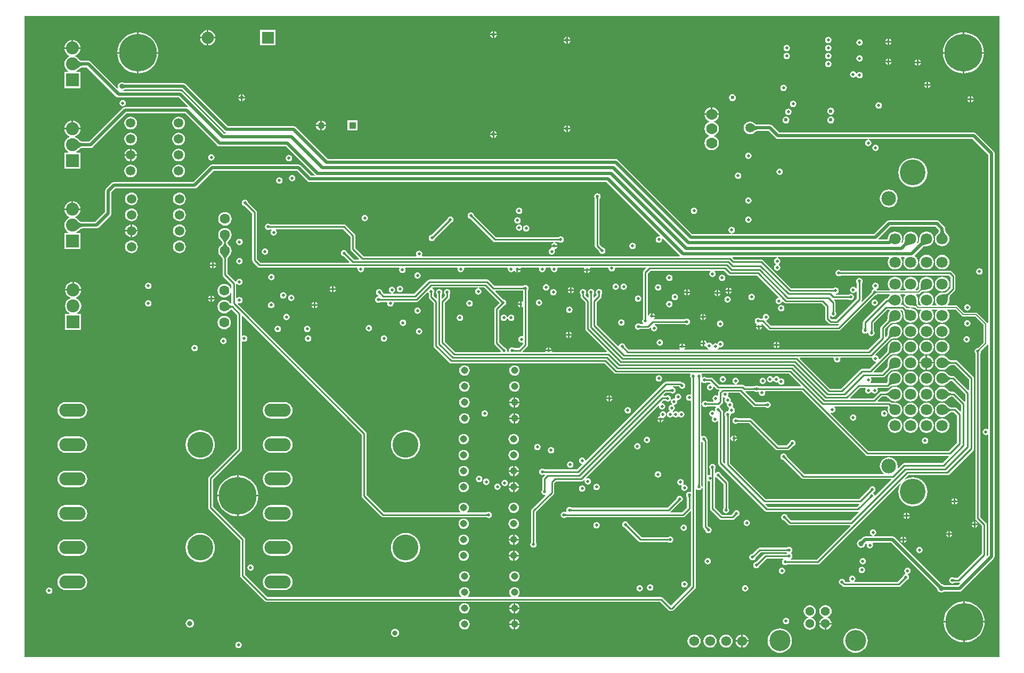
<source format=gbr>
%TF.GenerationSoftware,Altium Limited,Altium Designer,22.2.1 (43)*%
G04 Layer_Physical_Order=2*
G04 Layer_Color=36540*
%FSLAX44Y44*%
%MOMM*%
%TF.SameCoordinates,040CE2E0-B857-4D47-B26F-9B72162B56B4*%
%TF.FilePolarity,Positive*%
%TF.FileFunction,Copper,L2,Inr,Signal*%
%TF.Part,Single*%
G01*
G75*
%TA.AperFunction,Conductor*%
%ADD51C,0.2540*%
%ADD53C,0.5080*%
%ADD54C,0.1270*%
%TA.AperFunction,ComponentPad*%
%ADD56C,4.0894*%
%ADD57C,2.3114*%
%ADD58C,1.8034*%
%ADD59C,1.5600*%
%ADD61C,1.9500*%
%ADD62R,1.9500X1.9500*%
%ADD63C,1.1400*%
%ADD65C,4.1148*%
%ADD66O,4.1910X2.0955*%
%ADD67C,1.7700*%
%ADD69C,1.6050*%
%ADD71C,1.4986*%
%ADD73R,1.1000X1.1000*%
%ADD74C,1.1000*%
%ADD75C,2.0550*%
%ADD76R,2.0550X2.0550*%
%ADD78C,1.4280*%
%ADD79C,3.3460*%
%TA.AperFunction,ViaPad*%
%ADD80C,0.5000*%
%ADD81C,0.8000*%
%ADD82C,6.0000*%
%ADD83C,0.6000*%
%ADD84C,1.5000*%
G36*
X1792570Y250190D02*
X242570D01*
Y1270190D01*
X1792570D01*
Y250190D01*
D02*
G37*
%LPC*%
G36*
X989330Y1246186D02*
Y1242060D01*
X993456D01*
X993279Y1242952D01*
X992054Y1244784D01*
X990222Y1246009D01*
X989330Y1246186D01*
D02*
G37*
G36*
X986790D02*
X985898Y1246009D01*
X984066Y1244784D01*
X982841Y1242952D01*
X982664Y1242060D01*
X986790D01*
Y1246186D01*
D02*
G37*
G36*
X535280Y1247939D02*
Y1236980D01*
X546239D01*
X545984Y1238918D01*
X544745Y1241908D01*
X542775Y1244475D01*
X540208Y1246445D01*
X537218Y1247684D01*
X535280Y1247939D01*
D02*
G37*
G36*
X532740D02*
X530802Y1247684D01*
X527812Y1246445D01*
X525245Y1244475D01*
X523275Y1241908D01*
X522036Y1238918D01*
X521781Y1236980D01*
X532740D01*
Y1247939D01*
D02*
G37*
G36*
X993456Y1239520D02*
X989330D01*
Y1235394D01*
X990222Y1235571D01*
X992054Y1236796D01*
X993279Y1238628D01*
X993456Y1239520D01*
D02*
G37*
G36*
X986790D02*
X982664D01*
X982841Y1238628D01*
X984066Y1236796D01*
X985898Y1235571D01*
X986790Y1235394D01*
Y1239520D01*
D02*
G37*
G36*
X1106170Y1237296D02*
Y1233170D01*
X1110296D01*
X1110119Y1234062D01*
X1108894Y1235894D01*
X1107062Y1237119D01*
X1106170Y1237296D01*
D02*
G37*
G36*
X1103630D02*
X1102738Y1237119D01*
X1100906Y1235894D01*
X1099681Y1234062D01*
X1099504Y1233170D01*
X1103630D01*
Y1237296D01*
D02*
G37*
G36*
X1616710Y1234246D02*
Y1230630D01*
X1620326D01*
X1620188Y1231327D01*
X1619074Y1232994D01*
X1617406Y1234108D01*
X1616710Y1234246D01*
D02*
G37*
G36*
X1614170D02*
X1613474Y1234108D01*
X1611806Y1232994D01*
X1610692Y1231327D01*
X1610554Y1230630D01*
X1614170D01*
Y1234246D01*
D02*
G37*
G36*
X1520190Y1237039D02*
X1518224Y1236648D01*
X1516556Y1235534D01*
X1515442Y1233867D01*
X1515051Y1231900D01*
X1515442Y1229933D01*
X1516556Y1228266D01*
X1518224Y1227152D01*
X1520190Y1226761D01*
X1522157Y1227152D01*
X1523824Y1228266D01*
X1524938Y1229933D01*
X1525329Y1231900D01*
X1524938Y1233867D01*
X1523824Y1235534D01*
X1522157Y1236648D01*
X1520190Y1237039D01*
D02*
G37*
G36*
X1110296Y1230630D02*
X1106170D01*
Y1226504D01*
X1107062Y1226681D01*
X1108894Y1227906D01*
X1110119Y1229738D01*
X1110296Y1230630D01*
D02*
G37*
G36*
X1103630D02*
X1099504D01*
X1099681Y1229738D01*
X1100906Y1227906D01*
X1102738Y1226681D01*
X1103630Y1226504D01*
Y1230630D01*
D02*
G37*
G36*
X1620326Y1228090D02*
X1616710D01*
Y1224474D01*
X1617406Y1224612D01*
X1619074Y1225726D01*
X1620188Y1227393D01*
X1620326Y1228090D01*
D02*
G37*
G36*
X1614170D02*
X1610554D01*
X1610692Y1227393D01*
X1611806Y1225726D01*
X1613474Y1224612D01*
X1614170Y1224474D01*
Y1228090D01*
D02*
G37*
G36*
X546239Y1234440D02*
X535280D01*
Y1223481D01*
X537218Y1223736D01*
X540208Y1224975D01*
X542775Y1226945D01*
X544745Y1229512D01*
X545984Y1232502D01*
X546239Y1234440D01*
D02*
G37*
G36*
X532740D02*
X521781D01*
X522036Y1232502D01*
X523275Y1229512D01*
X525245Y1226945D01*
X527812Y1224975D01*
X530802Y1223736D01*
X532740Y1223481D01*
Y1234440D01*
D02*
G37*
G36*
X641600Y1248000D02*
X617020D01*
Y1223420D01*
X641600D01*
Y1248000D01*
D02*
G37*
G36*
X1569720Y1233229D02*
X1567753Y1232838D01*
X1566086Y1231724D01*
X1564972Y1230057D01*
X1564581Y1228090D01*
X1564972Y1226124D01*
X1566086Y1224456D01*
X1567753Y1223342D01*
X1569720Y1222951D01*
X1571687Y1223342D01*
X1573354Y1224456D01*
X1574468Y1226124D01*
X1574859Y1228090D01*
X1574468Y1230057D01*
X1573354Y1231724D01*
X1571687Y1232838D01*
X1569720Y1233229D01*
D02*
G37*
G36*
X320040Y1231858D02*
Y1220370D01*
X331528D01*
X331255Y1222445D01*
X329964Y1225563D01*
X327910Y1228240D01*
X325233Y1230294D01*
X322115Y1231585D01*
X320040Y1231858D01*
D02*
G37*
G36*
X317500D02*
X315425Y1231585D01*
X312307Y1230294D01*
X309630Y1228240D01*
X307576Y1225563D01*
X306285Y1222445D01*
X306012Y1220370D01*
X317500D01*
Y1231858D01*
D02*
G37*
G36*
X1520190Y1224339D02*
X1518224Y1223948D01*
X1516556Y1222834D01*
X1515442Y1221167D01*
X1515051Y1219200D01*
X1515442Y1217234D01*
X1516556Y1215566D01*
X1518224Y1214452D01*
X1520190Y1214061D01*
X1522157Y1214452D01*
X1523824Y1215566D01*
X1524938Y1217234D01*
X1525329Y1219200D01*
X1524938Y1221167D01*
X1523824Y1222834D01*
X1522157Y1223948D01*
X1520190Y1224339D01*
D02*
G37*
G36*
X1454150D02*
X1452184Y1223948D01*
X1450516Y1222834D01*
X1449402Y1221167D01*
X1449011Y1219200D01*
X1449402Y1217234D01*
X1450516Y1215566D01*
X1452184Y1214452D01*
X1454150Y1214061D01*
X1456116Y1214452D01*
X1457784Y1215566D01*
X1458898Y1217234D01*
X1459289Y1219200D01*
X1458898Y1221167D01*
X1457784Y1222834D01*
X1456116Y1223948D01*
X1454150Y1224339D01*
D02*
G37*
G36*
X1736090Y1244121D02*
Y1212850D01*
X1767361D01*
X1767059Y1216686D01*
X1765863Y1221666D01*
X1763903Y1226398D01*
X1761227Y1230766D01*
X1757900Y1234660D01*
X1754006Y1237987D01*
X1749639Y1240663D01*
X1744906Y1242623D01*
X1739926Y1243819D01*
X1736090Y1244121D01*
D02*
G37*
G36*
X1733550D02*
X1729714Y1243819D01*
X1724733Y1242623D01*
X1720002Y1240663D01*
X1715634Y1237987D01*
X1711740Y1234660D01*
X1708413Y1230766D01*
X1705737Y1226398D01*
X1703777Y1221666D01*
X1702581Y1216686D01*
X1702279Y1212850D01*
X1733550D01*
Y1244121D01*
D02*
G37*
G36*
X424180D02*
Y1212850D01*
X455451D01*
X455149Y1216686D01*
X453953Y1221666D01*
X451993Y1226398D01*
X449317Y1230766D01*
X445990Y1234660D01*
X442096Y1237987D01*
X437729Y1240663D01*
X432996Y1242623D01*
X428016Y1243819D01*
X424180Y1244121D01*
D02*
G37*
G36*
X421640D02*
X417804Y1243819D01*
X412823Y1242623D01*
X408092Y1240663D01*
X403724Y1237987D01*
X399830Y1234660D01*
X396503Y1230766D01*
X393827Y1226398D01*
X391867Y1221666D01*
X390671Y1216686D01*
X390369Y1212850D01*
X421640D01*
Y1244121D01*
D02*
G37*
G36*
X1520190Y1211639D02*
X1518224Y1211248D01*
X1516556Y1210134D01*
X1515442Y1208466D01*
X1515051Y1206500D01*
X1515442Y1204533D01*
X1516556Y1202866D01*
X1518224Y1201752D01*
X1520190Y1201361D01*
X1522157Y1201752D01*
X1523824Y1202866D01*
X1524938Y1204533D01*
X1525329Y1206500D01*
X1524938Y1208466D01*
X1523824Y1210134D01*
X1522157Y1211248D01*
X1520190Y1211639D01*
D02*
G37*
G36*
X1454150D02*
X1452184Y1211248D01*
X1450516Y1210134D01*
X1449402Y1208466D01*
X1449011Y1206500D01*
X1449402Y1204533D01*
X1450516Y1202866D01*
X1452184Y1201752D01*
X1454150Y1201361D01*
X1456116Y1201752D01*
X1457784Y1202866D01*
X1458898Y1204533D01*
X1459289Y1206500D01*
X1458898Y1208466D01*
X1457784Y1210134D01*
X1456116Y1211248D01*
X1454150Y1211639D01*
D02*
G37*
G36*
X1616710Y1202496D02*
Y1198880D01*
X1620326D01*
X1620188Y1199576D01*
X1619074Y1201244D01*
X1617406Y1202358D01*
X1616710Y1202496D01*
D02*
G37*
G36*
X1614170D02*
X1613474Y1202358D01*
X1611806Y1201244D01*
X1610692Y1199576D01*
X1610554Y1198880D01*
X1614170D01*
Y1202496D01*
D02*
G37*
G36*
X1663700Y1201226D02*
Y1197610D01*
X1667316D01*
X1667178Y1198307D01*
X1666064Y1199974D01*
X1664397Y1201088D01*
X1663700Y1201226D01*
D02*
G37*
G36*
X1661160D02*
X1660464Y1201088D01*
X1658796Y1199974D01*
X1657682Y1198307D01*
X1657544Y1197610D01*
X1661160D01*
Y1201226D01*
D02*
G37*
G36*
X1569720Y1207829D02*
X1567753Y1207438D01*
X1566086Y1206324D01*
X1564972Y1204657D01*
X1564581Y1202690D01*
X1564972Y1200723D01*
X1566086Y1199056D01*
X1567753Y1197942D01*
X1569720Y1197551D01*
X1571687Y1197942D01*
X1573354Y1199056D01*
X1574468Y1200723D01*
X1574859Y1202690D01*
X1574468Y1204657D01*
X1573354Y1206324D01*
X1571687Y1207438D01*
X1569720Y1207829D01*
D02*
G37*
G36*
X1620326Y1196340D02*
X1616710D01*
Y1192724D01*
X1617406Y1192862D01*
X1619074Y1193976D01*
X1620188Y1195643D01*
X1620326Y1196340D01*
D02*
G37*
G36*
X1614170D02*
X1610554D01*
X1610692Y1195643D01*
X1611806Y1193976D01*
X1613474Y1192862D01*
X1614170Y1192724D01*
Y1196340D01*
D02*
G37*
G36*
X1667316Y1195070D02*
X1663700D01*
Y1191454D01*
X1664397Y1191592D01*
X1666064Y1192706D01*
X1667178Y1194373D01*
X1667316Y1195070D01*
D02*
G37*
G36*
X1661160D02*
X1657544D01*
X1657682Y1194373D01*
X1658796Y1192706D01*
X1660464Y1191592D01*
X1661160Y1191454D01*
Y1195070D01*
D02*
G37*
G36*
X1520190Y1198939D02*
X1518224Y1198548D01*
X1516556Y1197434D01*
X1515442Y1195767D01*
X1515051Y1193800D01*
X1515442Y1191833D01*
X1516556Y1190166D01*
X1518224Y1189052D01*
X1520190Y1188661D01*
X1522157Y1189052D01*
X1523824Y1190166D01*
X1524938Y1191833D01*
X1525329Y1193800D01*
X1524938Y1195767D01*
X1523824Y1197434D01*
X1522157Y1198548D01*
X1520190Y1198939D01*
D02*
G37*
G36*
X1767361Y1210310D02*
X1736090D01*
Y1179039D01*
X1739926Y1179341D01*
X1744906Y1180537D01*
X1749639Y1182497D01*
X1754006Y1185173D01*
X1757900Y1188500D01*
X1761227Y1192394D01*
X1763903Y1196761D01*
X1765863Y1201494D01*
X1767059Y1206474D01*
X1767361Y1210310D01*
D02*
G37*
G36*
X1733550D02*
X1702279D01*
X1702581Y1206474D01*
X1703777Y1201494D01*
X1705737Y1196761D01*
X1708413Y1192394D01*
X1711740Y1188500D01*
X1715634Y1185173D01*
X1720002Y1182497D01*
X1724733Y1180537D01*
X1729714Y1179341D01*
X1733550Y1179039D01*
Y1210310D01*
D02*
G37*
G36*
X455451D02*
X424180D01*
Y1179039D01*
X428016Y1179341D01*
X432996Y1180537D01*
X437729Y1182497D01*
X442096Y1185173D01*
X445990Y1188500D01*
X449317Y1192394D01*
X451993Y1196761D01*
X453953Y1201494D01*
X455149Y1206474D01*
X455451Y1210310D01*
D02*
G37*
G36*
X421640D02*
X390369D01*
X390671Y1206474D01*
X391867Y1201494D01*
X393827Y1196761D01*
X396503Y1192394D01*
X399830Y1188500D01*
X403724Y1185173D01*
X408092Y1182497D01*
X412823Y1180537D01*
X417804Y1179341D01*
X421640Y1179039D01*
Y1210310D01*
D02*
G37*
G36*
X1559560Y1182429D02*
X1557594Y1182038D01*
X1555926Y1180924D01*
X1554812Y1179257D01*
X1554421Y1177290D01*
X1554812Y1175323D01*
X1555926Y1173656D01*
X1557594Y1172542D01*
X1559560Y1172151D01*
X1561526Y1172542D01*
X1563194Y1173656D01*
X1563627Y1174306D01*
X1564972Y1174053D01*
X1566086Y1172386D01*
X1567753Y1171272D01*
X1569720Y1170881D01*
X1571687Y1171272D01*
X1573354Y1172386D01*
X1574468Y1174053D01*
X1574859Y1176020D01*
X1574468Y1177987D01*
X1573354Y1179654D01*
X1571687Y1180768D01*
X1569720Y1181159D01*
X1567753Y1180768D01*
X1566086Y1179654D01*
X1565653Y1179004D01*
X1564308Y1179257D01*
X1563194Y1180924D01*
X1561526Y1182038D01*
X1559560Y1182429D01*
D02*
G37*
G36*
X1678940Y1165666D02*
Y1162050D01*
X1682556D01*
X1682418Y1162747D01*
X1681304Y1164414D01*
X1679637Y1165528D01*
X1678940Y1165666D01*
D02*
G37*
G36*
X1676400D02*
X1675703Y1165528D01*
X1674036Y1164414D01*
X1672922Y1162747D01*
X1672784Y1162050D01*
X1676400D01*
Y1165666D01*
D02*
G37*
G36*
X1682556Y1159510D02*
X1678940D01*
Y1155894D01*
X1679637Y1156032D01*
X1681304Y1157146D01*
X1682418Y1158813D01*
X1682556Y1159510D01*
D02*
G37*
G36*
X1676400D02*
X1672784D01*
X1672922Y1158813D01*
X1674036Y1157146D01*
X1675703Y1156032D01*
X1676400Y1155894D01*
Y1159510D01*
D02*
G37*
G36*
X1449070Y1160839D02*
X1447103Y1160448D01*
X1445436Y1159334D01*
X1444322Y1157666D01*
X1443931Y1155700D01*
X1444322Y1153734D01*
X1445436Y1152066D01*
X1447103Y1150952D01*
X1449070Y1150561D01*
X1451037Y1150952D01*
X1452704Y1152066D01*
X1453818Y1153734D01*
X1454209Y1155700D01*
X1453818Y1157666D01*
X1452704Y1159334D01*
X1451037Y1160448D01*
X1449070Y1160839D01*
D02*
G37*
G36*
X589280Y1145856D02*
Y1141730D01*
X593406D01*
X593229Y1142622D01*
X592004Y1144454D01*
X590172Y1145679D01*
X589280Y1145856D01*
D02*
G37*
G36*
X586740D02*
X585848Y1145679D01*
X584016Y1144454D01*
X582791Y1142622D01*
X582614Y1141730D01*
X586740D01*
Y1145856D01*
D02*
G37*
G36*
X1747520Y1142806D02*
Y1139190D01*
X1751136D01*
X1750998Y1139886D01*
X1749884Y1141554D01*
X1748217Y1142668D01*
X1747520Y1142806D01*
D02*
G37*
G36*
X1744980D02*
X1744283Y1142668D01*
X1742616Y1141554D01*
X1741502Y1139886D01*
X1741364Y1139190D01*
X1744980D01*
Y1142806D01*
D02*
G37*
G36*
X593406Y1139190D02*
X589280D01*
Y1135064D01*
X590172Y1135241D01*
X592004Y1136466D01*
X593229Y1138298D01*
X593406Y1139190D01*
D02*
G37*
G36*
X586740D02*
X582614D01*
X582791Y1138298D01*
X584016Y1136466D01*
X585848Y1135241D01*
X586740Y1135064D01*
Y1139190D01*
D02*
G37*
G36*
X1367790Y1146108D02*
X1365628Y1145679D01*
X1363796Y1144454D01*
X1362571Y1142622D01*
X1362142Y1140460D01*
X1362571Y1138298D01*
X1363796Y1136466D01*
X1365628Y1135241D01*
X1367790Y1134811D01*
X1369952Y1135241D01*
X1371784Y1136466D01*
X1373009Y1138298D01*
X1373439Y1140460D01*
X1373009Y1142622D01*
X1371784Y1144454D01*
X1369952Y1145679D01*
X1367790Y1146108D01*
D02*
G37*
G36*
X1751136Y1136650D02*
X1747520D01*
Y1133034D01*
X1748217Y1133172D01*
X1749884Y1134286D01*
X1750998Y1135954D01*
X1751136Y1136650D01*
D02*
G37*
G36*
X1744980D02*
X1741364D01*
X1741502Y1135954D01*
X1742616Y1134286D01*
X1744283Y1133172D01*
X1744980Y1133034D01*
Y1136650D01*
D02*
G37*
G36*
X398780Y1136709D02*
X396814Y1136318D01*
X395146Y1135204D01*
X394032Y1133537D01*
X393641Y1131570D01*
X394032Y1129604D01*
X395146Y1127936D01*
X396814Y1126822D01*
X398780Y1126431D01*
X400746Y1126822D01*
X402414Y1127936D01*
X403528Y1129604D01*
X403919Y1131570D01*
X403528Y1133537D01*
X402414Y1135204D01*
X400746Y1136318D01*
X398780Y1136709D01*
D02*
G37*
G36*
X1464310Y1135439D02*
X1462343Y1135048D01*
X1460676Y1133934D01*
X1459562Y1132266D01*
X1459171Y1130300D01*
X1459562Y1128334D01*
X1460676Y1126666D01*
X1462343Y1125552D01*
X1464310Y1125161D01*
X1466277Y1125552D01*
X1467944Y1126666D01*
X1469058Y1128334D01*
X1469449Y1130300D01*
X1469058Y1132266D01*
X1467944Y1133934D01*
X1466277Y1135048D01*
X1464310Y1135439D01*
D02*
G37*
G36*
X331528Y1217830D02*
X318770D01*
X306012D01*
X306285Y1215754D01*
X307576Y1212637D01*
X309630Y1209960D01*
X312307Y1207906D01*
X314224Y1207112D01*
Y1205738D01*
X312307Y1204944D01*
X309630Y1202889D01*
X307576Y1200212D01*
X306285Y1197095D01*
X305844Y1193750D01*
X306285Y1190404D01*
X307576Y1187287D01*
X309630Y1184610D01*
X312307Y1182556D01*
X312478Y1182485D01*
X312226Y1181215D01*
X305955D01*
Y1155585D01*
X331585D01*
Y1181215D01*
X325314D01*
X325062Y1182485D01*
X325233Y1182556D01*
X327910Y1184610D01*
X328174Y1184954D01*
X328774Y1185538D01*
X329570Y1186236D01*
X330340Y1186836D01*
X331082Y1187342D01*
X331795Y1187755D01*
X332475Y1188080D01*
X333121Y1188323D01*
X333736Y1188489D01*
X334233Y1188570D01*
X342075D01*
X388768Y1141878D01*
X390448Y1140755D01*
X392430Y1140360D01*
X392430Y1140360D01*
X488075D01*
X502178Y1126257D01*
X501553Y1125086D01*
X500380Y1125320D01*
X402590D01*
X400608Y1124925D01*
X398927Y1123802D01*
X345801Y1070676D01*
X334233D01*
X333736Y1070757D01*
X333121Y1070923D01*
X332475Y1071166D01*
X331795Y1071491D01*
X331082Y1071905D01*
X330372Y1072388D01*
X328748Y1073733D01*
X328174Y1074292D01*
X327910Y1074636D01*
X325233Y1076690D01*
X323316Y1077484D01*
Y1078859D01*
X325233Y1079653D01*
X327910Y1081707D01*
X329964Y1084384D01*
X331255Y1087501D01*
X331528Y1089577D01*
X318770D01*
X306012D01*
X306285Y1087501D01*
X307576Y1084384D01*
X309630Y1081707D01*
X312307Y1079653D01*
X314224Y1078859D01*
Y1077484D01*
X312307Y1076690D01*
X309630Y1074636D01*
X307576Y1071959D01*
X306285Y1068842D01*
X305844Y1065497D01*
X306285Y1062151D01*
X307576Y1059034D01*
X309630Y1056357D01*
X312307Y1054303D01*
X312478Y1054232D01*
X312226Y1052962D01*
X305955D01*
Y1027332D01*
X331585D01*
Y1052962D01*
X325314D01*
X325062Y1054232D01*
X325233Y1054303D01*
X327910Y1056357D01*
X328174Y1056701D01*
X328774Y1057285D01*
X329570Y1057982D01*
X330340Y1058583D01*
X331082Y1059088D01*
X331795Y1059502D01*
X332475Y1059827D01*
X333121Y1060070D01*
X333736Y1060236D01*
X334233Y1060317D01*
X347947D01*
X349929Y1060711D01*
X351609Y1061834D01*
X404735Y1114960D01*
X498235D01*
X548787Y1064408D01*
X550468Y1063285D01*
X552450Y1062890D01*
X658255D01*
X703775Y1017370D01*
X703250Y1016099D01*
X698105D01*
X681842Y1032363D01*
X680162Y1033485D01*
X678180Y1033879D01*
X541020D01*
X539038Y1033485D01*
X537357Y1032363D01*
X510935Y1005939D01*
X384810D01*
X382828Y1005545D01*
X381147Y1004423D01*
X372257Y995533D01*
X371135Y993852D01*
X370741Y991870D01*
Y958455D01*
X354725Y942439D01*
X334229D01*
X333732Y942521D01*
X333116Y942687D01*
X332469Y942929D01*
X331788Y943254D01*
X331075Y943668D01*
X330363Y944151D01*
X328736Y945496D01*
X328170Y946044D01*
X327910Y946383D01*
X325233Y948437D01*
X323316Y949231D01*
Y950606D01*
X325233Y951400D01*
X327910Y953454D01*
X329964Y956131D01*
X331255Y959248D01*
X331528Y961323D01*
X318770D01*
X306012D01*
X306285Y959248D01*
X307576Y956131D01*
X309630Y953454D01*
X312307Y951400D01*
X314224Y950606D01*
Y949231D01*
X312307Y948437D01*
X309630Y946383D01*
X307576Y943706D01*
X306285Y940589D01*
X305844Y937243D01*
X306285Y933898D01*
X307576Y930780D01*
X309630Y928103D01*
X312307Y926049D01*
X312478Y925978D01*
X312226Y924708D01*
X305955D01*
Y899079D01*
X331585D01*
Y924708D01*
X325314D01*
X325062Y925978D01*
X325233Y926049D01*
X327910Y928103D01*
X328178Y928453D01*
X328787Y929047D01*
X329581Y929745D01*
X330349Y930346D01*
X331090Y930852D01*
X331801Y931265D01*
X332480Y931590D01*
X333126Y931833D01*
X333740Y931999D01*
X334238Y932081D01*
X356870D01*
X358852Y932475D01*
X360532Y933597D01*
X379582Y952647D01*
X380705Y954328D01*
X381100Y956310D01*
Y989725D01*
X386955Y995581D01*
X513080D01*
X515062Y995975D01*
X516743Y997097D01*
X543165Y1023521D01*
X676035D01*
X692298Y1007258D01*
X692298Y1007258D01*
X693978Y1006135D01*
X695960Y1005741D01*
X1167525D01*
X1252799Y920466D01*
X1252174Y919295D01*
X1250950Y919539D01*
X1248984Y919148D01*
X1247316Y918034D01*
X1246202Y916367D01*
X1245811Y914400D01*
X1246202Y912433D01*
X1247316Y910766D01*
X1248984Y909652D01*
X1250950Y909261D01*
X1252916Y909652D01*
X1254584Y910766D01*
X1255698Y912433D01*
X1256089Y914400D01*
X1255845Y915624D01*
X1257016Y916249D01*
X1284190Y889075D01*
X1283664Y887805D01*
X875043D01*
X874364Y889075D01*
X874698Y889574D01*
X875089Y891540D01*
X874698Y893506D01*
X873584Y895174D01*
X871917Y896288D01*
X869950Y896679D01*
X867983Y896288D01*
X866316Y895174D01*
X865202Y893506D01*
X864811Y891540D01*
X865202Y889574D01*
X865536Y889075D01*
X864857Y887805D01*
X781389D01*
X768425Y900769D01*
Y920750D01*
X768129Y922237D01*
X767287Y923497D01*
X753317Y937467D01*
X752057Y938309D01*
X750570Y938605D01*
X633178D01*
X631886Y939468D01*
X629920Y939859D01*
X627953Y939468D01*
X626286Y938354D01*
X625172Y936686D01*
X624781Y934720D01*
X625172Y932754D01*
X626286Y931086D01*
X627953Y929972D01*
X629920Y929581D01*
X631886Y929972D01*
X633178Y930835D01*
X634943D01*
X635329Y929565D01*
X635176Y929464D01*
X634062Y927796D01*
X633671Y925830D01*
X634062Y923864D01*
X635176Y922196D01*
X636843Y921082D01*
X638810Y920691D01*
X640777Y921082D01*
X642444Y922196D01*
X643558Y923864D01*
X643949Y925830D01*
X643558Y927796D01*
X642444Y929464D01*
X642291Y929565D01*
X642677Y930835D01*
X748961D01*
X760655Y919141D01*
Y899160D01*
X760951Y897673D01*
X761793Y896413D01*
X774308Y883898D01*
X773822Y882725D01*
X766149D01*
X755621Y893253D01*
X755318Y894777D01*
X754204Y896444D01*
X752536Y897558D01*
X750570Y897949D01*
X748604Y897558D01*
X746936Y896444D01*
X745822Y894777D01*
X745431Y892810D01*
X745822Y890844D01*
X746936Y889176D01*
X748604Y888062D01*
X750127Y887759D01*
X759068Y878818D01*
X758582Y877645D01*
X617559D01*
X612215Y882989D01*
Y957580D01*
X611919Y959067D01*
X611077Y960327D01*
X598141Y973263D01*
X597838Y974787D01*
X596724Y976454D01*
X595056Y977568D01*
X593090Y977959D01*
X591124Y977568D01*
X589456Y976454D01*
X588342Y974787D01*
X587951Y972820D01*
X588342Y970854D01*
X589456Y969186D01*
X591124Y968072D01*
X592647Y967769D01*
X604445Y955971D01*
Y881380D01*
X604741Y879893D01*
X605583Y878633D01*
X613203Y871013D01*
X614463Y870171D01*
X615950Y869875D01*
X771415D01*
X772339Y868605D01*
X772101Y867410D01*
X772492Y865443D01*
X773606Y863776D01*
X775274Y862662D01*
X777240Y862271D01*
X779206Y862662D01*
X780874Y863776D01*
X781988Y865443D01*
X782379Y867410D01*
X782141Y868605D01*
X783065Y869875D01*
X838187D01*
X838866Y868605D01*
X838532Y868107D01*
X838141Y866140D01*
X838532Y864174D01*
X839646Y862506D01*
X841313Y861392D01*
X843280Y861001D01*
X845247Y861392D01*
X846914Y862506D01*
X848028Y864174D01*
X848419Y866140D01*
X848028Y868107D01*
X847694Y868605D01*
X848373Y869875D01*
X930165D01*
X931089Y868605D01*
X930851Y867410D01*
X931242Y865443D01*
X932356Y863776D01*
X934024Y862662D01*
X935990Y862271D01*
X937956Y862662D01*
X939624Y863776D01*
X940738Y865443D01*
X941129Y867410D01*
X940891Y868605D01*
X941815Y869875D01*
X1010175D01*
X1011099Y868605D01*
X1010861Y867410D01*
X1011252Y865443D01*
X1012366Y863776D01*
X1014034Y862662D01*
X1016000Y862271D01*
X1017967Y862662D01*
X1019634Y863776D01*
X1020057Y864410D01*
X1021579Y864402D01*
X1022231Y863426D01*
X1023898Y862312D01*
X1024595Y862174D01*
Y867060D01*
X1025865D01*
Y868330D01*
X1030751D01*
X1030696Y868605D01*
X1031456Y869875D01*
X1059705D01*
X1060629Y868605D01*
X1060391Y867410D01*
X1060782Y865443D01*
X1061896Y863776D01*
X1063564Y862662D01*
X1065530Y862271D01*
X1067496Y862662D01*
X1069164Y863776D01*
X1070278Y865443D01*
X1070669Y867410D01*
X1070431Y868605D01*
X1071355Y869875D01*
X1078755D01*
X1079679Y868605D01*
X1079441Y867410D01*
X1079832Y865443D01*
X1080946Y863776D01*
X1082614Y862662D01*
X1084580Y862271D01*
X1086546Y862662D01*
X1088214Y863776D01*
X1089328Y865443D01*
X1089719Y867410D01*
X1089481Y868605D01*
X1090405Y869875D01*
X1131557D01*
X1132236Y868605D01*
X1131902Y868107D01*
X1131764Y867410D01*
X1141536D01*
X1141398Y868107D01*
X1141064Y868605D01*
X1141743Y869875D01*
X1170118D01*
X1170924Y868894D01*
X1170881Y868680D01*
X1171272Y866713D01*
X1172386Y865046D01*
X1174053Y863932D01*
X1176020Y863541D01*
X1177987Y863932D01*
X1179654Y865046D01*
X1180768Y866713D01*
X1181159Y868680D01*
X1181116Y868894D01*
X1181922Y869875D01*
X1229752D01*
X1230238Y868702D01*
X1226613Y865077D01*
X1225771Y863817D01*
X1225475Y862330D01*
Y788118D01*
X1224612Y786826D01*
X1224221Y784860D01*
X1224612Y782894D01*
X1225726Y781226D01*
X1225879Y781125D01*
X1225493Y779855D01*
X1221188D01*
X1219896Y780718D01*
X1217930Y781109D01*
X1215964Y780718D01*
X1214296Y779604D01*
X1213182Y777936D01*
X1212791Y775970D01*
X1213182Y774004D01*
X1214296Y772336D01*
X1215964Y771222D01*
X1217930Y770831D01*
X1219896Y771222D01*
X1221188Y772085D01*
X1233170D01*
X1234657Y772381D01*
X1235917Y773223D01*
X1237088Y774395D01*
X1238259Y773769D01*
X1238191Y773430D01*
X1238582Y771463D01*
X1239696Y769796D01*
X1241364Y768682D01*
X1243330Y768291D01*
X1245296Y768682D01*
X1246964Y769796D01*
X1248078Y771463D01*
X1248469Y773430D01*
X1248078Y775396D01*
X1246964Y777064D01*
X1245296Y778178D01*
X1244000Y778435D01*
X1244126Y779705D01*
X1292142D01*
X1293434Y778842D01*
X1295400Y778451D01*
X1297366Y778842D01*
X1299034Y779956D01*
X1300148Y781624D01*
X1300539Y783590D01*
X1300148Y785556D01*
X1299034Y787224D01*
X1297366Y788338D01*
X1295400Y788729D01*
X1293434Y788338D01*
X1292142Y787475D01*
X1243387D01*
X1243001Y788745D01*
X1243154Y788846D01*
X1244268Y790514D01*
X1244406Y791210D01*
X1239520D01*
Y792480D01*
X1238250D01*
Y797366D01*
X1237553Y797228D01*
X1235886Y796114D01*
X1234772Y794446D01*
X1234515Y793150D01*
X1233245Y793276D01*
Y860721D01*
X1237319Y864795D01*
X1332173D01*
X1332559Y863525D01*
X1332406Y863424D01*
X1331292Y861757D01*
X1330901Y859790D01*
X1331292Y857823D01*
X1332406Y856156D01*
X1334073Y855042D01*
X1336040Y854651D01*
X1338006Y855042D01*
X1339674Y856156D01*
X1340788Y857823D01*
X1341179Y859790D01*
X1340788Y861757D01*
X1339674Y863424D01*
X1339521Y863525D01*
X1339907Y864795D01*
X1354751D01*
X1361233Y858313D01*
X1362493Y857471D01*
X1363980Y857175D01*
X1406821D01*
X1441035Y822961D01*
X1440617Y821583D01*
X1439483Y821358D01*
X1437816Y820244D01*
X1436702Y818577D01*
X1436311Y816610D01*
X1436702Y814643D01*
X1437816Y812976D01*
X1439483Y811862D01*
X1441450Y811471D01*
X1443416Y811862D01*
X1445084Y812976D01*
X1446198Y814643D01*
X1446423Y815777D01*
X1447801Y816195D01*
X1450133Y813863D01*
X1451393Y813021D01*
X1452880Y812725D01*
X1509691D01*
X1515035Y807381D01*
Y788670D01*
X1515331Y787183D01*
X1516173Y785923D01*
X1521253Y780843D01*
X1522513Y780001D01*
X1524000Y779705D01*
X1534160D01*
X1535647Y780001D01*
X1536655Y780675D01*
X1537465Y779689D01*
X1535091Y777315D01*
X1429089D01*
X1421545Y784859D01*
X1421963Y786237D01*
X1423096Y786462D01*
X1424764Y787576D01*
X1425878Y789243D01*
X1426269Y791210D01*
X1425878Y793176D01*
X1424764Y794844D01*
X1423096Y795958D01*
X1421130Y796349D01*
X1419164Y795958D01*
X1417496Y794844D01*
X1416382Y793176D01*
X1415991Y791210D01*
X1416236Y789978D01*
X1416226Y789910D01*
X1415315Y788758D01*
X1415285Y788745D01*
X1411688D01*
X1410397Y789608D01*
X1408430Y789999D01*
X1406463Y789608D01*
X1404796Y788494D01*
X1403682Y786826D01*
X1403291Y784860D01*
X1403682Y782894D01*
X1404796Y781226D01*
X1405503Y780754D01*
X1406066Y779604D01*
X1404952Y777936D01*
X1404814Y777240D01*
X1414586D01*
X1414448Y777936D01*
X1413621Y779173D01*
X1414032Y780430D01*
X1414122Y780536D01*
X1414779Y780637D01*
X1424733Y770683D01*
X1425993Y769841D01*
X1427480Y769545D01*
X1536700D01*
X1538187Y769841D01*
X1539447Y770683D01*
X1594293Y825529D01*
X1595816Y825832D01*
X1597484Y826946D01*
X1597613Y827141D01*
X1597717Y827231D01*
X1597805Y827299D01*
X1597870Y827343D01*
X1616811D01*
X1617437Y826073D01*
X1616013Y824216D01*
X1615479Y822927D01*
X1615353Y822748D01*
X1615111Y822200D01*
X1614906Y821831D01*
X1614707Y821544D01*
X1614519Y821329D01*
X1614344Y821174D01*
X1614177Y821062D01*
X1614005Y820978D01*
X1613810Y820915D01*
X1613593Y820876D01*
X1613281D01*
X1613135Y820847D01*
X1613133Y820846D01*
X1613127Y820845D01*
X1611794Y820580D01*
X1610534Y819738D01*
X1575863Y785067D01*
X1575021Y783807D01*
X1574725Y782320D01*
Y772878D01*
X1573862Y771587D01*
X1573471Y769620D01*
X1573862Y767654D01*
X1574976Y765986D01*
X1576644Y764872D01*
X1578610Y764481D01*
X1580576Y764872D01*
X1582244Y765986D01*
X1582426Y766259D01*
X1583549Y765841D01*
X1583636Y765785D01*
X1584022Y763844D01*
X1585136Y762176D01*
X1586803Y761062D01*
X1588770Y760671D01*
X1590737Y761062D01*
X1592404Y762176D01*
X1593518Y763844D01*
X1593909Y765810D01*
X1593518Y767776D01*
X1592655Y769068D01*
Y781981D01*
X1613239Y802565D01*
X1616951D01*
X1617525Y801295D01*
X1616013Y799324D01*
X1614848Y796513D01*
X1614451Y793496D01*
X1614500Y793125D01*
X1614495Y792128D01*
X1614359Y789860D01*
X1614243Y788957D01*
X1614092Y788151D01*
X1613918Y787474D01*
X1613729Y786932D01*
X1613540Y786526D01*
X1613370Y786254D01*
X1613361Y786243D01*
X1603803Y776685D01*
X1602961Y775425D01*
X1602665Y773938D01*
Y758529D01*
X1583351Y739215D01*
X1344987D01*
X1344601Y740485D01*
X1344754Y740586D01*
X1345868Y742253D01*
X1346009Y742966D01*
X1346774Y743282D01*
X1348740Y742891D01*
X1350706Y743282D01*
X1352374Y744396D01*
X1353488Y746064D01*
X1353879Y748030D01*
X1353488Y749996D01*
X1352374Y751664D01*
X1350706Y752778D01*
X1348740Y753169D01*
X1346774Y752778D01*
X1345106Y751664D01*
X1343992Y749996D01*
X1343851Y749284D01*
X1343087Y748968D01*
X1341120Y749359D01*
X1339153Y748968D01*
X1337486Y747854D01*
X1337053Y747204D01*
X1335708Y747457D01*
X1334594Y749124D01*
X1332926Y750238D01*
X1330960Y750629D01*
X1328994Y750238D01*
X1328396Y749839D01*
X1326985Y750423D01*
X1326818Y751266D01*
X1325704Y752934D01*
X1324037Y754048D01*
X1323340Y754186D01*
Y749300D01*
Y744414D01*
X1324037Y744552D01*
X1324633Y744951D01*
X1326045Y744367D01*
X1326212Y743523D01*
X1327326Y741856D01*
X1328994Y740742D01*
X1330289Y740485D01*
X1330164Y739215D01*
X1291647D01*
X1291261Y740485D01*
X1291414Y740586D01*
X1292528Y742253D01*
X1292666Y742950D01*
X1282894D01*
X1283032Y742253D01*
X1284146Y740586D01*
X1284299Y740485D01*
X1283913Y739215D01*
X1203029D01*
X1197581Y744663D01*
X1197278Y746187D01*
X1196164Y747854D01*
X1194497Y748968D01*
X1192530Y749359D01*
X1190564Y748968D01*
X1188896Y747854D01*
X1187782Y746187D01*
X1187557Y745053D01*
X1186179Y744635D01*
X1151965Y778849D01*
Y815001D01*
X1158447Y821483D01*
X1159289Y822743D01*
X1159585Y824230D01*
Y827322D01*
X1160448Y828614D01*
X1160839Y830580D01*
X1160448Y832546D01*
X1159334Y834214D01*
X1157666Y835328D01*
X1155700Y835719D01*
X1153734Y835328D01*
X1152066Y834214D01*
X1150952Y832546D01*
X1150561Y830580D01*
X1150952Y828614D01*
X1151815Y827322D01*
Y825839D01*
X1148058Y822082D01*
X1146885Y822568D01*
Y827322D01*
X1147748Y828614D01*
X1148139Y830580D01*
X1147748Y832546D01*
X1146634Y834214D01*
X1144967Y835328D01*
X1143000Y835719D01*
X1141033Y835328D01*
X1139366Y834214D01*
X1138252Y832546D01*
X1137861Y830580D01*
X1138252Y828614D01*
X1139115Y827322D01*
Y822568D01*
X1137942Y822082D01*
X1134185Y825839D01*
Y827322D01*
X1135048Y828614D01*
X1135439Y830580D01*
X1135048Y832546D01*
X1133934Y834214D01*
X1132266Y835328D01*
X1130300Y835719D01*
X1128334Y835328D01*
X1126666Y834214D01*
X1125552Y832546D01*
X1125161Y830580D01*
X1125552Y828614D01*
X1126415Y827322D01*
Y824230D01*
X1126711Y822743D01*
X1127553Y821483D01*
X1134035Y815001D01*
Y772160D01*
X1134331Y770673D01*
X1135173Y769413D01*
X1168008Y736578D01*
X1167522Y735405D01*
X1081515D01*
X1080645Y736600D01*
X1070735D01*
X1069865Y735405D01*
X1034658D01*
X1034172Y736578D01*
X1041607Y744013D01*
X1042449Y745273D01*
X1042745Y746760D01*
Y833672D01*
X1043608Y834964D01*
X1043999Y836930D01*
X1043608Y838896D01*
X1042494Y840564D01*
X1040826Y841678D01*
X1038860Y842069D01*
X1036893Y841678D01*
X1035602Y840815D01*
X989669D01*
X980647Y849837D01*
X979387Y850679D01*
X977900Y850975D01*
X886460D01*
X884973Y850679D01*
X883713Y849837D01*
X861991Y828115D01*
X827566D01*
X827440Y829385D01*
X828736Y829642D01*
X830404Y830756D01*
X831518Y832423D01*
X831909Y834390D01*
X831518Y836357D01*
X830404Y838024D01*
X828736Y839138D01*
X826770Y839529D01*
X824803Y839138D01*
X823136Y838024D01*
X822022Y836357D01*
X821631Y834390D01*
X822022Y832423D01*
X823136Y830756D01*
X824803Y829642D01*
X826099Y829385D01*
X825974Y828115D01*
X814409D01*
X811501Y831023D01*
X811198Y832546D01*
X810084Y834214D01*
X808417Y835328D01*
X806450Y835719D01*
X804483Y835328D01*
X802816Y834214D01*
X801702Y832546D01*
X801311Y830580D01*
X801702Y828614D01*
X802816Y826946D01*
X804483Y825832D01*
X805241Y825682D01*
X805422Y825337D01*
X805115Y824761D01*
X804621Y824131D01*
X802831Y823775D01*
X801164Y822661D01*
X800050Y820994D01*
X799659Y819027D01*
X800050Y817061D01*
X801164Y815394D01*
X802831Y814279D01*
X804797Y813888D01*
X806764Y814279D01*
X808055Y815143D01*
X818323D01*
X819305Y813872D01*
X819091Y812800D01*
X819482Y810834D01*
X820596Y809166D01*
X822263Y808052D01*
X824230Y807661D01*
X826197Y808052D01*
X827864Y809166D01*
X828978Y810834D01*
X829369Y812800D01*
X829155Y813872D01*
X830137Y815143D01*
X866017D01*
X867504Y815438D01*
X868764Y816280D01*
X882987Y830503D01*
X884202Y830135D01*
X884252Y829883D01*
X885115Y828592D01*
Y822960D01*
X885411Y821473D01*
X886253Y820213D01*
X892735Y813731D01*
Y745490D01*
X893031Y744003D01*
X893873Y742743D01*
X918003Y718613D01*
X919263Y717771D01*
X920750Y717475D01*
X1164251D01*
X1179623Y702103D01*
X1180883Y701261D01*
X1182370Y700965D01*
X1300467D01*
X1301146Y699695D01*
X1300812Y699196D01*
X1300421Y697230D01*
X1300812Y695264D01*
X1301675Y693972D01*
Y668765D01*
X1300405Y667841D01*
X1299210Y668079D01*
X1297243Y667688D01*
X1295576Y666574D01*
X1294462Y664906D01*
X1294071Y662940D01*
X1294462Y660974D01*
X1295576Y659306D01*
X1297243Y658192D01*
X1299210Y657801D01*
X1300405Y658039D01*
X1301675Y657115D01*
Y513825D01*
X1300405Y512901D01*
X1299210Y513139D01*
X1297243Y512748D01*
X1295576Y511634D01*
X1294462Y509967D01*
X1294071Y508000D01*
X1294462Y506034D01*
X1295325Y504742D01*
Y488019D01*
X1287441Y480135D01*
X1269688D01*
X1269566Y480294D01*
X1269218Y481405D01*
X1284413Y496599D01*
X1285936Y496902D01*
X1287604Y498016D01*
X1288718Y499683D01*
X1289109Y501650D01*
X1288718Y503616D01*
X1287604Y505284D01*
X1285936Y506398D01*
X1283970Y506789D01*
X1282003Y506398D01*
X1280336Y505284D01*
X1279222Y503616D01*
X1278919Y502093D01*
X1264581Y487755D01*
X1111968D01*
X1110676Y488618D01*
X1108710Y489009D01*
X1106743Y488618D01*
X1105076Y487504D01*
X1103962Y485836D01*
X1103571Y483870D01*
X1103962Y481903D01*
X1103241Y480698D01*
X1102477Y480536D01*
X1101786Y480998D01*
X1099820Y481389D01*
X1097853Y480998D01*
X1096186Y479884D01*
X1095072Y478217D01*
X1094681Y476250D01*
X1095072Y474283D01*
X1096186Y472616D01*
X1097853Y471502D01*
X1099820Y471111D01*
X1101786Y471502D01*
X1103078Y472365D01*
X1289050D01*
X1290537Y472661D01*
X1291797Y473503D01*
X1300502Y482208D01*
X1301675Y481722D01*
Y363559D01*
X1270000Y331884D01*
X1257507Y344377D01*
X1256247Y345219D01*
X1254760Y345515D01*
X1027199D01*
X1026768Y346785D01*
X1027287Y347183D01*
X1028608Y348904D01*
X1029438Y350909D01*
X1029721Y353060D01*
X1029438Y355211D01*
X1028608Y357215D01*
X1027287Y358937D01*
X1025566Y360258D01*
X1023561Y361088D01*
X1021410Y361371D01*
X1019259Y361088D01*
X1017255Y360258D01*
X1015533Y358937D01*
X1014213Y357215D01*
X1013382Y355211D01*
X1013099Y353060D01*
X1013382Y350909D01*
X1014213Y348904D01*
X1015533Y347183D01*
X1016053Y346785D01*
X1015622Y345515D01*
X947798D01*
X947367Y346785D01*
X947887Y347183D01*
X949207Y348904D01*
X950038Y350909D01*
X950321Y353060D01*
X950038Y355211D01*
X949207Y357215D01*
X947887Y358937D01*
X946165Y360258D01*
X944161Y361088D01*
X942010Y361371D01*
X939859Y361088D01*
X937854Y360258D01*
X936133Y358937D01*
X934812Y357215D01*
X933982Y355211D01*
X933699Y353060D01*
X933982Y350909D01*
X934812Y348904D01*
X936133Y347183D01*
X936652Y346785D01*
X936221Y345515D01*
X628989D01*
X593165Y381339D01*
Y436880D01*
X592869Y438367D01*
X592027Y439627D01*
X542365Y489289D01*
Y533061D01*
X586947Y577643D01*
X587789Y578903D01*
X588085Y580390D01*
Y751827D01*
X589355Y752506D01*
X589854Y752172D01*
X591820Y751781D01*
X593787Y752172D01*
X595454Y753286D01*
X596568Y754954D01*
X596959Y756920D01*
X596568Y758886D01*
X595454Y760554D01*
X593787Y761668D01*
X591820Y762059D01*
X589854Y761668D01*
X589355Y761334D01*
X588085Y762013D01*
Y792872D01*
X589258Y793358D01*
X778435Y604181D01*
Y506730D01*
X778731Y505243D01*
X779573Y503983D01*
X810053Y473503D01*
X811313Y472661D01*
X812800Y472365D01*
X977182D01*
X978474Y471502D01*
X980440Y471111D01*
X982406Y471502D01*
X984074Y472616D01*
X985188Y474283D01*
X985579Y476250D01*
X985188Y478217D01*
X984074Y479884D01*
X982406Y480998D01*
X980440Y481389D01*
X978474Y480998D01*
X977182Y480135D01*
X946528D01*
X946097Y481405D01*
X946617Y481803D01*
X947937Y483525D01*
X948768Y485529D01*
X949051Y487680D01*
X948768Y489831D01*
X947937Y491836D01*
X946617Y493557D01*
X944895Y494878D01*
X942891Y495708D01*
X940740Y495991D01*
X938589Y495708D01*
X936584Y494878D01*
X934863Y493557D01*
X933542Y491836D01*
X932712Y489831D01*
X932429Y487680D01*
X932712Y485529D01*
X933542Y483525D01*
X934863Y481803D01*
X935382Y481405D01*
X934951Y480135D01*
X814409D01*
X786205Y508339D01*
Y605790D01*
X785909Y607277D01*
X785067Y608537D01*
X581526Y812078D01*
X582234Y813132D01*
X584200Y812741D01*
X586166Y813132D01*
X587834Y814246D01*
X588948Y815913D01*
X589339Y817880D01*
X588948Y819846D01*
X587834Y821514D01*
X586166Y822628D01*
X584200Y823019D01*
X582234Y822628D01*
X580566Y821514D01*
X580465Y821361D01*
X579195Y821747D01*
Y843223D01*
X580465Y843609D01*
X580566Y843456D01*
X582234Y842342D01*
X584200Y841951D01*
X586166Y842342D01*
X587834Y843456D01*
X588948Y845124D01*
X589339Y847090D01*
X588948Y849056D01*
X587834Y850724D01*
X586166Y851838D01*
X584200Y852229D01*
X582234Y851838D01*
X580566Y850724D01*
X579452Y849056D01*
X579213Y847853D01*
X578701Y847606D01*
X577849Y847505D01*
X565225Y860129D01*
Y884080D01*
X565281Y884335D01*
X565405Y884692D01*
X565609Y885131D01*
X565901Y885644D01*
X566286Y886220D01*
X566748Y886830D01*
X568028Y888286D01*
X568630Y888897D01*
X568875Y889085D01*
X570569Y891292D01*
X571633Y893862D01*
X571996Y896620D01*
X571633Y899378D01*
X570569Y901948D01*
X568875Y904155D01*
X568631Y904343D01*
X568028Y904954D01*
X566748Y906410D01*
X566286Y907020D01*
X565901Y907596D01*
X565609Y908109D01*
X565405Y908548D01*
X565281Y908905D01*
X565225Y909160D01*
Y909480D01*
X565281Y909735D01*
X565405Y910092D01*
X565609Y910531D01*
X565901Y911044D01*
X566286Y911620D01*
X566748Y912230D01*
X568028Y913686D01*
X568630Y914297D01*
X568875Y914485D01*
X570569Y916692D01*
X571633Y919262D01*
X571996Y922020D01*
X571633Y924778D01*
X570569Y927348D01*
X568875Y929555D01*
X566668Y931248D01*
X564098Y932313D01*
X561340Y932676D01*
X558582Y932313D01*
X556012Y931248D01*
X553805Y929555D01*
X552112Y927348D01*
X551047Y924778D01*
X550684Y922020D01*
X551047Y919262D01*
X552112Y916692D01*
X553805Y914485D01*
X554049Y914297D01*
X554652Y913686D01*
X555932Y912230D01*
X556394Y911620D01*
X556779Y911044D01*
X557071Y910531D01*
X557275Y910092D01*
X557399Y909735D01*
X557455Y909480D01*
Y909160D01*
X557399Y908905D01*
X557275Y908548D01*
X557071Y908109D01*
X556779Y907596D01*
X556394Y907020D01*
X555932Y906410D01*
X554652Y904954D01*
X554049Y904343D01*
X553805Y904155D01*
X552112Y901948D01*
X551047Y899378D01*
X550684Y896620D01*
X551047Y893862D01*
X552112Y891292D01*
X553805Y889085D01*
X554049Y888897D01*
X554652Y888286D01*
X555932Y886830D01*
X556394Y886220D01*
X556779Y885644D01*
X557071Y885131D01*
X557275Y884692D01*
X557399Y884335D01*
X557455Y884080D01*
Y858520D01*
X557751Y857033D01*
X558593Y855773D01*
X571425Y842941D01*
Y836632D01*
X570155Y836379D01*
X569299Y838448D01*
X567605Y840655D01*
X565398Y842348D01*
X562828Y843413D01*
X560070Y843776D01*
X557312Y843413D01*
X554742Y842348D01*
X552535Y840655D01*
X550841Y838448D01*
X549777Y835878D01*
X549414Y833120D01*
X549777Y830362D01*
X550841Y827792D01*
X552535Y825585D01*
X554742Y823892D01*
X557312Y822827D01*
X560070Y822464D01*
X562828Y822827D01*
X565398Y823892D01*
X567605Y825585D01*
X569299Y827792D01*
X570155Y829861D01*
X571425Y829608D01*
Y813457D01*
X570943Y813050D01*
X570155Y812803D01*
X569859Y813030D01*
X568527Y814239D01*
X567828Y814964D01*
X567605Y815255D01*
X565398Y816948D01*
X562828Y818013D01*
X560070Y818376D01*
X557312Y818013D01*
X554742Y816948D01*
X552535Y815255D01*
X550841Y813048D01*
X549777Y810478D01*
X549414Y807720D01*
X549777Y804962D01*
X550841Y802392D01*
X552535Y800185D01*
X554742Y798492D01*
X557312Y797427D01*
X560070Y797064D01*
X562828Y797427D01*
X565398Y798492D01*
X567605Y800185D01*
X567825Y800471D01*
X569231Y801871D01*
X569833Y802390D01*
X570415Y802836D01*
X570951Y803193D01*
X571436Y803465D01*
X571502Y803494D01*
X580315Y794681D01*
Y581999D01*
X535733Y537417D01*
X534891Y536157D01*
X534595Y534670D01*
Y487680D01*
X534891Y486193D01*
X535733Y484933D01*
X585395Y435271D01*
Y379730D01*
X585691Y378243D01*
X586533Y376983D01*
X624633Y338883D01*
X625893Y338041D01*
X627380Y337745D01*
X1253151D01*
X1266201Y324695D01*
X1267461Y323853D01*
X1268948Y323557D01*
X1271052D01*
X1272539Y323853D01*
X1273799Y324695D01*
X1308307Y359203D01*
X1309149Y360463D01*
X1309445Y361950D01*
Y516833D01*
X1310715Y517219D01*
X1310816Y517066D01*
X1312484Y515952D01*
X1314450Y515561D01*
X1316416Y515952D01*
X1318084Y517066D01*
X1319198Y518733D01*
X1319455Y520029D01*
X1320725Y519904D01*
Y457200D01*
X1321021Y455713D01*
X1321863Y454453D01*
X1324639Y451677D01*
X1324942Y450154D01*
X1326056Y448486D01*
X1327724Y447372D01*
X1329690Y446981D01*
X1331656Y447372D01*
X1333324Y448486D01*
X1334438Y450154D01*
X1334829Y452120D01*
X1334438Y454086D01*
X1333324Y455754D01*
X1331656Y456868D01*
X1330133Y457171D01*
X1328495Y458809D01*
Y529577D01*
X1329765Y530256D01*
X1330264Y529922D01*
X1332155Y529546D01*
Y486410D01*
X1332451Y484923D01*
X1333293Y483663D01*
X1347263Y469693D01*
X1348523Y468851D01*
X1350010Y468555D01*
X1367790D01*
X1369277Y468851D01*
X1370537Y469693D01*
X1374583Y473739D01*
X1376107Y474042D01*
X1377774Y475156D01*
X1378888Y476824D01*
X1379279Y478790D01*
X1378888Y480756D01*
X1377774Y482424D01*
X1376107Y483538D01*
X1374140Y483929D01*
X1372173Y483538D01*
X1370506Y482424D01*
X1369392Y480756D01*
X1369089Y479233D01*
X1366181Y476325D01*
X1351619D01*
X1339925Y488019D01*
Y535883D01*
X1341195Y536269D01*
X1341296Y536116D01*
X1342964Y535002D01*
X1344487Y534699D01*
X1353745Y525441D01*
Y487128D01*
X1352882Y485836D01*
X1352491Y483870D01*
X1352882Y481903D01*
X1353996Y480236D01*
X1355663Y479122D01*
X1357630Y478731D01*
X1359597Y479122D01*
X1361264Y480236D01*
X1362378Y481903D01*
X1362769Y483870D01*
X1362378Y485836D01*
X1361515Y487128D01*
Y527050D01*
X1361219Y528537D01*
X1360377Y529797D01*
X1349981Y540193D01*
X1349678Y541716D01*
X1348564Y543384D01*
X1346897Y544498D01*
X1344930Y544889D01*
X1342964Y544498D01*
X1341296Y543384D01*
X1341195Y543231D01*
X1339925Y543617D01*
Y549192D01*
X1340788Y550484D01*
X1341179Y552450D01*
X1340788Y554417D01*
X1339674Y556084D01*
X1338006Y557198D01*
X1336040Y557589D01*
X1334073Y557198D01*
X1332406Y556084D01*
X1331292Y554417D01*
X1330901Y552450D01*
X1331292Y550484D01*
X1332155Y549192D01*
Y539794D01*
X1330264Y539418D01*
X1329765Y539084D01*
X1328495Y539763D01*
Y594182D01*
X1328199Y595669D01*
X1327441Y596804D01*
X1327440Y596805D01*
X1327440Y596805D01*
X1327357Y596929D01*
X1327165Y597121D01*
X1326818Y598867D01*
X1325704Y600534D01*
X1324037Y601648D01*
X1322070Y602039D01*
X1320103Y601648D01*
X1319605Y601314D01*
X1318335Y601993D01*
Y651984D01*
X1319605Y652110D01*
X1319862Y650814D01*
X1320976Y649146D01*
X1322643Y648032D01*
X1324610Y647641D01*
X1326577Y648032D01*
X1327868Y648895D01*
X1341063D01*
X1341449Y647625D01*
X1341296Y647524D01*
X1340182Y645856D01*
X1339791Y643890D01*
X1340082Y642428D01*
X1338949Y641658D01*
X1338006Y642288D01*
X1336040Y642679D01*
X1334073Y642288D01*
X1332406Y641174D01*
X1331292Y639506D01*
X1330901Y637540D01*
X1331292Y635574D01*
X1332406Y633906D01*
X1334073Y632792D01*
X1334917Y632625D01*
X1335501Y631213D01*
X1335102Y630616D01*
X1334711Y628650D01*
X1335102Y626684D01*
X1336216Y625016D01*
X1337883Y623902D01*
X1339850Y623511D01*
X1341817Y623902D01*
X1343484Y625016D01*
X1343585Y625169D01*
X1344855Y624783D01*
Y558800D01*
X1345151Y557313D01*
X1345993Y556053D01*
X1419653Y482393D01*
X1420913Y481551D01*
X1422400Y481255D01*
X1567180D01*
X1567499Y481319D01*
X1568125Y480148D01*
X1555411Y467435D01*
X1460839D01*
X1455391Y472883D01*
X1455088Y474407D01*
X1453974Y476074D01*
X1452307Y477188D01*
X1450340Y477579D01*
X1448374Y477188D01*
X1446706Y476074D01*
X1445592Y474407D01*
X1445201Y472440D01*
X1445592Y470474D01*
X1446706Y468806D01*
X1448374Y467692D01*
X1449897Y467389D01*
X1456483Y460803D01*
X1457743Y459961D01*
X1459230Y459665D01*
X1554872D01*
X1555358Y458492D01*
X1502071Y405205D01*
X1460968D01*
X1460582Y406475D01*
X1461575Y407138D01*
X1462689Y408805D01*
X1463080Y410772D01*
X1462689Y412738D01*
X1461575Y414406D01*
X1460983Y414801D01*
Y416329D01*
X1461594Y416736D01*
X1462708Y418404D01*
X1463099Y420370D01*
X1462708Y422337D01*
X1461594Y424004D01*
X1459926Y425118D01*
X1457960Y425509D01*
X1455993Y425118D01*
X1454702Y424255D01*
X1410970D01*
X1409483Y423959D01*
X1408223Y423117D01*
X1399097Y413991D01*
X1397574Y413688D01*
X1395906Y412574D01*
X1394792Y410906D01*
X1394401Y408940D01*
X1394792Y406973D01*
X1395906Y405306D01*
X1397574Y404192D01*
X1399540Y403801D01*
X1401507Y404192D01*
X1403174Y405306D01*
X1404288Y406973D01*
X1404591Y408497D01*
X1412579Y416485D01*
X1453772D01*
X1454288Y415215D01*
X1453713Y414656D01*
X1420422D01*
X1418935Y414361D01*
X1417675Y413519D01*
X1405447Y401291D01*
X1403923Y400988D01*
X1402256Y399874D01*
X1401142Y398206D01*
X1400751Y396240D01*
X1401142Y394273D01*
X1402256Y392606D01*
X1403923Y391492D01*
X1405890Y391101D01*
X1407856Y391492D01*
X1409524Y392606D01*
X1410638Y394273D01*
X1410941Y395797D01*
X1422031Y406887D01*
X1448584D01*
X1448970Y405617D01*
X1447976Y404954D01*
X1446862Y403287D01*
X1446471Y401320D01*
X1446862Y399353D01*
X1447976Y397686D01*
X1449644Y396572D01*
X1451610Y396181D01*
X1453577Y396572D01*
X1454868Y397435D01*
X1503680D01*
X1505167Y397731D01*
X1506427Y398573D01*
X1634076Y526222D01*
X1635107Y525457D01*
X1633216Y521919D01*
X1631902Y517586D01*
X1631458Y513080D01*
X1631902Y508574D01*
X1633216Y504241D01*
X1635350Y500247D01*
X1638223Y496747D01*
X1641723Y493875D01*
X1645717Y491740D01*
X1650050Y490426D01*
X1654556Y489982D01*
X1659062Y490426D01*
X1663395Y491740D01*
X1667389Y493875D01*
X1670889Y496747D01*
X1673761Y500247D01*
X1675896Y504241D01*
X1677210Y508574D01*
X1677654Y513080D01*
X1677210Y517586D01*
X1675896Y521919D01*
X1673761Y525913D01*
X1670889Y529413D01*
X1667389Y532285D01*
X1663395Y534420D01*
X1659062Y535734D01*
X1654556Y536178D01*
X1650050Y535734D01*
X1645717Y534420D01*
X1642179Y532529D01*
X1641414Y533560D01*
X1647529Y539675D01*
X1709420D01*
X1710907Y539971D01*
X1712167Y540813D01*
X1750267Y578913D01*
X1751109Y580173D01*
X1751405Y581660D01*
Y693420D01*
X1751109Y694907D01*
X1750267Y696167D01*
X1725121Y721313D01*
X1723861Y722155D01*
X1722374Y722451D01*
X1715180D01*
X1715166Y722452D01*
X1714853Y722524D01*
X1714433Y722678D01*
X1713916Y722928D01*
X1713314Y723283D01*
X1712637Y723746D01*
X1711916Y724303D01*
X1710218Y725810D01*
X1709508Y726512D01*
X1709281Y726809D01*
X1706866Y728661D01*
X1704055Y729826D01*
X1701038Y730223D01*
X1698021Y729826D01*
X1695210Y728661D01*
X1692795Y726809D01*
X1690943Y724394D01*
X1689778Y721583D01*
X1689381Y718566D01*
X1689778Y715549D01*
X1690943Y712738D01*
X1692795Y710323D01*
X1695210Y708471D01*
X1698021Y707307D01*
X1701038Y706909D01*
X1704055Y707307D01*
X1706866Y708471D01*
X1709281Y710323D01*
X1709508Y710620D01*
X1710217Y711321D01*
X1711916Y712830D01*
X1712637Y713386D01*
X1713314Y713849D01*
X1713916Y714204D01*
X1714433Y714454D01*
X1714853Y714607D01*
X1715166Y714680D01*
X1715180Y714681D01*
X1720765D01*
X1743635Y691811D01*
Y675248D01*
X1742462Y674762D01*
X1721057Y696167D01*
X1719797Y697009D01*
X1718310Y697305D01*
X1715180D01*
X1715166Y697306D01*
X1714853Y697378D01*
X1714433Y697532D01*
X1713916Y697782D01*
X1713314Y698137D01*
X1712637Y698600D01*
X1711916Y699156D01*
X1710218Y700664D01*
X1709508Y701366D01*
X1709281Y701663D01*
X1706866Y703515D01*
X1704055Y704679D01*
X1701038Y705077D01*
X1698021Y704679D01*
X1695210Y703515D01*
X1692795Y701663D01*
X1690943Y699248D01*
X1689778Y696437D01*
X1689381Y693420D01*
X1689778Y690403D01*
X1690943Y687592D01*
X1692795Y685177D01*
X1695210Y683325D01*
X1698021Y682160D01*
X1701038Y681763D01*
X1704055Y682160D01*
X1706866Y683325D01*
X1709281Y685177D01*
X1709508Y685474D01*
X1710217Y686176D01*
X1711916Y687683D01*
X1712637Y688240D01*
X1713314Y688703D01*
X1713916Y689058D01*
X1714433Y689308D01*
X1714853Y689462D01*
X1715166Y689534D01*
X1715180Y689535D01*
X1716701D01*
X1737793Y668443D01*
Y657096D01*
X1736523Y656570D01*
X1721819Y671275D01*
X1720559Y672117D01*
X1719072Y672413D01*
X1715180D01*
X1715166Y672414D01*
X1714853Y672486D01*
X1714433Y672640D01*
X1713916Y672890D01*
X1713314Y673245D01*
X1712637Y673708D01*
X1711916Y674265D01*
X1710218Y675772D01*
X1709508Y676474D01*
X1709281Y676771D01*
X1706866Y678623D01*
X1704055Y679788D01*
X1701038Y680185D01*
X1698021Y679788D01*
X1695210Y678623D01*
X1692795Y676771D01*
X1690943Y674356D01*
X1689778Y671545D01*
X1689381Y668528D01*
X1689778Y665511D01*
X1690943Y662700D01*
X1692795Y660285D01*
X1695210Y658433D01*
X1698021Y657269D01*
X1701038Y656871D01*
X1704055Y657269D01*
X1706866Y658433D01*
X1709281Y660285D01*
X1709508Y660582D01*
X1710217Y661283D01*
X1711916Y662792D01*
X1712637Y663348D01*
X1713314Y663811D01*
X1713916Y664166D01*
X1714433Y664416D01*
X1714853Y664569D01*
X1715166Y664642D01*
X1715180Y664643D01*
X1717463D01*
X1730935Y651171D01*
Y640958D01*
X1729762Y640472D01*
X1724105Y646129D01*
X1722845Y646971D01*
X1721358Y647267D01*
X1715180D01*
X1715166Y647268D01*
X1714853Y647340D01*
X1714433Y647494D01*
X1713916Y647744D01*
X1713314Y648099D01*
X1712637Y648562D01*
X1711916Y649118D01*
X1710218Y650626D01*
X1709508Y651328D01*
X1709281Y651625D01*
X1706866Y653477D01*
X1704055Y654641D01*
X1701038Y655039D01*
X1698021Y654641D01*
X1695210Y653477D01*
X1692795Y651625D01*
X1690943Y649210D01*
X1689778Y646399D01*
X1689381Y643382D01*
X1689778Y640365D01*
X1690943Y637554D01*
X1692795Y635139D01*
X1695210Y633287D01*
X1698021Y632122D01*
X1701038Y631725D01*
X1704055Y632122D01*
X1706866Y633287D01*
X1709281Y635139D01*
X1709508Y635436D01*
X1710217Y636138D01*
X1711916Y637645D01*
X1712637Y638202D01*
X1713314Y638665D01*
X1713916Y639020D01*
X1714433Y639270D01*
X1714853Y639423D01*
X1715166Y639496D01*
X1715180Y639497D01*
X1719749D01*
X1724585Y634661D01*
Y590889D01*
X1711621Y577925D01*
X1584029D01*
X1523866Y638088D01*
X1524574Y639142D01*
X1526540Y638751D01*
X1528506Y639142D01*
X1530174Y640256D01*
X1531288Y641924D01*
X1531679Y643890D01*
X1531288Y645856D01*
X1530174Y647524D01*
X1530021Y647625D01*
X1530407Y648895D01*
X1614696D01*
X1614709Y648862D01*
X1614814Y648480D01*
X1614885Y648044D01*
X1614918Y647549D01*
X1614907Y646989D01*
X1614849Y646401D01*
X1614848Y646399D01*
X1614838Y646321D01*
X1614716Y645601D01*
X1614721Y645432D01*
X1614699Y645265D01*
X1614680Y645169D01*
X1614684Y645149D01*
X1614451Y643382D01*
X1614848Y640365D01*
X1616013Y637554D01*
X1617865Y635139D01*
X1620280Y633287D01*
X1623091Y632122D01*
X1626108Y631725D01*
X1629125Y632122D01*
X1631936Y633287D01*
X1634351Y635139D01*
X1636203Y637554D01*
X1637368Y640365D01*
X1637765Y643382D01*
X1637368Y646399D01*
X1636203Y649210D01*
X1634351Y651625D01*
X1631936Y653477D01*
X1629125Y654641D01*
X1626108Y655039D01*
X1624341Y654806D01*
X1624321Y654810D01*
X1624225Y654791D01*
X1624058Y654769D01*
X1623889Y654774D01*
X1623169Y654652D01*
X1623091Y654641D01*
X1623089Y654641D01*
X1622501Y654583D01*
X1621941Y654572D01*
X1621446Y654605D01*
X1621010Y654676D01*
X1620628Y654781D01*
X1620292Y654914D01*
X1619989Y655078D01*
X1619711Y655273D01*
X1619457Y655527D01*
X1619333Y655610D01*
X1619332Y655610D01*
X1619330Y655612D01*
X1618197Y656369D01*
X1616710Y656665D01*
X1598792D01*
X1598306Y657838D01*
X1605111Y664643D01*
X1611966D01*
X1611980Y664642D01*
X1612293Y664569D01*
X1612713Y664416D01*
X1613230Y664166D01*
X1613832Y663811D01*
X1614509Y663348D01*
X1615230Y662792D01*
X1616928Y661284D01*
X1617638Y660582D01*
X1617865Y660285D01*
X1620280Y658433D01*
X1623091Y657269D01*
X1626108Y656871D01*
X1629125Y657269D01*
X1631936Y658433D01*
X1634351Y660285D01*
X1636203Y662700D01*
X1637368Y665511D01*
X1637765Y668528D01*
X1637368Y671545D01*
X1636203Y674356D01*
X1634351Y676771D01*
X1631936Y678623D01*
X1629125Y679788D01*
X1626108Y680185D01*
X1623091Y679788D01*
X1620280Y678623D01*
X1617865Y676771D01*
X1617638Y676474D01*
X1616929Y675772D01*
X1615230Y674265D01*
X1614509Y673708D01*
X1613832Y673245D01*
X1613230Y672890D01*
X1612713Y672640D01*
X1612293Y672486D01*
X1611980Y672414D01*
X1611966Y672413D01*
X1603502D01*
X1602015Y672117D01*
X1600755Y671275D01*
X1591225Y661745D01*
X1555358D01*
X1554872Y662918D01*
X1570059Y678105D01*
X1578597D01*
X1579276Y676835D01*
X1578942Y676337D01*
X1578551Y674370D01*
X1578942Y672403D01*
X1580056Y670736D01*
X1581723Y669622D01*
X1583690Y669231D01*
X1585656Y669622D01*
X1587324Y670736D01*
X1588028Y671791D01*
X1589512D01*
X1590216Y670736D01*
X1591884Y669622D01*
X1593850Y669231D01*
X1595816Y669622D01*
X1597484Y670736D01*
X1598598Y672403D01*
X1598989Y674370D01*
X1598598Y676337D01*
X1598264Y676835D01*
X1598943Y678105D01*
X1614678D01*
X1616165Y678401D01*
X1617425Y679243D01*
X1618855Y680673D01*
X1618866Y680682D01*
X1619138Y680852D01*
X1619544Y681041D01*
X1620086Y681230D01*
X1620763Y681404D01*
X1621569Y681555D01*
X1622472Y681672D01*
X1624740Y681807D01*
X1625737Y681812D01*
X1626108Y681763D01*
X1629125Y682160D01*
X1631936Y683325D01*
X1634351Y685177D01*
X1636203Y687592D01*
X1637368Y690403D01*
X1637765Y693420D01*
X1637368Y696437D01*
X1636203Y699248D01*
X1634351Y701663D01*
X1631936Y703515D01*
X1629125Y704679D01*
X1626108Y705077D01*
X1623091Y704679D01*
X1620280Y703515D01*
X1617865Y701663D01*
X1616013Y699248D01*
X1614848Y696437D01*
X1614451Y693420D01*
X1614500Y693049D01*
X1614495Y692052D01*
X1614359Y689784D01*
X1614243Y688881D01*
X1614092Y688075D01*
X1613918Y687398D01*
X1613729Y686856D01*
X1613540Y686450D01*
X1613370Y686178D01*
X1613361Y686167D01*
X1613069Y685875D01*
X1587557D01*
X1587171Y687145D01*
X1587324Y687246D01*
X1588438Y688913D01*
X1588829Y690880D01*
X1588438Y692847D01*
X1587765Y693853D01*
X1588444Y695123D01*
X1606550D01*
X1608037Y695419D01*
X1609297Y696261D01*
X1618855Y705819D01*
X1618866Y705828D01*
X1619138Y705998D01*
X1619544Y706187D01*
X1620086Y706376D01*
X1620763Y706550D01*
X1621569Y706701D01*
X1622472Y706817D01*
X1624740Y706953D01*
X1625737Y706958D01*
X1626108Y706909D01*
X1629125Y707307D01*
X1631936Y708471D01*
X1634351Y710323D01*
X1636203Y712738D01*
X1637368Y715549D01*
X1637765Y718566D01*
X1637368Y721583D01*
X1636203Y724394D01*
X1634351Y726809D01*
X1631936Y728661D01*
X1629125Y729826D01*
X1626108Y730223D01*
X1623091Y729826D01*
X1620280Y728661D01*
X1617865Y726809D01*
X1616013Y724394D01*
X1614848Y721583D01*
X1614451Y718566D01*
X1614500Y718195D01*
X1614495Y717198D01*
X1614359Y714930D01*
X1614243Y714027D01*
X1614092Y713221D01*
X1613918Y712544D01*
X1613729Y712002D01*
X1613540Y711596D01*
X1613370Y711324D01*
X1613361Y711313D01*
X1604941Y702893D01*
X1592696D01*
X1592210Y704066D01*
X1618855Y730711D01*
X1618866Y730720D01*
X1619138Y730890D01*
X1619544Y731079D01*
X1620086Y731268D01*
X1620763Y731442D01*
X1621569Y731593D01*
X1622472Y731710D01*
X1624740Y731845D01*
X1625737Y731850D01*
X1626108Y731801D01*
X1629125Y732198D01*
X1631936Y733363D01*
X1634351Y735215D01*
X1636203Y737630D01*
X1637368Y740441D01*
X1637765Y743458D01*
X1637368Y746475D01*
X1636203Y749286D01*
X1634351Y751701D01*
X1631936Y753553D01*
X1629125Y754717D01*
X1626108Y755115D01*
X1623091Y754717D01*
X1620280Y753553D01*
X1617865Y751701D01*
X1616013Y749286D01*
X1614848Y746475D01*
X1614451Y743458D01*
X1614500Y743087D01*
X1614495Y742090D01*
X1614359Y739822D01*
X1614243Y738919D01*
X1614092Y738113D01*
X1613918Y737436D01*
X1613729Y736894D01*
X1613540Y736488D01*
X1613370Y736216D01*
X1613361Y736205D01*
X1601362Y724205D01*
X1600191Y724831D01*
X1600259Y725170D01*
X1599868Y727137D01*
X1598754Y728804D01*
X1597086Y729918D01*
X1595120Y730309D01*
X1595098Y730304D01*
X1594473Y731475D01*
X1618855Y755857D01*
X1618866Y755866D01*
X1619138Y756036D01*
X1619544Y756225D01*
X1620086Y756414D01*
X1620763Y756588D01*
X1621569Y756739D01*
X1622472Y756855D01*
X1624740Y756991D01*
X1625737Y756996D01*
X1626108Y756947D01*
X1629125Y757345D01*
X1631936Y758509D01*
X1634351Y760361D01*
X1636203Y762776D01*
X1637368Y765587D01*
X1637765Y768604D01*
X1637368Y771621D01*
X1636203Y774432D01*
X1634351Y776847D01*
X1631936Y778699D01*
X1629125Y779864D01*
X1626108Y780261D01*
X1623091Y779864D01*
X1620280Y778699D01*
X1617865Y776847D01*
X1616013Y774432D01*
X1614848Y771621D01*
X1614451Y768604D01*
X1614500Y768233D01*
X1614495Y767236D01*
X1614359Y764968D01*
X1614243Y764065D01*
X1614092Y763259D01*
X1613918Y762582D01*
X1613729Y762040D01*
X1613540Y761634D01*
X1613370Y761362D01*
X1613361Y761351D01*
X1611608Y759598D01*
X1610435Y760084D01*
Y772329D01*
X1618855Y780749D01*
X1618866Y780758D01*
X1619138Y780928D01*
X1619544Y781117D01*
X1620086Y781306D01*
X1620763Y781480D01*
X1621569Y781631D01*
X1622472Y781748D01*
X1624740Y781883D01*
X1625737Y781888D01*
X1626108Y781839D01*
X1629125Y782236D01*
X1631936Y783401D01*
X1634351Y785253D01*
X1636203Y787668D01*
X1637368Y790479D01*
X1637765Y793496D01*
X1637368Y796513D01*
X1636203Y799324D01*
X1634691Y801295D01*
X1635214Y802452D01*
X1636439Y802563D01*
X1638253Y800749D01*
X1638262Y800738D01*
X1638432Y800466D01*
X1638621Y800060D01*
X1638810Y799518D01*
X1638984Y798841D01*
X1639135Y798035D01*
X1639252Y797132D01*
X1639387Y794864D01*
X1639392Y793867D01*
X1639343Y793496D01*
X1639740Y790479D01*
X1640905Y787668D01*
X1642757Y785253D01*
X1645172Y783401D01*
X1647983Y782236D01*
X1651000Y781839D01*
X1654017Y782236D01*
X1656828Y783401D01*
X1659243Y785253D01*
X1661095Y787668D01*
X1662260Y790479D01*
X1662657Y793496D01*
X1662260Y796513D01*
X1661095Y799324D01*
X1659243Y801739D01*
X1656828Y803591D01*
X1654017Y804755D01*
X1651000Y805153D01*
X1650629Y805104D01*
X1649632Y805109D01*
X1647364Y805245D01*
X1646461Y805361D01*
X1645655Y805512D01*
X1644978Y805686D01*
X1644436Y805875D01*
X1644030Y806064D01*
X1643758Y806234D01*
X1643747Y806243D01*
X1640793Y809197D01*
X1639533Y810039D01*
X1638046Y810335D01*
X1635932D01*
X1635370Y811474D01*
X1636203Y812560D01*
X1637368Y815371D01*
X1637765Y818388D01*
X1637368Y821405D01*
X1636203Y824216D01*
X1634778Y826073D01*
X1635405Y827343D01*
X1641703D01*
X1642330Y826073D01*
X1640905Y824216D01*
X1639740Y821405D01*
X1639343Y818388D01*
X1639740Y815371D01*
X1640905Y812560D01*
X1642757Y810145D01*
X1645172Y808293D01*
X1647983Y807129D01*
X1651000Y806731D01*
X1651354Y806778D01*
X1653906Y806744D01*
X1656172Y806574D01*
X1657043Y806452D01*
X1657779Y806306D01*
X1658344Y806150D01*
X1658720Y806005D01*
X1658896Y805909D01*
X1658919Y805891D01*
X1660649Y804161D01*
X1661699Y803459D01*
X1662938Y803213D01*
X1667849D01*
X1668257Y802010D01*
X1667903Y801739D01*
X1666051Y799324D01*
X1664886Y796513D01*
X1664489Y793496D01*
X1664886Y790479D01*
X1666051Y787668D01*
X1667903Y785253D01*
X1670318Y783401D01*
X1673129Y782236D01*
X1676146Y781839D01*
X1679163Y782236D01*
X1681974Y783401D01*
X1684389Y785253D01*
X1686241Y787668D01*
X1687406Y790479D01*
X1687803Y793496D01*
X1687406Y796513D01*
X1686241Y799324D01*
X1684389Y801739D01*
X1684035Y802010D01*
X1684443Y803213D01*
X1692741D01*
X1693149Y802010D01*
X1692795Y801739D01*
X1690943Y799324D01*
X1689778Y796513D01*
X1689381Y793496D01*
X1689778Y790479D01*
X1690943Y787668D01*
X1692795Y785253D01*
X1695210Y783401D01*
X1698021Y782236D01*
X1701038Y781839D01*
X1704055Y782236D01*
X1706866Y783401D01*
X1709281Y785253D01*
X1711133Y787668D01*
X1712298Y790479D01*
X1712695Y793496D01*
X1712298Y796513D01*
X1711133Y799324D01*
X1709281Y801739D01*
X1708927Y802010D01*
X1709335Y803213D01*
X1722049D01*
X1732531Y792731D01*
X1733581Y792029D01*
X1734820Y791783D01*
X1753799D01*
X1767143Y778439D01*
Y750641D01*
X1758233Y741731D01*
X1758157Y741717D01*
X1758046Y741702D01*
X1757909Y741693D01*
X1757680Y741739D01*
X1755714Y741348D01*
X1754046Y740234D01*
X1752932Y738567D01*
X1752541Y736600D01*
X1752932Y734633D01*
X1753795Y733342D01*
Y471170D01*
X1754091Y469683D01*
X1754933Y468423D01*
X1763955Y459401D01*
Y414359D01*
X1725591Y375995D01*
X1720298D01*
X1719007Y376858D01*
X1717040Y377249D01*
X1715074Y376858D01*
X1713406Y375744D01*
X1712292Y374076D01*
X1711901Y372110D01*
X1712292Y370144D01*
X1713406Y368476D01*
X1715074Y367362D01*
X1717040Y366971D01*
X1719007Y367362D01*
X1720298Y368225D01*
X1727200D01*
X1728404Y368465D01*
X1729126Y367481D01*
X1729152Y367417D01*
X1726325Y364590D01*
X1703640D01*
X1702946Y365123D01*
X1701355Y365782D01*
X1700539Y365889D01*
X1700177Y366205D01*
X1625840Y440542D01*
X1624159Y441665D01*
X1622177Y442060D01*
X1592231D01*
X1592106Y443330D01*
X1593277Y443562D01*
X1594944Y444676D01*
X1596058Y446343D01*
X1596449Y448310D01*
X1596058Y450276D01*
X1594944Y451944D01*
X1593277Y453058D01*
X1591310Y453449D01*
X1589344Y453058D01*
X1587676Y451944D01*
X1586562Y450276D01*
X1586171Y448310D01*
X1586562Y446343D01*
X1587676Y444676D01*
X1589344Y443562D01*
X1590514Y443330D01*
X1590389Y442060D01*
X1578610D01*
X1576628Y441665D01*
X1574948Y440542D01*
X1571421Y437016D01*
X1570553Y436902D01*
X1568962Y436243D01*
X1567596Y435194D01*
X1566547Y433828D01*
X1565888Y432237D01*
X1565664Y430530D01*
X1565888Y428823D01*
X1566547Y427232D01*
X1567596Y425866D01*
X1568962Y424817D01*
X1570553Y424158D01*
X1572260Y423934D01*
X1573967Y424158D01*
X1575558Y424817D01*
X1576924Y425866D01*
X1577973Y427232D01*
X1578632Y428823D01*
X1578739Y429638D01*
X1579055Y430000D01*
X1580055Y431000D01*
X1580598Y430919D01*
X1580813Y430686D01*
X1581395Y429517D01*
X1581091Y427990D01*
X1581482Y426023D01*
X1582596Y424356D01*
X1584263Y423242D01*
X1586230Y422851D01*
X1588197Y423242D01*
X1589864Y424356D01*
X1590978Y426023D01*
X1591369Y427990D01*
X1590978Y429957D01*
X1590661Y430430D01*
X1591340Y431701D01*
X1620032D01*
X1693161Y358571D01*
X1693276Y357703D01*
X1693935Y356112D01*
X1694983Y354746D01*
X1696349Y353697D01*
X1697940Y353038D01*
X1699647Y352814D01*
X1701355Y353038D01*
X1702946Y353697D01*
X1703598Y354198D01*
X1704077Y354230D01*
X1728470D01*
X1730452Y354625D01*
X1732133Y355747D01*
X1782932Y406548D01*
X1784055Y408228D01*
X1784449Y410210D01*
Y1051560D01*
X1784055Y1053542D01*
X1782932Y1055222D01*
X1754993Y1083163D01*
X1753312Y1084285D01*
X1751330Y1084679D01*
X1442325D01*
X1431142Y1095863D01*
X1429462Y1096985D01*
X1427480Y1097380D01*
X1406550D01*
X1406317Y1097407D01*
X1405864Y1097500D01*
X1405428Y1097628D01*
X1405002Y1097793D01*
X1404584Y1097997D01*
X1404170Y1098242D01*
X1403758Y1098533D01*
X1403346Y1098873D01*
X1403042Y1099164D01*
X1402891Y1099361D01*
X1400793Y1100970D01*
X1398351Y1101982D01*
X1395730Y1102327D01*
X1393109Y1101982D01*
X1390667Y1100970D01*
X1388569Y1099361D01*
X1386960Y1097263D01*
X1385948Y1094821D01*
X1385603Y1092200D01*
X1385948Y1089579D01*
X1386960Y1087137D01*
X1388569Y1085039D01*
X1390667Y1083430D01*
X1393109Y1082418D01*
X1395730Y1082073D01*
X1398351Y1082418D01*
X1400793Y1083430D01*
X1402891Y1085039D01*
X1403042Y1085236D01*
X1403346Y1085527D01*
X1403758Y1085866D01*
X1404170Y1086158D01*
X1404584Y1086403D01*
X1405002Y1086607D01*
X1405428Y1086772D01*
X1405864Y1086900D01*
X1406317Y1086993D01*
X1406550Y1087020D01*
X1425335D01*
X1436517Y1075837D01*
X1438198Y1074715D01*
X1440180Y1074321D01*
X1582769D01*
X1582894Y1073051D01*
X1581723Y1072818D01*
X1580056Y1071704D01*
X1578942Y1070036D01*
X1578551Y1068070D01*
X1578942Y1066104D01*
X1580056Y1064436D01*
X1581723Y1063322D01*
X1583690Y1062931D01*
X1585656Y1063322D01*
X1587324Y1064436D01*
X1588438Y1066104D01*
X1588829Y1068070D01*
X1588438Y1070036D01*
X1587324Y1071704D01*
X1585656Y1072818D01*
X1584486Y1073051D01*
X1584611Y1074321D01*
X1749185D01*
X1774091Y1049415D01*
Y782228D01*
X1772820Y781842D01*
X1772669Y782069D01*
X1757429Y797309D01*
X1756379Y798011D01*
X1755140Y798257D01*
X1736161D01*
X1725679Y808739D01*
X1724629Y809441D01*
X1723390Y809687D01*
X1710530D01*
X1709903Y810957D01*
X1711133Y812560D01*
X1712298Y815371D01*
X1712695Y818388D01*
X1712646Y818759D01*
X1712651Y819756D01*
X1712787Y822024D01*
X1712903Y822927D01*
X1713054Y823733D01*
X1713228Y824410D01*
X1713417Y824952D01*
X1713606Y825358D01*
X1713776Y825630D01*
X1713785Y825641D01*
X1721057Y832913D01*
X1721899Y834173D01*
X1722195Y835660D01*
Y855980D01*
X1721899Y857467D01*
X1721057Y858727D01*
X1715977Y863807D01*
X1714717Y864649D01*
X1713230Y864945D01*
X1539958D01*
X1538667Y865808D01*
X1536700Y866199D01*
X1534733Y865808D01*
X1533066Y864694D01*
X1531952Y863027D01*
X1531561Y861060D01*
X1531952Y859093D01*
X1533066Y857426D01*
X1534733Y856312D01*
X1536700Y855921D01*
X1538667Y856312D01*
X1539958Y857175D01*
X1711621D01*
X1714425Y854371D01*
Y837269D01*
X1708291Y831135D01*
X1708280Y831126D01*
X1708008Y830956D01*
X1707602Y830767D01*
X1707060Y830578D01*
X1706383Y830404D01*
X1705577Y830253D01*
X1704674Y830136D01*
X1702406Y830001D01*
X1701409Y829996D01*
X1701038Y830045D01*
X1698021Y829648D01*
X1695210Y828483D01*
X1692795Y826631D01*
X1690943Y824216D01*
X1689778Y821405D01*
X1689381Y818388D01*
X1689778Y815371D01*
X1690943Y812560D01*
X1692173Y810957D01*
X1691546Y809687D01*
X1685638D01*
X1685011Y810957D01*
X1686241Y812560D01*
X1687406Y815371D01*
X1687803Y818388D01*
X1687406Y821405D01*
X1686241Y824216D01*
X1684389Y826631D01*
X1681974Y828483D01*
X1679163Y829648D01*
X1676146Y830045D01*
X1673129Y829648D01*
X1670318Y828483D01*
X1667903Y826631D01*
X1666051Y824216D01*
X1664886Y821405D01*
X1664489Y818388D01*
X1664886Y815371D01*
X1666051Y812560D01*
X1667281Y810957D01*
X1666654Y809687D01*
X1664279D01*
X1663497Y810469D01*
X1663479Y810492D01*
X1663383Y810667D01*
X1663239Y811044D01*
X1663082Y811609D01*
X1662936Y812345D01*
X1662817Y813193D01*
X1662608Y816846D01*
X1662607Y818008D01*
X1662657Y818388D01*
X1662260Y821405D01*
X1661095Y824216D01*
X1659671Y826073D01*
X1660297Y827343D01*
X1663192D01*
X1664431Y827589D01*
X1665481Y828291D01*
X1668227Y831037D01*
X1668250Y831055D01*
X1668425Y831151D01*
X1668802Y831295D01*
X1669367Y831452D01*
X1670103Y831598D01*
X1670951Y831717D01*
X1674604Y831926D01*
X1675766Y831927D01*
X1676146Y831877D01*
X1679163Y832274D01*
X1681974Y833439D01*
X1684389Y835291D01*
X1686241Y837706D01*
X1687406Y840517D01*
X1687803Y843534D01*
X1687406Y846551D01*
X1686241Y849362D01*
X1684389Y851777D01*
X1681974Y853629D01*
X1679163Y854793D01*
X1676146Y855191D01*
X1673129Y854793D01*
X1670318Y853629D01*
X1667903Y851777D01*
X1666051Y849362D01*
X1664886Y846551D01*
X1664489Y843534D01*
X1664536Y843180D01*
X1664502Y840628D01*
X1664332Y838362D01*
X1664210Y837491D01*
X1664064Y836755D01*
X1663907Y836190D01*
X1663763Y835814D01*
X1663667Y835638D01*
X1663649Y835615D01*
X1661851Y833817D01*
X1659297D01*
X1658889Y835020D01*
X1659243Y835291D01*
X1661095Y837706D01*
X1662260Y840517D01*
X1662657Y843534D01*
X1662260Y846551D01*
X1661095Y849362D01*
X1659243Y851777D01*
X1656828Y853629D01*
X1654017Y854793D01*
X1651000Y855191D01*
X1647983Y854793D01*
X1645172Y853629D01*
X1642757Y851777D01*
X1640905Y849362D01*
X1639740Y846551D01*
X1639343Y843534D01*
X1639740Y840517D01*
X1640905Y837706D01*
X1642757Y835291D01*
X1643111Y835020D01*
X1642703Y833817D01*
X1634405D01*
X1633997Y835020D01*
X1634351Y835291D01*
X1636203Y837706D01*
X1637368Y840517D01*
X1637765Y843534D01*
X1637368Y846551D01*
X1636203Y849362D01*
X1634351Y851777D01*
X1631936Y853629D01*
X1629125Y854793D01*
X1626108Y855191D01*
X1623091Y854793D01*
X1620280Y853629D01*
X1617865Y851777D01*
X1616013Y849362D01*
X1614848Y846551D01*
X1614451Y843534D01*
X1614848Y840517D01*
X1616013Y837706D01*
X1617865Y835291D01*
X1618219Y835020D01*
X1617811Y833817D01*
X1597870D01*
X1597805Y833861D01*
X1597717Y833929D01*
X1597613Y834019D01*
X1597484Y834214D01*
X1596834Y834647D01*
X1597086Y835992D01*
X1598754Y837106D01*
X1599868Y838773D01*
X1600259Y840740D01*
X1599868Y842707D01*
X1598754Y844374D01*
X1597086Y845488D01*
X1595120Y845879D01*
X1593154Y845488D01*
X1591486Y844374D01*
X1590372Y842707D01*
X1589981Y840740D01*
X1590372Y838773D01*
X1591486Y837106D01*
X1592136Y836673D01*
X1591884Y835328D01*
X1590216Y834214D01*
X1589102Y832546D01*
X1588799Y831023D01*
X1573444Y815667D01*
X1572457Y816477D01*
X1573131Y817486D01*
X1573427Y818972D01*
Y845069D01*
X1574290Y846360D01*
X1574681Y848327D01*
X1574290Y850293D01*
X1573176Y851960D01*
X1571509Y853074D01*
X1569542Y853465D01*
X1567576Y853074D01*
X1565909Y851960D01*
X1564794Y850293D01*
X1564403Y848327D01*
X1564794Y846360D01*
X1565657Y845069D01*
Y836080D01*
X1564387Y835955D01*
X1564308Y836357D01*
X1563194Y838024D01*
X1561526Y839138D01*
X1559560Y839529D01*
X1557594Y839138D01*
X1555926Y838024D01*
X1554812Y836357D01*
X1554421Y834390D01*
X1554812Y832423D01*
X1555926Y830756D01*
X1557594Y829642D01*
X1559560Y829251D01*
X1561526Y829642D01*
X1563194Y830756D01*
X1564308Y832423D01*
X1564387Y832825D01*
X1565657Y832700D01*
Y820581D01*
X1532551Y787475D01*
X1525609D01*
X1522805Y790279D01*
Y792423D01*
X1524075Y792809D01*
X1524176Y792656D01*
X1525844Y791542D01*
X1527810Y791151D01*
X1529776Y791542D01*
X1531444Y792656D01*
X1532558Y794324D01*
X1532949Y796290D01*
X1532558Y798257D01*
X1531695Y799548D01*
Y814070D01*
X1531399Y815557D01*
X1530557Y816817D01*
X1529472Y817902D01*
X1529958Y819075D01*
X1552492D01*
X1553784Y818212D01*
X1555750Y817821D01*
X1557717Y818212D01*
X1559384Y819326D01*
X1560498Y820993D01*
X1560889Y822960D01*
X1560498Y824927D01*
X1559384Y826594D01*
X1557717Y827708D01*
X1555750Y828099D01*
X1553784Y827708D01*
X1552492Y826845D01*
X1532416D01*
X1532290Y828115D01*
X1533586Y828372D01*
X1535254Y829486D01*
X1536368Y831153D01*
X1536759Y833120D01*
X1536368Y835087D01*
X1535254Y836754D01*
X1533586Y837868D01*
X1531620Y838259D01*
X1529653Y837868D01*
X1528362Y837005D01*
X1460839D01*
X1416257Y881587D01*
X1414997Y882429D01*
X1413510Y882725D01*
X1370669D01*
X1368207Y885187D01*
X1368693Y886360D01*
X1437989D01*
X1438114Y885090D01*
X1436944Y884858D01*
X1435276Y883744D01*
X1434162Y882076D01*
X1433771Y880110D01*
X1434162Y878143D01*
X1435276Y876476D01*
X1436331Y875772D01*
Y874288D01*
X1435276Y873584D01*
X1434162Y871917D01*
X1433771Y869950D01*
X1434162Y867983D01*
X1435276Y866316D01*
X1436944Y865202D01*
X1438910Y864811D01*
X1440876Y865202D01*
X1442544Y866316D01*
X1443658Y867983D01*
X1444049Y869950D01*
X1443658Y871917D01*
X1442544Y873584D01*
X1441489Y874288D01*
Y875772D01*
X1442544Y876476D01*
X1443658Y878143D01*
X1444049Y880110D01*
X1443658Y882076D01*
X1442544Y883744D01*
X1440876Y884858D01*
X1439706Y885090D01*
X1439831Y886360D01*
X1616071D01*
X1616632Y885221D01*
X1616013Y884414D01*
X1614848Y881603D01*
X1614451Y878586D01*
X1614848Y875569D01*
X1616013Y872758D01*
X1617865Y870343D01*
X1620280Y868491D01*
X1623091Y867327D01*
X1626108Y866929D01*
X1629125Y867327D01*
X1631936Y868491D01*
X1634351Y870343D01*
X1636203Y872758D01*
X1637368Y875569D01*
X1637765Y878586D01*
X1637368Y881603D01*
X1636203Y884414D01*
X1635584Y885221D01*
X1636145Y886360D01*
X1640963D01*
X1641524Y885221D01*
X1640905Y884414D01*
X1639740Y881603D01*
X1639343Y878586D01*
X1639740Y875569D01*
X1640905Y872758D01*
X1642757Y870343D01*
X1645172Y868491D01*
X1647983Y867327D01*
X1651000Y866929D01*
X1654017Y867327D01*
X1656828Y868491D01*
X1659243Y870343D01*
X1661095Y872758D01*
X1662260Y875569D01*
X1662657Y878586D01*
X1662260Y881603D01*
X1661095Y884414D01*
X1659243Y886829D01*
X1657792Y887941D01*
X1657682Y889627D01*
X1670345Y902290D01*
X1670659Y902525D01*
X1671134Y902813D01*
X1671656Y903068D01*
X1672233Y903290D01*
X1672867Y903477D01*
X1673563Y903625D01*
X1674322Y903731D01*
X1675145Y903794D01*
X1675799Y903805D01*
X1676146Y903759D01*
X1679163Y904156D01*
X1681974Y905321D01*
X1684389Y907173D01*
X1686241Y909588D01*
X1687406Y912399D01*
X1687803Y915416D01*
X1687406Y918433D01*
X1686241Y921244D01*
X1684389Y923659D01*
X1681974Y925511D01*
X1679163Y926675D01*
X1676146Y927073D01*
X1673129Y926675D01*
X1670318Y925511D01*
X1667903Y923659D01*
X1666051Y921244D01*
X1664886Y918433D01*
X1664489Y915416D01*
X1664535Y915069D01*
X1664524Y914415D01*
X1664461Y913592D01*
X1664355Y912833D01*
X1664207Y912137D01*
X1664020Y911502D01*
X1663798Y910926D01*
X1663543Y910404D01*
X1663255Y909929D01*
X1663020Y909615D01*
X1661717Y908312D01*
X1660760Y909151D01*
X1661095Y909588D01*
X1662260Y912399D01*
X1662657Y915416D01*
X1662260Y918433D01*
X1661095Y921244D01*
X1659243Y923659D01*
X1656828Y925511D01*
X1654017Y926675D01*
X1651000Y927073D01*
X1647983Y926675D01*
X1645172Y925511D01*
X1642757Y923659D01*
X1640905Y921244D01*
X1639740Y918433D01*
X1639343Y915416D01*
X1639389Y915069D01*
X1639378Y914415D01*
X1639315Y913592D01*
X1639209Y912833D01*
X1639061Y912137D01*
X1638874Y911502D01*
X1638652Y910926D01*
X1638397Y910404D01*
X1638182Y910051D01*
X1637609Y909664D01*
X1636582Y910502D01*
X1637368Y912399D01*
X1637765Y915416D01*
X1637368Y918433D01*
X1636203Y921244D01*
X1634351Y923659D01*
X1631936Y925511D01*
X1629125Y926675D01*
X1626108Y927073D01*
X1623091Y926675D01*
X1620280Y925511D01*
X1617865Y923659D01*
X1616013Y921244D01*
X1614848Y918433D01*
X1614451Y915416D01*
X1613300Y914500D01*
X1600531D01*
X1600004Y915770D01*
X1618855Y934621D01*
X1690765D01*
X1695858Y929527D01*
Y928800D01*
X1695802Y928411D01*
X1695671Y927872D01*
X1695482Y927322D01*
X1695231Y926758D01*
X1694914Y926177D01*
X1694527Y925580D01*
X1694066Y924968D01*
X1693528Y924342D01*
X1693073Y923871D01*
X1692795Y923659D01*
X1690943Y921244D01*
X1689778Y918433D01*
X1689381Y915416D01*
X1689778Y912399D01*
X1690943Y909588D01*
X1692795Y907173D01*
X1695210Y905321D01*
X1698021Y904156D01*
X1701038Y903759D01*
X1704055Y904156D01*
X1706866Y905321D01*
X1709281Y907173D01*
X1711133Y909588D01*
X1712298Y912399D01*
X1712695Y915416D01*
X1712298Y918433D01*
X1711133Y921244D01*
X1709281Y923659D01*
X1709003Y923871D01*
X1708548Y924342D01*
X1708010Y924968D01*
X1707549Y925580D01*
X1707162Y926177D01*
X1706845Y926758D01*
X1706594Y927322D01*
X1706405Y927872D01*
X1706274Y928411D01*
X1706217Y928800D01*
Y931672D01*
X1705823Y933654D01*
X1704700Y935334D01*
X1696573Y943463D01*
X1694892Y944585D01*
X1692910Y944979D01*
X1616710D01*
X1616710Y944979D01*
X1614728Y944585D01*
X1613047Y943463D01*
X1613047Y943462D01*
X1592975Y923390D01*
X1367441D01*
X1367316Y924660D01*
X1368486Y924892D01*
X1370154Y926006D01*
X1371268Y927673D01*
X1371659Y929640D01*
X1371268Y931607D01*
X1370154Y933274D01*
X1368486Y934388D01*
X1366520Y934779D01*
X1364554Y934388D01*
X1362886Y933274D01*
X1361772Y931607D01*
X1361381Y929640D01*
X1361772Y927673D01*
X1362886Y926006D01*
X1364554Y924892D01*
X1365724Y924660D01*
X1365599Y923390D01*
X1303895D01*
X1186032Y1041253D01*
X1184352Y1042375D01*
X1182370Y1042769D01*
X724775D01*
X674222Y1093323D01*
X672542Y1094445D01*
X670560Y1094839D01*
X566025D01*
X498963Y1161902D01*
X497282Y1163025D01*
X495300Y1163419D01*
X401503D01*
X400808Y1163953D01*
X399217Y1164612D01*
X397510Y1164836D01*
X395803Y1164612D01*
X394212Y1163953D01*
X392846Y1162904D01*
X391797Y1161538D01*
X391138Y1159947D01*
X390914Y1158240D01*
X391138Y1156533D01*
X391549Y1155543D01*
X390472Y1154823D01*
X347883Y1197412D01*
X346202Y1198535D01*
X344220Y1198929D01*
X334233D01*
X333736Y1199010D01*
X333121Y1199176D01*
X332475Y1199419D01*
X331795Y1199744D01*
X331082Y1200158D01*
X330372Y1200641D01*
X328748Y1201987D01*
X328174Y1202546D01*
X327910Y1202889D01*
X325233Y1204944D01*
X323316Y1205738D01*
Y1207112D01*
X325233Y1207906D01*
X327910Y1209960D01*
X329964Y1212637D01*
X331255Y1215754D01*
X331528Y1217830D01*
D02*
G37*
G36*
X1600200Y1132899D02*
X1598233Y1132508D01*
X1596566Y1131394D01*
X1595452Y1129726D01*
X1595061Y1127760D01*
X1595452Y1125794D01*
X1596566Y1124126D01*
X1598233Y1123012D01*
X1600200Y1122621D01*
X1602166Y1123012D01*
X1603834Y1124126D01*
X1604948Y1125794D01*
X1605339Y1127760D01*
X1604948Y1129726D01*
X1603834Y1131394D01*
X1602166Y1132508D01*
X1600200Y1132899D01*
D02*
G37*
G36*
X1336040Y1125051D02*
Y1115000D01*
X1346091D01*
X1345867Y1116703D01*
X1344719Y1119474D01*
X1342893Y1121853D01*
X1340514Y1123679D01*
X1337743Y1124827D01*
X1336040Y1125051D01*
D02*
G37*
G36*
X1333500D02*
X1331797Y1124827D01*
X1329026Y1123679D01*
X1326647Y1121853D01*
X1324821Y1119474D01*
X1323673Y1116703D01*
X1323449Y1115000D01*
X1333500D01*
Y1125051D01*
D02*
G37*
G36*
X1524000Y1124519D02*
X1521838Y1124089D01*
X1520006Y1122864D01*
X1518781Y1121032D01*
X1518351Y1118870D01*
X1518781Y1116708D01*
X1520006Y1114876D01*
X1521838Y1113651D01*
X1524000Y1113222D01*
X1526162Y1113651D01*
X1527994Y1114876D01*
X1529219Y1116708D01*
X1529648Y1118870D01*
X1529219Y1121032D01*
X1527994Y1122864D01*
X1526162Y1124089D01*
X1524000Y1124519D01*
D02*
G37*
G36*
X1456690Y1122739D02*
X1454724Y1122348D01*
X1453056Y1121234D01*
X1451942Y1119566D01*
X1451551Y1117600D01*
X1451942Y1115633D01*
X1453056Y1113966D01*
X1454724Y1112852D01*
X1456690Y1112461D01*
X1458656Y1112852D01*
X1460324Y1113966D01*
X1461438Y1115633D01*
X1461829Y1117600D01*
X1461438Y1119566D01*
X1460324Y1121234D01*
X1458656Y1122348D01*
X1456690Y1122739D01*
D02*
G37*
G36*
X1524000Y1110548D02*
X1521838Y1110119D01*
X1520006Y1108894D01*
X1518781Y1107062D01*
X1518351Y1104900D01*
X1518781Y1102738D01*
X1520006Y1100906D01*
X1521838Y1099681D01*
X1524000Y1099251D01*
X1526162Y1099681D01*
X1527994Y1100906D01*
X1529219Y1102738D01*
X1529648Y1104900D01*
X1529219Y1107062D01*
X1527994Y1108894D01*
X1526162Y1110119D01*
X1524000Y1110548D01*
D02*
G37*
G36*
X1452880D02*
X1450718Y1110119D01*
X1448886Y1108894D01*
X1447661Y1107062D01*
X1447231Y1104900D01*
X1447661Y1102738D01*
X1448886Y1100906D01*
X1450718Y1099681D01*
X1452880Y1099251D01*
X1455042Y1099681D01*
X1456874Y1100906D01*
X1458099Y1102738D01*
X1458528Y1104900D01*
X1458099Y1107062D01*
X1456874Y1108894D01*
X1455042Y1110119D01*
X1452880Y1110548D01*
D02*
G37*
G36*
X715410Y1103952D02*
Y1097280D01*
X722082D01*
X721973Y1098109D01*
X721163Y1100065D01*
X719874Y1101744D01*
X718195Y1103033D01*
X716239Y1103843D01*
X715410Y1103952D01*
D02*
G37*
G36*
X712870D02*
X712041Y1103843D01*
X710085Y1103033D01*
X708406Y1101744D01*
X707117Y1100065D01*
X706307Y1098109D01*
X706198Y1097280D01*
X712870D01*
Y1103952D01*
D02*
G37*
G36*
X1106170Y1096326D02*
Y1092200D01*
X1110296D01*
X1110119Y1093092D01*
X1108894Y1094924D01*
X1107062Y1096149D01*
X1106170Y1096326D01*
D02*
G37*
G36*
X1103630D02*
X1102738Y1096149D01*
X1100906Y1094924D01*
X1099681Y1093092D01*
X1099504Y1092200D01*
X1103630D01*
Y1096326D01*
D02*
G37*
G36*
X320040Y1103605D02*
Y1092117D01*
X331528D01*
X331255Y1094192D01*
X329964Y1097309D01*
X327910Y1099986D01*
X325233Y1102041D01*
X322115Y1103332D01*
X320040Y1103605D01*
D02*
G37*
G36*
X317500D02*
X315425Y1103332D01*
X312307Y1102041D01*
X309630Y1099986D01*
X307576Y1097309D01*
X306285Y1094192D01*
X306012Y1092117D01*
X317500D01*
Y1103605D01*
D02*
G37*
G36*
X487680Y1109940D02*
X485061Y1109595D01*
X482620Y1108584D01*
X480524Y1106976D01*
X478916Y1104880D01*
X477905Y1102439D01*
X477560Y1099820D01*
X477905Y1097201D01*
X478916Y1094760D01*
X480524Y1092664D01*
X482620Y1091056D01*
X485061Y1090045D01*
X487680Y1089700D01*
X490299Y1090045D01*
X492740Y1091056D01*
X494836Y1092664D01*
X496444Y1094760D01*
X497455Y1097201D01*
X497800Y1099820D01*
X497455Y1102439D01*
X496444Y1104880D01*
X494836Y1106976D01*
X492740Y1108584D01*
X490299Y1109595D01*
X487680Y1109940D01*
D02*
G37*
G36*
X411480D02*
X408861Y1109595D01*
X406420Y1108584D01*
X404324Y1106976D01*
X402716Y1104880D01*
X401705Y1102439D01*
X401360Y1099820D01*
X401705Y1097201D01*
X402716Y1094760D01*
X404324Y1092664D01*
X406420Y1091056D01*
X408861Y1090045D01*
X411480Y1089700D01*
X414099Y1090045D01*
X416540Y1091056D01*
X418636Y1092664D01*
X420244Y1094760D01*
X421255Y1097201D01*
X421600Y1099820D01*
X421255Y1102439D01*
X420244Y1104880D01*
X418636Y1106976D01*
X416540Y1108584D01*
X414099Y1109595D01*
X411480Y1109940D01*
D02*
G37*
G36*
X722082Y1094740D02*
X715410D01*
Y1088068D01*
X716239Y1088177D01*
X718195Y1088987D01*
X719874Y1090276D01*
X721163Y1091955D01*
X721973Y1093911D01*
X722082Y1094740D01*
D02*
G37*
G36*
X712870D02*
X706198D01*
X706307Y1093911D01*
X707117Y1091955D01*
X708406Y1090276D01*
X710085Y1088987D01*
X712041Y1088177D01*
X712870Y1088068D01*
Y1094740D01*
D02*
G37*
G36*
X772180Y1104050D02*
X756100D01*
Y1087970D01*
X772180D01*
Y1104050D01*
D02*
G37*
G36*
X1110296Y1089660D02*
X1106170D01*
Y1085534D01*
X1107062Y1085711D01*
X1108894Y1086936D01*
X1110119Y1088768D01*
X1110296Y1089660D01*
D02*
G37*
G36*
X1103630D02*
X1099504D01*
X1099681Y1088768D01*
X1100906Y1086936D01*
X1102738Y1085711D01*
X1103630Y1085534D01*
Y1089660D01*
D02*
G37*
G36*
X989330Y1087436D02*
Y1083310D01*
X993456D01*
X993279Y1084202D01*
X992054Y1086034D01*
X990222Y1087259D01*
X989330Y1087436D01*
D02*
G37*
G36*
X986790D02*
X985898Y1087259D01*
X984066Y1086034D01*
X982841Y1084202D01*
X982664Y1083310D01*
X986790D01*
Y1087436D01*
D02*
G37*
G36*
X993456Y1080770D02*
X989330D01*
Y1076644D01*
X990222Y1076821D01*
X992054Y1078046D01*
X993279Y1079878D01*
X993456Y1080770D01*
D02*
G37*
G36*
X986790D02*
X982664D01*
X982841Y1079878D01*
X984066Y1078046D01*
X985898Y1076821D01*
X986790Y1076644D01*
Y1080770D01*
D02*
G37*
G36*
X487680Y1084540D02*
X485061Y1084195D01*
X482620Y1083184D01*
X480524Y1081576D01*
X478916Y1079480D01*
X477905Y1077039D01*
X477560Y1074420D01*
X477905Y1071801D01*
X478916Y1069360D01*
X480524Y1067264D01*
X482620Y1065656D01*
X485061Y1064645D01*
X487680Y1064300D01*
X490299Y1064645D01*
X492740Y1065656D01*
X494836Y1067264D01*
X496444Y1069360D01*
X497455Y1071801D01*
X497800Y1074420D01*
X497455Y1077039D01*
X496444Y1079480D01*
X494836Y1081576D01*
X492740Y1083184D01*
X490299Y1084195D01*
X487680Y1084540D01*
D02*
G37*
G36*
X411480D02*
X408861Y1084195D01*
X406420Y1083184D01*
X404324Y1081576D01*
X402716Y1079480D01*
X401705Y1077039D01*
X401360Y1074420D01*
X401705Y1071801D01*
X402716Y1069360D01*
X404324Y1067264D01*
X406420Y1065656D01*
X408861Y1064645D01*
X411480Y1064300D01*
X414099Y1064645D01*
X416540Y1065656D01*
X418636Y1067264D01*
X420244Y1069360D01*
X421255Y1071801D01*
X421600Y1074420D01*
X421255Y1077039D01*
X420244Y1079480D01*
X418636Y1081576D01*
X416540Y1083184D01*
X414099Y1084195D01*
X411480Y1084540D01*
D02*
G37*
G36*
X1346091Y1112460D02*
X1334770D01*
X1323449D01*
X1323673Y1110757D01*
X1324821Y1107986D01*
X1326647Y1105607D01*
X1329026Y1103781D01*
X1330869Y1103017D01*
Y1101643D01*
X1329026Y1100879D01*
X1326647Y1099053D01*
X1324821Y1096674D01*
X1323673Y1093903D01*
X1323282Y1090930D01*
X1323673Y1087957D01*
X1324821Y1085186D01*
X1326647Y1082807D01*
X1329026Y1080981D01*
X1330869Y1080217D01*
Y1078843D01*
X1329026Y1078079D01*
X1326647Y1076253D01*
X1324821Y1073874D01*
X1323673Y1071103D01*
X1323282Y1068130D01*
X1323673Y1065157D01*
X1324821Y1062386D01*
X1326647Y1060006D01*
X1329026Y1058181D01*
X1331797Y1057033D01*
X1334770Y1056642D01*
X1337743Y1057033D01*
X1340514Y1058181D01*
X1342893Y1060006D01*
X1344719Y1062386D01*
X1345867Y1065157D01*
X1346258Y1068130D01*
X1345867Y1071103D01*
X1344719Y1073874D01*
X1342893Y1076253D01*
X1340514Y1078079D01*
X1338671Y1078843D01*
Y1080217D01*
X1340514Y1080981D01*
X1342893Y1082807D01*
X1344719Y1085186D01*
X1345867Y1087957D01*
X1346258Y1090930D01*
X1345867Y1093903D01*
X1344719Y1096674D01*
X1342893Y1099053D01*
X1340514Y1100879D01*
X1338671Y1101643D01*
Y1103017D01*
X1340514Y1103781D01*
X1342893Y1105607D01*
X1344719Y1107986D01*
X1345867Y1110757D01*
X1346091Y1112460D01*
D02*
G37*
G36*
X1595120Y1065589D02*
X1593154Y1065198D01*
X1591486Y1064084D01*
X1590372Y1062417D01*
X1589981Y1060450D01*
X1590372Y1058484D01*
X1591486Y1056816D01*
X1593154Y1055702D01*
X1595120Y1055311D01*
X1597086Y1055702D01*
X1598754Y1056816D01*
X1599868Y1058484D01*
X1600259Y1060450D01*
X1599868Y1062417D01*
X1598754Y1064084D01*
X1597086Y1065198D01*
X1595120Y1065589D01*
D02*
G37*
G36*
X412750Y1058972D02*
Y1050290D01*
X421432D01*
X421255Y1051639D01*
X420244Y1054080D01*
X418636Y1056176D01*
X416540Y1057784D01*
X414099Y1058795D01*
X412750Y1058972D01*
D02*
G37*
G36*
X410210D02*
X408861Y1058795D01*
X406420Y1057784D01*
X404324Y1056176D01*
X402716Y1054080D01*
X401705Y1051639D01*
X401528Y1050290D01*
X410210D01*
Y1058972D01*
D02*
G37*
G36*
X1393190Y1052889D02*
X1391223Y1052498D01*
X1389556Y1051384D01*
X1388442Y1049716D01*
X1388051Y1047750D01*
X1388442Y1045783D01*
X1389556Y1044116D01*
X1391223Y1043002D01*
X1393190Y1042611D01*
X1395157Y1043002D01*
X1396824Y1044116D01*
X1397938Y1045783D01*
X1398329Y1047750D01*
X1397938Y1049716D01*
X1396824Y1051384D01*
X1395157Y1052498D01*
X1393190Y1052889D01*
D02*
G37*
G36*
X539750Y1050349D02*
X537784Y1049958D01*
X536116Y1048844D01*
X535002Y1047177D01*
X534611Y1045210D01*
X535002Y1043243D01*
X536116Y1041576D01*
X537784Y1040462D01*
X539750Y1040071D01*
X541716Y1040462D01*
X543384Y1041576D01*
X544498Y1043243D01*
X544889Y1045210D01*
X544498Y1047177D01*
X543384Y1048844D01*
X541716Y1049958D01*
X539750Y1050349D01*
D02*
G37*
G36*
X421432Y1047750D02*
X412750D01*
Y1039068D01*
X414099Y1039245D01*
X416540Y1040256D01*
X418636Y1041864D01*
X420244Y1043960D01*
X421255Y1046401D01*
X421432Y1047750D01*
D02*
G37*
G36*
X410210D02*
X401528D01*
X401705Y1046401D01*
X402716Y1043960D01*
X404324Y1041864D01*
X406420Y1040256D01*
X408861Y1039245D01*
X410210Y1039068D01*
Y1047750D01*
D02*
G37*
G36*
X487680Y1059140D02*
X485061Y1058795D01*
X482620Y1057784D01*
X480524Y1056176D01*
X478916Y1054080D01*
X477905Y1051639D01*
X477560Y1049020D01*
X477905Y1046401D01*
X478916Y1043960D01*
X480524Y1041864D01*
X482620Y1040256D01*
X485061Y1039245D01*
X487680Y1038900D01*
X490299Y1039245D01*
X492740Y1040256D01*
X494836Y1041864D01*
X496444Y1043960D01*
X497455Y1046401D01*
X497800Y1049020D01*
X497455Y1051639D01*
X496444Y1054080D01*
X494836Y1056176D01*
X492740Y1057784D01*
X490299Y1058795D01*
X487680Y1059140D01*
D02*
G37*
G36*
X662940Y1049079D02*
X660974Y1048688D01*
X659306Y1047574D01*
X658192Y1045907D01*
X657801Y1043940D01*
X658192Y1041973D01*
X659306Y1040306D01*
X660974Y1039192D01*
X662940Y1038801D01*
X664906Y1039192D01*
X666574Y1040306D01*
X667688Y1041973D01*
X668079Y1043940D01*
X667688Y1045907D01*
X666574Y1047574D01*
X664906Y1048688D01*
X662940Y1049079D01*
D02*
G37*
G36*
X1442720Y1027489D02*
X1440753Y1027098D01*
X1439086Y1025984D01*
X1437972Y1024316D01*
X1437581Y1022350D01*
X1437972Y1020384D01*
X1439086Y1018716D01*
X1440753Y1017602D01*
X1442720Y1017211D01*
X1444686Y1017602D01*
X1446354Y1018716D01*
X1447468Y1020384D01*
X1447859Y1022350D01*
X1447468Y1024316D01*
X1446354Y1025984D01*
X1444686Y1027098D01*
X1442720Y1027489D01*
D02*
G37*
G36*
X487680Y1033740D02*
X485061Y1033395D01*
X482620Y1032384D01*
X480524Y1030776D01*
X478916Y1028680D01*
X477905Y1026239D01*
X477560Y1023620D01*
X477905Y1021001D01*
X478916Y1018560D01*
X480524Y1016464D01*
X482620Y1014856D01*
X485061Y1013845D01*
X487680Y1013500D01*
X490299Y1013845D01*
X492740Y1014856D01*
X494836Y1016464D01*
X496444Y1018560D01*
X497455Y1021001D01*
X497800Y1023620D01*
X497455Y1026239D01*
X496444Y1028680D01*
X494836Y1030776D01*
X492740Y1032384D01*
X490299Y1033395D01*
X487680Y1033740D01*
D02*
G37*
G36*
X411480D02*
X408861Y1033395D01*
X406420Y1032384D01*
X404324Y1030776D01*
X402716Y1028680D01*
X401705Y1026239D01*
X401360Y1023620D01*
X401705Y1021001D01*
X402716Y1018560D01*
X404324Y1016464D01*
X406420Y1014856D01*
X408861Y1013845D01*
X411480Y1013500D01*
X414099Y1013845D01*
X416540Y1014856D01*
X418636Y1016464D01*
X420244Y1018560D01*
X421255Y1021001D01*
X421600Y1023620D01*
X421255Y1026239D01*
X420244Y1028680D01*
X418636Y1030776D01*
X416540Y1032384D01*
X414099Y1033395D01*
X411480Y1033740D01*
D02*
G37*
G36*
X1376680Y1021139D02*
X1374713Y1020748D01*
X1373046Y1019634D01*
X1371932Y1017967D01*
X1371541Y1016000D01*
X1371932Y1014034D01*
X1373046Y1012366D01*
X1374713Y1011252D01*
X1376680Y1010861D01*
X1378647Y1011252D01*
X1380314Y1012366D01*
X1381428Y1014034D01*
X1381819Y1016000D01*
X1381428Y1017967D01*
X1380314Y1019634D01*
X1378647Y1020748D01*
X1376680Y1021139D01*
D02*
G37*
G36*
X668020Y1017329D02*
X666053Y1016938D01*
X664386Y1015824D01*
X663272Y1014156D01*
X662881Y1012190D01*
X663272Y1010223D01*
X664386Y1008556D01*
X666053Y1007442D01*
X668020Y1007051D01*
X669986Y1007442D01*
X671654Y1008556D01*
X672768Y1010223D01*
X673159Y1012190D01*
X672768Y1014156D01*
X671654Y1015824D01*
X669986Y1016938D01*
X668020Y1017329D01*
D02*
G37*
G36*
X647700Y1013519D02*
X645733Y1013128D01*
X644066Y1012014D01*
X642952Y1010347D01*
X642561Y1008380D01*
X642952Y1006413D01*
X644066Y1004746D01*
X645733Y1003632D01*
X647700Y1003241D01*
X649667Y1003632D01*
X651334Y1004746D01*
X652448Y1006413D01*
X652839Y1008380D01*
X652448Y1010347D01*
X651334Y1012014D01*
X649667Y1013128D01*
X647700Y1013519D01*
D02*
G37*
G36*
X1654556Y1044178D02*
X1650050Y1043734D01*
X1645717Y1042420D01*
X1641723Y1040285D01*
X1638223Y1037413D01*
X1635350Y1033913D01*
X1633216Y1029919D01*
X1631902Y1025586D01*
X1631458Y1021080D01*
X1631902Y1016574D01*
X1633216Y1012241D01*
X1635350Y1008247D01*
X1638223Y1004747D01*
X1641723Y1001874D01*
X1645717Y999740D01*
X1650050Y998426D01*
X1654556Y997982D01*
X1659062Y998426D01*
X1663395Y999740D01*
X1667389Y1001874D01*
X1670889Y1004747D01*
X1673761Y1008247D01*
X1675896Y1012241D01*
X1677210Y1016574D01*
X1677654Y1021080D01*
X1677210Y1025586D01*
X1675896Y1029919D01*
X1673761Y1033913D01*
X1670889Y1037413D01*
X1667389Y1040285D01*
X1663395Y1042420D01*
X1659062Y1043734D01*
X1654556Y1044178D01*
D02*
G37*
G36*
X1393190Y981769D02*
X1391223Y981378D01*
X1389556Y980264D01*
X1388442Y978596D01*
X1388051Y976630D01*
X1388442Y974663D01*
X1389556Y972996D01*
X1391223Y971882D01*
X1393190Y971491D01*
X1395157Y971882D01*
X1396824Y972996D01*
X1397938Y974663D01*
X1398329Y976630D01*
X1397938Y978596D01*
X1396824Y980264D01*
X1395157Y981378D01*
X1393190Y981769D01*
D02*
G37*
G36*
X488950Y989290D02*
X486331Y988945D01*
X483890Y987934D01*
X481794Y986326D01*
X480186Y984230D01*
X479175Y981789D01*
X478830Y979170D01*
X479175Y976551D01*
X480186Y974110D01*
X481794Y972014D01*
X483890Y970406D01*
X486331Y969395D01*
X488950Y969050D01*
X491569Y969395D01*
X494010Y970406D01*
X496106Y972014D01*
X497714Y974110D01*
X498725Y976551D01*
X499070Y979170D01*
X498725Y981789D01*
X497714Y984230D01*
X496106Y986326D01*
X494010Y987934D01*
X491569Y988945D01*
X488950Y989290D01*
D02*
G37*
G36*
X412750D02*
X410131Y988945D01*
X407690Y987934D01*
X405594Y986326D01*
X403986Y984230D01*
X402975Y981789D01*
X402630Y979170D01*
X402975Y976551D01*
X403986Y974110D01*
X405594Y972014D01*
X407690Y970406D01*
X410131Y969395D01*
X412750Y969050D01*
X415369Y969395D01*
X417810Y970406D01*
X419906Y972014D01*
X421514Y974110D01*
X422525Y976551D01*
X422870Y979170D01*
X422525Y981789D01*
X421514Y984230D01*
X419906Y986326D01*
X417810Y987934D01*
X415369Y988945D01*
X412750Y989290D01*
D02*
G37*
G36*
X1616202Y994151D02*
X1612522Y993666D01*
X1609093Y992246D01*
X1606148Y989986D01*
X1603888Y987041D01*
X1602468Y983612D01*
X1601983Y979932D01*
X1602468Y976252D01*
X1603888Y972823D01*
X1606148Y969878D01*
X1609093Y967618D01*
X1612522Y966198D01*
X1616202Y965713D01*
X1619882Y966198D01*
X1623311Y967618D01*
X1626256Y969878D01*
X1628516Y972823D01*
X1629936Y976252D01*
X1630421Y979932D01*
X1629936Y983612D01*
X1628516Y987041D01*
X1626256Y989986D01*
X1623311Y992246D01*
X1619882Y993666D01*
X1616202Y994151D01*
D02*
G37*
G36*
X320040Y975352D02*
Y963864D01*
X331528D01*
X331255Y965939D01*
X329964Y969056D01*
X327910Y971733D01*
X325233Y973787D01*
X322115Y975079D01*
X320040Y975352D01*
D02*
G37*
G36*
X317500D02*
X315425Y975079D01*
X312307Y973787D01*
X309630Y971733D01*
X307576Y969056D01*
X306285Y965939D01*
X306012Y963864D01*
X317500D01*
Y975352D01*
D02*
G37*
G36*
X1306830Y965259D02*
X1304863Y964868D01*
X1303196Y963754D01*
X1302082Y962086D01*
X1301691Y960120D01*
X1302082Y958154D01*
X1303196Y956486D01*
X1304863Y955372D01*
X1306830Y954981D01*
X1308797Y955372D01*
X1310464Y956486D01*
X1311578Y958154D01*
X1311969Y960120D01*
X1311578Y962086D01*
X1310464Y963754D01*
X1308797Y964868D01*
X1306830Y965259D01*
D02*
G37*
G36*
X1028700D02*
X1026733Y964868D01*
X1025066Y963754D01*
X1023952Y962086D01*
X1023561Y960120D01*
X1023952Y958154D01*
X1025066Y956486D01*
X1026733Y955372D01*
X1028700Y954981D01*
X1030667Y955372D01*
X1032334Y956486D01*
X1033448Y958154D01*
X1033839Y960120D01*
X1033448Y962086D01*
X1032334Y963754D01*
X1030667Y964868D01*
X1028700Y965259D01*
D02*
G37*
G36*
X488950Y963890D02*
X486331Y963545D01*
X483890Y962534D01*
X481794Y960926D01*
X480186Y958830D01*
X479175Y956389D01*
X478830Y953770D01*
X479175Y951151D01*
X480186Y948710D01*
X481794Y946614D01*
X483890Y945006D01*
X486331Y943995D01*
X488950Y943650D01*
X491569Y943995D01*
X494010Y945006D01*
X496106Y946614D01*
X497714Y948710D01*
X498725Y951151D01*
X499070Y953770D01*
X498725Y956389D01*
X497714Y958830D01*
X496106Y960926D01*
X494010Y962534D01*
X491569Y963545D01*
X488950Y963890D01*
D02*
G37*
G36*
X412750D02*
X410131Y963545D01*
X407690Y962534D01*
X405594Y960926D01*
X403986Y958830D01*
X402975Y956389D01*
X402630Y953770D01*
X402975Y951151D01*
X403986Y948710D01*
X405594Y946614D01*
X407690Y945006D01*
X410131Y943995D01*
X412750Y943650D01*
X415369Y943995D01*
X417810Y945006D01*
X419906Y946614D01*
X421514Y948710D01*
X422525Y951151D01*
X422870Y953770D01*
X422525Y956389D01*
X421514Y958830D01*
X419906Y960926D01*
X417810Y962534D01*
X415369Y963545D01*
X412750Y963890D01*
D02*
G37*
G36*
X783590Y953829D02*
X781624Y953438D01*
X779956Y952324D01*
X778842Y950657D01*
X778451Y948690D01*
X778842Y946723D01*
X779956Y945056D01*
X781624Y943942D01*
X783590Y943551D01*
X785556Y943942D01*
X787224Y945056D01*
X788338Y946723D01*
X788729Y948690D01*
X788338Y950657D01*
X787224Y952324D01*
X785556Y953438D01*
X783590Y953829D01*
D02*
G37*
G36*
X1393190Y951289D02*
X1391223Y950898D01*
X1389556Y949784D01*
X1388442Y948117D01*
X1388051Y946150D01*
X1388442Y944184D01*
X1389556Y942516D01*
X1391223Y941402D01*
X1393190Y941011D01*
X1395157Y941402D01*
X1396824Y942516D01*
X1397938Y944184D01*
X1398329Y946150D01*
X1397938Y948117D01*
X1396824Y949784D01*
X1395157Y950898D01*
X1393190Y951289D01*
D02*
G37*
G36*
X1026160Y950019D02*
X1024193Y949628D01*
X1022526Y948514D01*
X1021412Y946846D01*
X1021021Y944880D01*
X1021412Y942914D01*
X1022526Y941246D01*
X1024193Y940132D01*
X1026160Y939741D01*
X1028127Y940132D01*
X1029794Y941246D01*
X1030908Y942914D01*
X1031299Y944880D01*
X1030908Y946846D01*
X1029794Y948514D01*
X1028127Y949628D01*
X1026160Y950019D01*
D02*
G37*
G36*
X561340Y958076D02*
X558582Y957713D01*
X556012Y956648D01*
X553805Y954955D01*
X552112Y952748D01*
X551047Y950178D01*
X550684Y947420D01*
X551047Y944662D01*
X552112Y942092D01*
X553805Y939885D01*
X556012Y938192D01*
X558582Y937127D01*
X561340Y936764D01*
X564098Y937127D01*
X566668Y938192D01*
X568875Y939885D01*
X570569Y942092D01*
X571633Y944662D01*
X571996Y947420D01*
X571633Y950178D01*
X570569Y952748D01*
X568875Y954955D01*
X566668Y956648D01*
X564098Y957713D01*
X561340Y958076D01*
D02*
G37*
G36*
X414020Y938322D02*
Y929640D01*
X422702D01*
X422525Y930989D01*
X421514Y933430D01*
X419906Y935526D01*
X417810Y937134D01*
X415369Y938145D01*
X414020Y938322D01*
D02*
G37*
G36*
X411480D02*
X410131Y938145D01*
X407690Y937134D01*
X405594Y935526D01*
X403986Y933430D01*
X402975Y930989D01*
X402798Y929640D01*
X411480D01*
Y938322D01*
D02*
G37*
G36*
X1028700Y938589D02*
X1026733Y938198D01*
X1025066Y937084D01*
X1023952Y935416D01*
X1023561Y933450D01*
X1023952Y931484D01*
X1025066Y929816D01*
X1026733Y928702D01*
X1028700Y928311D01*
X1030667Y928702D01*
X1032334Y929816D01*
X1033448Y931484D01*
X1033839Y933450D01*
X1033448Y935416D01*
X1032334Y937084D01*
X1030667Y938198D01*
X1028700Y938589D01*
D02*
G37*
G36*
X1040130Y937319D02*
X1038164Y936928D01*
X1036496Y935814D01*
X1035382Y934146D01*
X1034991Y932180D01*
X1035382Y930213D01*
X1036496Y928546D01*
X1038164Y927432D01*
X1040130Y927041D01*
X1042096Y927432D01*
X1043764Y928546D01*
X1044878Y930213D01*
X1045269Y932180D01*
X1044878Y934146D01*
X1043764Y935814D01*
X1042096Y936928D01*
X1040130Y937319D01*
D02*
G37*
G36*
X422702Y927100D02*
X414020D01*
Y918418D01*
X415369Y918595D01*
X417810Y919606D01*
X419906Y921214D01*
X421514Y923310D01*
X422525Y925751D01*
X422702Y927100D01*
D02*
G37*
G36*
X411480D02*
X402798D01*
X402975Y925751D01*
X403986Y923310D01*
X405594Y921214D01*
X407690Y919606D01*
X410131Y918595D01*
X411480Y918418D01*
Y927100D01*
D02*
G37*
G36*
X488950Y938490D02*
X486331Y938145D01*
X483890Y937134D01*
X481794Y935526D01*
X480186Y933430D01*
X479175Y930989D01*
X478830Y928370D01*
X479175Y925751D01*
X480186Y923310D01*
X481794Y921214D01*
X483890Y919606D01*
X486331Y918595D01*
X488950Y918250D01*
X491569Y918595D01*
X494010Y919606D01*
X496106Y921214D01*
X497714Y923310D01*
X498725Y925751D01*
X499070Y928370D01*
X498725Y930989D01*
X497714Y933430D01*
X496106Y935526D01*
X494010Y937134D01*
X491569Y938145D01*
X488950Y938490D01*
D02*
G37*
G36*
X919480Y951289D02*
X917514Y950898D01*
X915846Y949784D01*
X914732Y948117D01*
X914429Y946593D01*
X889827Y921991D01*
X888304Y921688D01*
X886636Y920574D01*
X885522Y918906D01*
X885131Y916940D01*
X885522Y914974D01*
X886636Y913306D01*
X888304Y912192D01*
X890270Y911801D01*
X892236Y912192D01*
X893904Y913306D01*
X895018Y914974D01*
X895321Y916497D01*
X919923Y941099D01*
X921447Y941402D01*
X923114Y942516D01*
X924228Y944184D01*
X924619Y946150D01*
X924228Y948117D01*
X923114Y949784D01*
X921447Y950898D01*
X919480Y951289D01*
D02*
G37*
G36*
X952050Y957669D02*
X950083Y957278D01*
X948416Y956164D01*
X947302Y954497D01*
X946911Y952530D01*
X947302Y950564D01*
X948416Y948896D01*
X950083Y947782D01*
X951607Y947479D01*
X987433Y911653D01*
X988693Y910811D01*
X990180Y910515D01*
X1083784D01*
X1083910Y909245D01*
X1082614Y908988D01*
X1080946Y907874D01*
X1079832Y906207D01*
X1079694Y905510D01*
X1089466D01*
X1089328Y906207D01*
X1088214Y907874D01*
X1086546Y908988D01*
X1085250Y909245D01*
X1085376Y910515D01*
X1091482D01*
X1092774Y909652D01*
X1094740Y909261D01*
X1096706Y909652D01*
X1098374Y910766D01*
X1099488Y912433D01*
X1099879Y914400D01*
X1099488Y916367D01*
X1098374Y918034D01*
X1096706Y919148D01*
X1094740Y919539D01*
X1092774Y919148D01*
X1091482Y918285D01*
X991789D01*
X957101Y952973D01*
X956797Y954497D01*
X955684Y956164D01*
X954016Y957278D01*
X952050Y957669D01*
D02*
G37*
G36*
X584350Y915879D02*
X582383Y915487D01*
X580716Y914373D01*
X579602Y912706D01*
X579211Y910740D01*
X579602Y908773D01*
X580716Y907106D01*
X582383Y905992D01*
X584350Y905601D01*
X586316Y905992D01*
X587984Y907106D01*
X589097Y908773D01*
X589489Y910740D01*
X589097Y912706D01*
X587984Y914373D01*
X586316Y915487D01*
X584350Y915879D01*
D02*
G37*
G36*
X1209040Y909379D02*
X1207074Y908988D01*
X1205406Y907874D01*
X1204292Y906207D01*
X1203901Y904240D01*
X1204292Y902273D01*
X1205406Y900606D01*
X1207074Y899492D01*
X1209040Y899101D01*
X1211006Y899492D01*
X1212674Y900606D01*
X1213788Y902273D01*
X1214179Y904240D01*
X1213788Y906207D01*
X1212674Y907874D01*
X1211006Y908988D01*
X1209040Y909379D01*
D02*
G37*
G36*
X488950Y913090D02*
X486331Y912745D01*
X483890Y911734D01*
X481794Y910126D01*
X480186Y908030D01*
X479175Y905589D01*
X478830Y902970D01*
X479175Y900351D01*
X480186Y897910D01*
X481794Y895814D01*
X483890Y894206D01*
X486331Y893195D01*
X488950Y892850D01*
X491569Y893195D01*
X494010Y894206D01*
X496106Y895814D01*
X497714Y897910D01*
X498725Y900351D01*
X499070Y902970D01*
X498725Y905589D01*
X497714Y908030D01*
X496106Y910126D01*
X494010Y911734D01*
X491569Y912745D01*
X488950Y913090D01*
D02*
G37*
G36*
X412750D02*
X410131Y912745D01*
X407690Y911734D01*
X405594Y910126D01*
X403986Y908030D01*
X402975Y905589D01*
X402630Y902970D01*
X402975Y900351D01*
X403986Y897910D01*
X405594Y895814D01*
X407690Y894206D01*
X410131Y893195D01*
X412750Y892850D01*
X415369Y893195D01*
X417810Y894206D01*
X419906Y895814D01*
X421514Y897910D01*
X422525Y900351D01*
X422870Y902970D01*
X422525Y905589D01*
X421514Y908030D01*
X419906Y910126D01*
X417810Y911734D01*
X415369Y912745D01*
X412750Y913090D01*
D02*
G37*
G36*
X1153160Y988119D02*
X1151193Y987728D01*
X1149526Y986614D01*
X1148412Y984947D01*
X1148021Y982980D01*
X1148412Y981013D01*
X1148869Y980330D01*
X1148878Y980305D01*
X1148882Y980291D01*
X1148885Y980271D01*
X1148901Y980057D01*
Y904614D01*
X1149197Y903128D01*
X1150039Y901868D01*
X1155729Y896177D01*
X1156032Y894653D01*
X1157146Y892986D01*
X1158813Y891872D01*
X1160780Y891481D01*
X1162747Y891872D01*
X1164414Y892986D01*
X1165528Y894653D01*
X1165919Y896620D01*
X1165528Y898587D01*
X1164414Y900254D01*
X1162747Y901368D01*
X1161223Y901671D01*
X1156670Y906224D01*
Y979264D01*
X1156794Y979346D01*
X1157908Y981013D01*
X1158299Y982980D01*
X1157908Y984947D01*
X1156794Y986614D01*
X1155126Y987728D01*
X1153160Y988119D01*
D02*
G37*
G36*
X1089466Y902970D02*
X1079694D01*
X1079832Y902273D01*
X1080231Y901676D01*
X1079647Y900265D01*
X1078803Y900098D01*
X1077136Y898984D01*
X1076022Y897317D01*
X1075631Y895350D01*
X1076022Y893383D01*
X1077136Y891716D01*
X1078803Y890602D01*
X1080770Y890211D01*
X1082737Y890602D01*
X1084404Y891716D01*
X1085518Y893383D01*
X1085909Y895350D01*
X1085518Y897317D01*
X1085119Y897914D01*
X1085703Y899325D01*
X1086546Y899492D01*
X1088214Y900606D01*
X1089328Y902273D01*
X1089466Y902970D01*
D02*
G37*
G36*
X624840Y900489D02*
X622873Y900098D01*
X621206Y898984D01*
X620092Y897317D01*
X619701Y895350D01*
X620092Y893383D01*
X621206Y891716D01*
X622873Y890602D01*
X624840Y890211D01*
X626806Y890602D01*
X628474Y891716D01*
X629588Y893383D01*
X629979Y895350D01*
X629588Y897317D01*
X628474Y898984D01*
X626806Y900098D01*
X624840Y900489D01*
D02*
G37*
G36*
X543560Y878646D02*
Y875030D01*
X547176D01*
X547038Y875726D01*
X545924Y877394D01*
X544257Y878508D01*
X543560Y878646D01*
D02*
G37*
G36*
X541020D02*
X540323Y878508D01*
X538656Y877394D01*
X537542Y875726D01*
X537404Y875030D01*
X541020D01*
Y878646D01*
D02*
G37*
G36*
X584200Y885249D02*
X582234Y884858D01*
X580566Y883744D01*
X579452Y882076D01*
X579061Y880110D01*
X579452Y878143D01*
X580566Y876476D01*
X582234Y875362D01*
X584200Y874971D01*
X586166Y875362D01*
X587834Y876476D01*
X588948Y878143D01*
X589339Y880110D01*
X588948Y882076D01*
X587834Y883744D01*
X586166Y884858D01*
X584200Y885249D01*
D02*
G37*
G36*
X547176Y872490D02*
X543560D01*
Y868874D01*
X544257Y869012D01*
X545924Y870126D01*
X547038Y871794D01*
X547176Y872490D01*
D02*
G37*
G36*
X541020D02*
X537404D01*
X537542Y871794D01*
X538656Y870126D01*
X540323Y869012D01*
X541020Y868874D01*
Y872490D01*
D02*
G37*
G36*
X1701038Y890243D02*
X1698021Y889846D01*
X1695210Y888681D01*
X1692795Y886829D01*
X1690943Y884414D01*
X1689778Y881603D01*
X1689381Y878586D01*
X1689778Y875569D01*
X1690943Y872758D01*
X1692795Y870343D01*
X1695210Y868491D01*
X1698021Y867327D01*
X1701038Y866929D01*
X1704055Y867327D01*
X1706866Y868491D01*
X1709281Y870343D01*
X1711133Y872758D01*
X1712298Y875569D01*
X1712695Y878586D01*
X1712298Y881603D01*
X1711133Y884414D01*
X1709281Y886829D01*
X1706866Y888681D01*
X1704055Y889846D01*
X1701038Y890243D01*
D02*
G37*
G36*
X1676146D02*
X1673129Y889846D01*
X1670318Y888681D01*
X1667903Y886829D01*
X1666051Y884414D01*
X1664886Y881603D01*
X1664489Y878586D01*
X1664886Y875569D01*
X1666051Y872758D01*
X1667903Y870343D01*
X1670318Y868491D01*
X1673129Y867327D01*
X1676146Y866929D01*
X1679163Y867327D01*
X1681974Y868491D01*
X1684389Y870343D01*
X1686241Y872758D01*
X1687406Y875569D01*
X1687803Y878586D01*
X1687406Y881603D01*
X1686241Y884414D01*
X1684389Y886829D01*
X1681974Y888681D01*
X1679163Y889846D01*
X1676146Y890243D01*
D02*
G37*
G36*
X1030751Y865790D02*
X1027135D01*
Y862174D01*
X1027831Y862312D01*
X1029498Y863426D01*
X1030612Y865093D01*
X1030751Y865790D01*
D02*
G37*
G36*
X1141536Y864870D02*
X1137920D01*
Y861254D01*
X1138616Y861392D01*
X1140284Y862506D01*
X1141398Y864174D01*
X1141536Y864870D01*
D02*
G37*
G36*
X1135380D02*
X1131764D01*
X1131902Y864174D01*
X1133016Y862506D01*
X1134684Y861392D01*
X1135380Y861254D01*
Y864870D01*
D02*
G37*
G36*
X1760220Y868739D02*
X1758253Y868348D01*
X1756586Y867234D01*
X1755472Y865566D01*
X1755081Y863600D01*
X1755472Y861634D01*
X1756586Y859966D01*
X1758253Y858852D01*
X1760220Y858461D01*
X1762186Y858852D01*
X1763854Y859966D01*
X1764968Y861634D01*
X1765359Y863600D01*
X1764968Y865566D01*
X1763854Y867234D01*
X1762186Y868348D01*
X1760220Y868739D01*
D02*
G37*
G36*
X867410Y862389D02*
X865443Y861998D01*
X863776Y860884D01*
X862662Y859217D01*
X862271Y857250D01*
X862662Y855284D01*
X863776Y853616D01*
X865443Y852502D01*
X867410Y852111D01*
X869377Y852502D01*
X871044Y853616D01*
X872158Y855284D01*
X872549Y857250D01*
X872158Y859217D01*
X871044Y860884D01*
X869377Y861998D01*
X867410Y862389D01*
D02*
G37*
G36*
X635000Y859849D02*
X633033Y859458D01*
X631366Y858344D01*
X630252Y856676D01*
X629861Y854710D01*
X630252Y852744D01*
X631366Y851076D01*
X633033Y849962D01*
X635000Y849571D01*
X636967Y849962D01*
X638634Y851076D01*
X639748Y852744D01*
X640139Y854710D01*
X639748Y856676D01*
X638634Y858344D01*
X636967Y859458D01*
X635000Y859849D01*
D02*
G37*
G36*
X1351280Y858579D02*
X1349314Y858188D01*
X1347646Y857074D01*
X1346532Y855406D01*
X1346141Y853440D01*
X1346532Y851473D01*
X1347646Y849806D01*
X1349314Y848692D01*
X1351280Y848301D01*
X1353246Y848692D01*
X1354914Y849806D01*
X1356028Y851473D01*
X1356419Y853440D01*
X1356028Y855406D01*
X1354914Y857074D01*
X1353246Y858188D01*
X1351280Y858579D01*
D02*
G37*
G36*
X1267460D02*
X1265493Y858188D01*
X1263826Y857074D01*
X1262712Y855406D01*
X1262321Y853440D01*
X1262712Y851473D01*
X1263826Y849806D01*
X1265493Y848692D01*
X1267460Y848301D01*
X1269426Y848692D01*
X1271094Y849806D01*
X1272208Y851473D01*
X1272599Y853440D01*
X1272208Y855406D01*
X1271094Y857074D01*
X1269426Y858188D01*
X1267460Y858579D01*
D02*
G37*
G36*
X734060Y840546D02*
Y836930D01*
X737676D01*
X737538Y837626D01*
X736424Y839294D01*
X734756Y840408D01*
X734060Y840546D01*
D02*
G37*
G36*
X731520D02*
X730824Y840408D01*
X729156Y839294D01*
X728042Y837626D01*
X727904Y836930D01*
X731520D01*
Y840546D01*
D02*
G37*
G36*
X321310Y847099D02*
Y835610D01*
X332798D01*
X332525Y837686D01*
X331234Y840803D01*
X329180Y843480D01*
X326503Y845534D01*
X323385Y846825D01*
X321310Y847099D01*
D02*
G37*
G36*
X318770D02*
X316695Y846825D01*
X313577Y845534D01*
X310900Y843480D01*
X308846Y840803D01*
X307555Y837686D01*
X307282Y835610D01*
X318770D01*
Y847099D01*
D02*
G37*
G36*
X439420Y845879D02*
X437453Y845488D01*
X435786Y844374D01*
X434672Y842707D01*
X434281Y840740D01*
X434672Y838773D01*
X435786Y837106D01*
X437453Y835992D01*
X439420Y835601D01*
X441386Y835992D01*
X443054Y837106D01*
X444168Y838773D01*
X444559Y840740D01*
X444168Y842707D01*
X443054Y844374D01*
X441386Y845488D01*
X439420Y845879D01*
D02*
G37*
G36*
X1112225Y838926D02*
Y835310D01*
X1115841D01*
X1115702Y836006D01*
X1114588Y837673D01*
X1112921Y838787D01*
X1112225Y838926D01*
D02*
G37*
G36*
X1109685D02*
X1108988Y838787D01*
X1107321Y837673D01*
X1106207Y836006D01*
X1106069Y835310D01*
X1109685D01*
Y838926D01*
D02*
G37*
G36*
X1362710Y838006D02*
Y834390D01*
X1366326D01*
X1366188Y835087D01*
X1365074Y836754D01*
X1363407Y837868D01*
X1362710Y838006D01*
D02*
G37*
G36*
X1360170D02*
X1359474Y837868D01*
X1357806Y836754D01*
X1356692Y835087D01*
X1356554Y834390D01*
X1360170D01*
Y838006D01*
D02*
G37*
G36*
X1195070Y844609D02*
X1193103Y844218D01*
X1191436Y843104D01*
X1190322Y841436D01*
X1189931Y839470D01*
X1190322Y837504D01*
X1191436Y835836D01*
X1193103Y834722D01*
X1195070Y834331D01*
X1197037Y834722D01*
X1198704Y835836D01*
X1199818Y837504D01*
X1200209Y839470D01*
X1199818Y841436D01*
X1198704Y843104D01*
X1197037Y844218D01*
X1195070Y844609D01*
D02*
G37*
G36*
X1182370D02*
X1180404Y844218D01*
X1178736Y843104D01*
X1177622Y841436D01*
X1177231Y839470D01*
X1177622Y837504D01*
X1178736Y835836D01*
X1180404Y834722D01*
X1182370Y834331D01*
X1184336Y834722D01*
X1186004Y835836D01*
X1187118Y837504D01*
X1187509Y839470D01*
X1187118Y841436D01*
X1186004Y843104D01*
X1184336Y844218D01*
X1182370Y844609D01*
D02*
G37*
G36*
X1071626Y843593D02*
X1069660Y843202D01*
X1067992Y842088D01*
X1066878Y840421D01*
X1066487Y838454D01*
X1066878Y836488D01*
X1067992Y834820D01*
X1069660Y833706D01*
X1071626Y833315D01*
X1073593Y833706D01*
X1075260Y834820D01*
X1076374Y836488D01*
X1076765Y838454D01*
X1076374Y840421D01*
X1075260Y842088D01*
X1073593Y843202D01*
X1071626Y843593D01*
D02*
G37*
G36*
X1249680Y843339D02*
X1247713Y842948D01*
X1246046Y841834D01*
X1244932Y840166D01*
X1244541Y838200D01*
X1244932Y836234D01*
X1246046Y834566D01*
X1247713Y833452D01*
X1249680Y833061D01*
X1251646Y833452D01*
X1253314Y834566D01*
X1254428Y836234D01*
X1254819Y838200D01*
X1254428Y840166D01*
X1253314Y841834D01*
X1251646Y842948D01*
X1249680Y843339D01*
D02*
G37*
G36*
X1701038Y855191D02*
X1698021Y854793D01*
X1695210Y853629D01*
X1692795Y851777D01*
X1690943Y849362D01*
X1689778Y846551D01*
X1689381Y843534D01*
X1689778Y840517D01*
X1690943Y837706D01*
X1692795Y835291D01*
X1695210Y833439D01*
X1698021Y832274D01*
X1701038Y831877D01*
X1704055Y832274D01*
X1706866Y833439D01*
X1709281Y835291D01*
X1711133Y837706D01*
X1712298Y840517D01*
X1712695Y843534D01*
X1712298Y846551D01*
X1711133Y849362D01*
X1709281Y851777D01*
X1706866Y853629D01*
X1704055Y854793D01*
X1701038Y855191D01*
D02*
G37*
G36*
X1296670Y835466D02*
Y831850D01*
X1300286D01*
X1300148Y832546D01*
X1299034Y834214D01*
X1297366Y835328D01*
X1296670Y835466D01*
D02*
G37*
G36*
X1294130D02*
X1293434Y835328D01*
X1291766Y834214D01*
X1290652Y832546D01*
X1290514Y831850D01*
X1294130D01*
Y835466D01*
D02*
G37*
G36*
X737676Y834390D02*
X734060D01*
Y830774D01*
X734756Y830912D01*
X736424Y832026D01*
X737538Y833693D01*
X737676Y834390D01*
D02*
G37*
G36*
X731520D02*
X727904D01*
X728042Y833693D01*
X729156Y832026D01*
X730824Y830912D01*
X731520Y830774D01*
Y834390D01*
D02*
G37*
G36*
X1344930Y834196D02*
Y830580D01*
X1348546D01*
X1348408Y831276D01*
X1347294Y832944D01*
X1345627Y834058D01*
X1344930Y834196D01*
D02*
G37*
G36*
X1342390D02*
X1341694Y834058D01*
X1340026Y832944D01*
X1338912Y831276D01*
X1338774Y830580D01*
X1342390D01*
Y834196D01*
D02*
G37*
G36*
X839470Y840799D02*
X837504Y840408D01*
X835836Y839294D01*
X834722Y837626D01*
X834331Y835660D01*
X834722Y833693D01*
X835836Y832026D01*
X837504Y830912D01*
X839470Y830521D01*
X841436Y830912D01*
X843104Y832026D01*
X844218Y833693D01*
X844609Y835660D01*
X844218Y837626D01*
X843104Y839294D01*
X841436Y840408D01*
X839470Y840799D01*
D02*
G37*
G36*
X1115841Y832770D02*
X1112225D01*
Y829154D01*
X1112921Y829292D01*
X1114588Y830406D01*
X1115702Y832073D01*
X1115841Y832770D01*
D02*
G37*
G36*
X1109685D02*
X1106069D01*
X1106207Y832073D01*
X1107321Y830406D01*
X1108988Y829292D01*
X1109685Y829154D01*
Y832770D01*
D02*
G37*
G36*
X1366326Y831850D02*
X1362710D01*
Y828234D01*
X1363407Y828372D01*
X1365074Y829486D01*
X1366188Y831153D01*
X1366326Y831850D01*
D02*
G37*
G36*
X1360170D02*
X1356554D01*
X1356692Y831153D01*
X1357806Y829486D01*
X1359474Y828372D01*
X1360170Y828234D01*
Y831850D01*
D02*
G37*
G36*
X1300286Y829310D02*
X1296670D01*
Y825694D01*
X1297366Y825832D01*
X1299034Y826946D01*
X1300148Y828614D01*
X1300286Y829310D01*
D02*
G37*
G36*
X1294130D02*
X1290514D01*
X1290652Y828614D01*
X1291766Y826946D01*
X1293434Y825832D01*
X1294130Y825694D01*
Y829310D01*
D02*
G37*
G36*
X1083310Y835719D02*
X1081344Y835328D01*
X1079676Y834214D01*
X1078562Y832546D01*
X1078171Y830580D01*
X1078562Y828614D01*
X1079676Y826946D01*
X1081344Y825832D01*
X1083310Y825441D01*
X1085276Y825832D01*
X1086944Y826946D01*
X1088058Y828614D01*
X1088449Y830580D01*
X1088058Y832546D01*
X1086944Y834214D01*
X1085276Y835328D01*
X1083310Y835719D01*
D02*
G37*
G36*
X1348546Y828040D02*
X1344930D01*
Y824424D01*
X1345627Y824562D01*
X1347294Y825676D01*
X1348408Y827344D01*
X1348546Y828040D01*
D02*
G37*
G36*
X1342390D02*
X1338774D01*
X1338912Y827344D01*
X1340026Y825676D01*
X1341694Y824562D01*
X1342390Y824424D01*
Y828040D01*
D02*
G37*
G36*
X541020Y825306D02*
Y821690D01*
X544636D01*
X544498Y822386D01*
X543384Y824054D01*
X541716Y825168D01*
X541020Y825306D01*
D02*
G37*
G36*
X538480D02*
X537784Y825168D01*
X536116Y824054D01*
X535002Y822386D01*
X534864Y821690D01*
X538480D01*
Y825306D01*
D02*
G37*
G36*
X654050Y830639D02*
X652084Y830248D01*
X650416Y829134D01*
X649302Y827467D01*
X648911Y825500D01*
X649302Y823533D01*
X650416Y821866D01*
X652084Y820752D01*
X654050Y820361D01*
X656016Y820752D01*
X657684Y821866D01*
X658798Y823533D01*
X659189Y825500D01*
X658798Y827467D01*
X657684Y829134D01*
X656016Y830248D01*
X654050Y830639D01*
D02*
G37*
G36*
X1398270Y828099D02*
X1396304Y827708D01*
X1394636Y826594D01*
X1393522Y824927D01*
X1393131Y822960D01*
X1393522Y820993D01*
X1394636Y819326D01*
X1396304Y818212D01*
X1398270Y817821D01*
X1400237Y818212D01*
X1401904Y819326D01*
X1403018Y820993D01*
X1403409Y822960D01*
X1403018Y824927D01*
X1401904Y826594D01*
X1400237Y827708D01*
X1398270Y828099D01*
D02*
G37*
G36*
X1276350D02*
X1274383Y827708D01*
X1272716Y826594D01*
X1271602Y824927D01*
X1271211Y822960D01*
X1271602Y820993D01*
X1272716Y819326D01*
X1274383Y818212D01*
X1276350Y817821D01*
X1278316Y818212D01*
X1279984Y819326D01*
X1281098Y820993D01*
X1281489Y822960D01*
X1281098Y824927D01*
X1279984Y826594D01*
X1278316Y827708D01*
X1276350Y828099D01*
D02*
G37*
G36*
X666750Y826829D02*
X664783Y826438D01*
X663116Y825324D01*
X662002Y823656D01*
X661611Y821690D01*
X662002Y819724D01*
X663116Y818056D01*
X664783Y816942D01*
X666750Y816551D01*
X668717Y816942D01*
X670384Y818056D01*
X671498Y819724D01*
X671889Y821690D01*
X671498Y823656D01*
X670384Y825324D01*
X668717Y826438D01*
X666750Y826829D01*
D02*
G37*
G36*
X544636Y819150D02*
X541020D01*
Y815534D01*
X541716Y815672D01*
X543384Y816786D01*
X544498Y818454D01*
X544636Y819150D01*
D02*
G37*
G36*
X538480D02*
X534864D01*
X535002Y818454D01*
X536116Y816786D01*
X537784Y815672D01*
X538480Y815534D01*
Y819150D01*
D02*
G37*
G36*
X1217930Y825559D02*
X1215964Y825168D01*
X1214296Y824054D01*
X1213182Y822386D01*
X1212791Y820420D01*
X1213182Y818454D01*
X1214296Y816786D01*
X1215964Y815672D01*
X1217930Y815281D01*
X1219896Y815672D01*
X1221564Y816786D01*
X1222678Y818454D01*
X1223069Y820420D01*
X1222678Y822386D01*
X1221564Y824054D01*
X1219896Y825168D01*
X1217930Y825559D01*
D02*
G37*
G36*
X1360170Y824289D02*
X1358203Y823898D01*
X1356536Y822784D01*
X1355422Y821116D01*
X1355031Y819150D01*
X1355422Y817184D01*
X1356536Y815516D01*
X1358203Y814402D01*
X1360170Y814011D01*
X1362137Y814402D01*
X1363804Y815516D01*
X1364918Y817184D01*
X1365309Y819150D01*
X1364918Y821116D01*
X1363804Y822784D01*
X1362137Y823898D01*
X1360170Y824289D01*
D02*
G37*
G36*
X704850Y815146D02*
Y811530D01*
X708466D01*
X708328Y812226D01*
X707214Y813894D01*
X705546Y815008D01*
X704850Y815146D01*
D02*
G37*
G36*
X702310D02*
X701613Y815008D01*
X699946Y813894D01*
X698832Y812226D01*
X698694Y811530D01*
X702310D01*
Y815146D01*
D02*
G37*
G36*
X1593850Y819209D02*
X1591884Y818818D01*
X1590216Y817704D01*
X1589102Y816037D01*
X1588711Y814070D01*
X1589102Y812104D01*
X1590216Y810436D01*
X1591884Y809322D01*
X1593850Y808931D01*
X1595816Y809322D01*
X1597484Y810436D01*
X1598598Y812104D01*
X1598989Y814070D01*
X1598598Y816037D01*
X1597484Y817704D01*
X1595816Y818818D01*
X1593850Y819209D01*
D02*
G37*
G36*
X1060450D02*
X1058484Y818818D01*
X1056816Y817704D01*
X1055702Y816037D01*
X1055311Y814070D01*
X1055702Y812104D01*
X1056816Y810436D01*
X1058484Y809322D01*
X1060450Y808931D01*
X1062417Y809322D01*
X1064084Y810436D01*
X1065198Y812104D01*
X1065589Y814070D01*
X1065198Y816037D01*
X1064084Y817704D01*
X1062417Y818818D01*
X1060450Y819209D01*
D02*
G37*
G36*
X439420Y817939D02*
X437453Y817548D01*
X435786Y816434D01*
X434672Y814766D01*
X434281Y812800D01*
X434672Y810834D01*
X435786Y809166D01*
X437453Y808052D01*
X439420Y807661D01*
X441386Y808052D01*
X443054Y809166D01*
X444168Y810834D01*
X444559Y812800D01*
X444168Y814766D01*
X443054Y816434D01*
X441386Y817548D01*
X439420Y817939D01*
D02*
G37*
G36*
X1267590Y816799D02*
X1265624Y816408D01*
X1263956Y815294D01*
X1262842Y813626D01*
X1262451Y811660D01*
X1262842Y809694D01*
X1263956Y808026D01*
X1265624Y806913D01*
X1267590Y806521D01*
X1269557Y806913D01*
X1271224Y808026D01*
X1272338Y809694D01*
X1272729Y811660D01*
X1272338Y813626D01*
X1271224Y815294D01*
X1269557Y816408D01*
X1267590Y816799D01*
D02*
G37*
G36*
X708466Y808990D02*
X704850D01*
Y805374D01*
X705546Y805512D01*
X707214Y806626D01*
X708328Y808294D01*
X708466Y808990D01*
D02*
G37*
G36*
X702310D02*
X698694D01*
X698832Y808294D01*
X699946Y806626D01*
X701613Y805512D01*
X702310Y805374D01*
Y808990D01*
D02*
G37*
G36*
X634730Y815399D02*
X632764Y815008D01*
X631097Y813894D01*
X629983Y812226D01*
X629591Y810260D01*
X629983Y808294D01*
X631097Y806626D01*
X632764Y805512D01*
X634730Y805121D01*
X636697Y805512D01*
X638364Y806626D01*
X639478Y808294D01*
X639869Y810260D01*
X639478Y812226D01*
X638364Y813894D01*
X636697Y815008D01*
X634730Y815399D01*
D02*
G37*
G36*
X1741170Y811589D02*
X1739203Y811198D01*
X1737536Y810084D01*
X1736422Y808417D01*
X1736031Y806450D01*
X1736422Y804483D01*
X1737536Y802816D01*
X1739203Y801702D01*
X1741170Y801311D01*
X1743136Y801702D01*
X1744804Y802816D01*
X1745918Y804483D01*
X1746309Y806450D01*
X1745918Y808417D01*
X1744804Y810084D01*
X1743136Y811198D01*
X1741170Y811589D01*
D02*
G37*
G36*
X1445260Y810319D02*
X1443293Y809928D01*
X1441626Y808814D01*
X1440512Y807147D01*
X1440121Y805180D01*
X1440512Y803214D01*
X1441626Y801546D01*
X1443293Y800432D01*
X1445260Y800041D01*
X1447227Y800432D01*
X1448894Y801546D01*
X1450008Y803214D01*
X1450399Y805180D01*
X1450008Y807147D01*
X1448894Y808814D01*
X1447227Y809928D01*
X1445260Y810319D01*
D02*
G37*
G36*
X1108710Y807779D02*
X1106743Y807388D01*
X1105076Y806274D01*
X1103962Y804606D01*
X1103571Y802640D01*
X1103962Y800674D01*
X1105076Y799006D01*
X1106743Y797892D01*
X1108710Y797501D01*
X1110676Y797892D01*
X1112344Y799006D01*
X1113458Y800674D01*
X1113849Y802640D01*
X1113458Y804606D01*
X1112344Y806274D01*
X1110676Y807388D01*
X1108710Y807779D01*
D02*
G37*
G36*
X867410Y806509D02*
X865443Y806118D01*
X863776Y805004D01*
X862662Y803336D01*
X862271Y801370D01*
X862662Y799404D01*
X863776Y797736D01*
X865443Y796622D01*
X867410Y796231D01*
X869377Y796622D01*
X871044Y797736D01*
X872158Y799404D01*
X872549Y801370D01*
X872158Y803336D01*
X871044Y805004D01*
X869377Y806118D01*
X867410Y806509D01*
D02*
G37*
G36*
X1240790Y797366D02*
Y793750D01*
X1244406D01*
X1244268Y794446D01*
X1243154Y796114D01*
X1241487Y797228D01*
X1240790Y797366D01*
D02*
G37*
G36*
X1322070Y796096D02*
Y792480D01*
X1325686D01*
X1325548Y793176D01*
X1324434Y794844D01*
X1322767Y795958D01*
X1322070Y796096D01*
D02*
G37*
G36*
X1319530D02*
X1318833Y795958D01*
X1317166Y794844D01*
X1316052Y793176D01*
X1315914Y792480D01*
X1319530D01*
Y796096D01*
D02*
G37*
G36*
X1325686Y789940D02*
X1322070D01*
Y786324D01*
X1322767Y786462D01*
X1324434Y787576D01*
X1325548Y789243D01*
X1325686Y789940D01*
D02*
G37*
G36*
X1319530D02*
X1315914D01*
X1316052Y789243D01*
X1317166Y787576D01*
X1318833Y786462D01*
X1319530Y786324D01*
Y789940D01*
D02*
G37*
G36*
X659130Y796349D02*
X657163Y795958D01*
X655496Y794844D01*
X654382Y793176D01*
X653991Y791210D01*
X654382Y789243D01*
X655496Y787576D01*
X657163Y786462D01*
X659130Y786071D01*
X661096Y786462D01*
X662764Y787576D01*
X663878Y789243D01*
X664269Y791210D01*
X663878Y793176D01*
X662764Y794844D01*
X661096Y795958D01*
X659130Y796349D01*
D02*
G37*
G36*
X1191260Y787459D02*
X1189294Y787068D01*
X1187626Y785954D01*
X1186512Y784286D01*
X1186121Y782320D01*
X1186512Y780353D01*
X1187626Y778686D01*
X1189294Y777572D01*
X1191260Y777181D01*
X1193226Y777572D01*
X1194894Y778686D01*
X1196008Y780353D01*
X1196399Y782320D01*
X1196008Y784286D01*
X1194894Y785954D01*
X1193226Y787068D01*
X1191260Y787459D01*
D02*
G37*
G36*
X844255Y787109D02*
X842288Y786717D01*
X840621Y785603D01*
X839507Y783936D01*
X839116Y781970D01*
X839507Y780003D01*
X840621Y778336D01*
X842288Y777222D01*
X844255Y776831D01*
X846221Y777222D01*
X847888Y778336D01*
X849002Y780003D01*
X849393Y781970D01*
X849002Y783936D01*
X847888Y785603D01*
X846221Y786717D01*
X844255Y787109D01*
D02*
G37*
G36*
X1741170Y786189D02*
X1739203Y785798D01*
X1737536Y784684D01*
X1736422Y783017D01*
X1736031Y781050D01*
X1736422Y779083D01*
X1737536Y777416D01*
X1739203Y776302D01*
X1741170Y775911D01*
X1743136Y776302D01*
X1744804Y777416D01*
X1745918Y779083D01*
X1746309Y781050D01*
X1745918Y783017D01*
X1744804Y784684D01*
X1743136Y785798D01*
X1741170Y786189D01*
D02*
G37*
G36*
X1348180Y785629D02*
X1346214Y785238D01*
X1344547Y784124D01*
X1343433Y782457D01*
X1343042Y780490D01*
X1343433Y778524D01*
X1344547Y776857D01*
X1346214Y775743D01*
X1348180Y775351D01*
X1350147Y775743D01*
X1351814Y776857D01*
X1352928Y778524D01*
X1353319Y780490D01*
X1352928Y782457D01*
X1351814Y784124D01*
X1350147Y785238D01*
X1348180Y785629D01*
D02*
G37*
G36*
X560070Y792976D02*
X557312Y792613D01*
X554742Y791548D01*
X552535Y789855D01*
X550841Y787648D01*
X549777Y785078D01*
X549414Y782320D01*
X549777Y779562D01*
X550841Y776992D01*
X552535Y774785D01*
X554742Y773092D01*
X557312Y772027D01*
X560070Y771664D01*
X562828Y772027D01*
X565398Y773092D01*
X567605Y774785D01*
X569299Y776992D01*
X570363Y779562D01*
X570726Y782320D01*
X570363Y785078D01*
X569299Y787648D01*
X567605Y789855D01*
X565398Y791548D01*
X562828Y792613D01*
X560070Y792976D01*
D02*
G37*
G36*
X1414586Y774700D02*
X1410970D01*
Y771084D01*
X1411667Y771222D01*
X1413334Y772336D01*
X1414448Y774004D01*
X1414586Y774700D01*
D02*
G37*
G36*
X1408430D02*
X1404814D01*
X1404952Y774004D01*
X1406066Y772336D01*
X1407733Y771222D01*
X1408430Y771084D01*
Y774700D01*
D02*
G37*
G36*
X332798Y833070D02*
X320040D01*
X307282D01*
X307555Y830995D01*
X308846Y827877D01*
X310900Y825201D01*
X313577Y823146D01*
X315494Y822352D01*
Y820978D01*
X313577Y820184D01*
X310900Y818130D01*
X308846Y815453D01*
X307555Y812335D01*
X307114Y808990D01*
X307555Y805645D01*
X308846Y802527D01*
X310900Y799850D01*
X313577Y797796D01*
X313750Y797725D01*
X313497Y796455D01*
X307225D01*
Y770825D01*
X332855D01*
Y796455D01*
X326583D01*
X326330Y797725D01*
X326503Y797796D01*
X329180Y799850D01*
X331234Y802527D01*
X332525Y805645D01*
X332966Y808990D01*
X332525Y812335D01*
X331234Y815453D01*
X329180Y818130D01*
X326503Y820184D01*
X324586Y820978D01*
Y822352D01*
X326503Y823146D01*
X329180Y825201D01*
X331234Y827877D01*
X332525Y830995D01*
X332798Y833070D01*
D02*
G37*
G36*
X789940Y778569D02*
X787973Y778178D01*
X786306Y777064D01*
X785192Y775396D01*
X784801Y773430D01*
X785192Y771463D01*
X786306Y769796D01*
X787973Y768682D01*
X789940Y768291D01*
X791907Y768682D01*
X793574Y769796D01*
X794688Y771463D01*
X795079Y773430D01*
X794688Y775396D01*
X793574Y777064D01*
X791907Y778178D01*
X789940Y778569D01*
D02*
G37*
G36*
X692150Y777299D02*
X690183Y776908D01*
X688516Y775794D01*
X687402Y774127D01*
X687011Y772160D01*
X687402Y770193D01*
X688516Y768526D01*
X690183Y767412D01*
X692150Y767021D01*
X694117Y767412D01*
X695784Y768526D01*
X696898Y770193D01*
X697289Y772160D01*
X696898Y774127D01*
X695784Y775794D01*
X694117Y776908D01*
X692150Y777299D01*
D02*
G37*
G36*
X645160D02*
X643194Y776908D01*
X641526Y775794D01*
X640412Y774127D01*
X640021Y772160D01*
X640412Y770193D01*
X641526Y768526D01*
X643194Y767412D01*
X645160Y767021D01*
X647126Y767412D01*
X648794Y768526D01*
X649908Y770193D01*
X650299Y772160D01*
X649908Y774127D01*
X648794Y775794D01*
X647126Y776908D01*
X645160Y777299D01*
D02*
G37*
G36*
X1108960Y767906D02*
Y764290D01*
X1112576D01*
X1112438Y764987D01*
X1111324Y766654D01*
X1109656Y767768D01*
X1108960Y767906D01*
D02*
G37*
G36*
X1106420D02*
X1105723Y767768D01*
X1104056Y766654D01*
X1102942Y764987D01*
X1102804Y764290D01*
X1106420D01*
Y767906D01*
D02*
G37*
G36*
X869950Y773489D02*
X867983Y773098D01*
X866316Y771984D01*
X865202Y770316D01*
X864811Y768350D01*
X865202Y766384D01*
X866316Y764716D01*
X867983Y763602D01*
X869950Y763211D01*
X871917Y763602D01*
X873584Y764716D01*
X874698Y766384D01*
X875089Y768350D01*
X874698Y770316D01*
X873584Y771984D01*
X871917Y773098D01*
X869950Y773489D01*
D02*
G37*
G36*
X1112576Y761750D02*
X1108960D01*
Y758134D01*
X1109656Y758272D01*
X1111324Y759386D01*
X1112438Y761054D01*
X1112576Y761750D01*
D02*
G37*
G36*
X1106420D02*
X1102804D01*
X1102942Y761054D01*
X1104056Y759386D01*
X1105723Y758272D01*
X1106420Y758134D01*
Y761750D01*
D02*
G37*
G36*
X1701038Y780261D02*
X1698021Y779864D01*
X1695210Y778699D01*
X1692795Y776847D01*
X1690943Y774432D01*
X1689778Y771621D01*
X1689381Y768604D01*
X1689778Y765587D01*
X1690943Y762776D01*
X1692795Y760361D01*
X1695210Y758509D01*
X1698021Y757345D01*
X1701038Y756947D01*
X1704055Y757345D01*
X1706866Y758509D01*
X1709281Y760361D01*
X1711133Y762776D01*
X1712298Y765587D01*
X1712695Y768604D01*
X1712298Y771621D01*
X1711133Y774432D01*
X1709281Y776847D01*
X1706866Y778699D01*
X1704055Y779864D01*
X1701038Y780261D01*
D02*
G37*
G36*
X1676146D02*
X1673129Y779864D01*
X1670318Y778699D01*
X1667903Y776847D01*
X1666051Y774432D01*
X1664886Y771621D01*
X1664489Y768604D01*
X1664886Y765587D01*
X1666051Y762776D01*
X1667903Y760361D01*
X1670318Y758509D01*
X1673129Y757345D01*
X1676146Y756947D01*
X1679163Y757345D01*
X1681974Y758509D01*
X1684389Y760361D01*
X1686241Y762776D01*
X1687406Y765587D01*
X1687803Y768604D01*
X1687406Y771621D01*
X1686241Y774432D01*
X1684389Y776847D01*
X1681974Y778699D01*
X1679163Y779864D01*
X1676146Y780261D01*
D02*
G37*
G36*
X1651000D02*
X1647983Y779864D01*
X1645172Y778699D01*
X1642757Y776847D01*
X1640905Y774432D01*
X1639740Y771621D01*
X1639343Y768604D01*
X1639740Y765587D01*
X1640905Y762776D01*
X1642757Y760361D01*
X1645172Y758509D01*
X1647983Y757345D01*
X1651000Y756947D01*
X1654017Y757345D01*
X1656828Y758509D01*
X1659243Y760361D01*
X1661095Y762776D01*
X1662260Y765587D01*
X1662657Y768604D01*
X1662260Y771621D01*
X1661095Y774432D01*
X1659243Y776847D01*
X1656828Y778699D01*
X1654017Y779864D01*
X1651000Y780261D01*
D02*
G37*
G36*
X814070Y762059D02*
X812104Y761668D01*
X810436Y760554D01*
X809322Y758886D01*
X808931Y756920D01*
X809322Y754954D01*
X810436Y753286D01*
X812104Y752172D01*
X814070Y751781D01*
X816037Y752172D01*
X817704Y753286D01*
X818818Y754954D01*
X819209Y756920D01*
X818818Y758886D01*
X817704Y760554D01*
X816037Y761668D01*
X814070Y762059D01*
D02*
G37*
G36*
X693420D02*
X691453Y761668D01*
X689786Y760554D01*
X688672Y758886D01*
X688281Y756920D01*
X688672Y754954D01*
X689786Y753286D01*
X691453Y752172D01*
X693420Y751781D01*
X695387Y752172D01*
X697054Y753286D01*
X698168Y754954D01*
X698559Y756920D01*
X698168Y758886D01*
X697054Y760554D01*
X695387Y761668D01*
X693420Y762059D01*
D02*
G37*
G36*
X1320800Y754186D02*
X1320103Y754048D01*
X1318436Y752934D01*
X1317322Y751266D01*
X1317184Y750570D01*
X1320800D01*
Y754186D01*
D02*
G37*
G36*
X1739900Y760789D02*
X1737934Y760398D01*
X1736266Y759284D01*
X1735152Y757617D01*
X1734761Y755650D01*
X1735152Y753683D01*
X1736266Y752016D01*
X1737934Y750902D01*
X1739900Y750511D01*
X1741866Y750902D01*
X1743534Y752016D01*
X1744648Y753683D01*
X1745039Y755650D01*
X1744648Y757617D01*
X1743534Y759284D01*
X1741866Y760398D01*
X1739900Y760789D01*
D02*
G37*
G36*
X1438910Y751646D02*
Y748030D01*
X1442526D01*
X1442388Y748727D01*
X1441274Y750394D01*
X1439606Y751508D01*
X1438910Y751646D01*
D02*
G37*
G36*
X1436370D02*
X1435674Y751508D01*
X1434006Y750394D01*
X1432892Y748727D01*
X1432754Y748030D01*
X1436370D01*
Y751646D01*
D02*
G37*
G36*
X558800Y758249D02*
X556833Y757858D01*
X555166Y756744D01*
X554052Y755077D01*
X553661Y753110D01*
X554052Y751143D01*
X555166Y749476D01*
X556833Y748362D01*
X558800Y747971D01*
X560766Y748362D01*
X562434Y749476D01*
X563548Y751143D01*
X563939Y753110D01*
X563548Y755077D01*
X562434Y756744D01*
X560766Y757858D01*
X558800Y758249D01*
D02*
G37*
G36*
X1289050Y749106D02*
Y745490D01*
X1292666D01*
X1292528Y746187D01*
X1291414Y747854D01*
X1289747Y748968D01*
X1289050Y749106D01*
D02*
G37*
G36*
X1286510D02*
X1285813Y748968D01*
X1284146Y747854D01*
X1283032Y746187D01*
X1282894Y745490D01*
X1286510D01*
Y749106D01*
D02*
G37*
G36*
X1252220Y755709D02*
X1250254Y755318D01*
X1248586Y754204D01*
X1247472Y752536D01*
X1247081Y750570D01*
X1247472Y748604D01*
X1248586Y746936D01*
X1250254Y745822D01*
X1252220Y745431D01*
X1254186Y745822D01*
X1255854Y746936D01*
X1256968Y748604D01*
X1257359Y750570D01*
X1256968Y752536D01*
X1255854Y754204D01*
X1254186Y755318D01*
X1252220Y755709D01*
D02*
G37*
G36*
X1320800Y748030D02*
X1317184D01*
X1317322Y747334D01*
X1318436Y745666D01*
X1320103Y744552D01*
X1320800Y744414D01*
Y748030D01*
D02*
G37*
G36*
X1442526Y745490D02*
X1438910D01*
Y741874D01*
X1439606Y742012D01*
X1441274Y743126D01*
X1442388Y744793D01*
X1442526Y745490D01*
D02*
G37*
G36*
X1436370D02*
X1432754D01*
X1432892Y744793D01*
X1434006Y743126D01*
X1435674Y742012D01*
X1436370Y741874D01*
Y745490D01*
D02*
G37*
G36*
X1076960Y742756D02*
Y739140D01*
X1080576D01*
X1080438Y739837D01*
X1079324Y741504D01*
X1077656Y742618D01*
X1076960Y742756D01*
D02*
G37*
G36*
X1074420D02*
X1073724Y742618D01*
X1072056Y741504D01*
X1070942Y739837D01*
X1070804Y739140D01*
X1074420D01*
Y742756D01*
D02*
G37*
G36*
X513080Y746819D02*
X511114Y746428D01*
X509446Y745314D01*
X508332Y743646D01*
X507941Y741680D01*
X508332Y739714D01*
X509446Y738046D01*
X511114Y736932D01*
X513080Y736541D01*
X515047Y736932D01*
X516714Y738046D01*
X517828Y739714D01*
X518219Y741680D01*
X517828Y743646D01*
X516714Y745314D01*
X515047Y746428D01*
X513080Y746819D01*
D02*
G37*
G36*
X1701038Y755115D02*
X1698021Y754717D01*
X1695210Y753553D01*
X1692795Y751701D01*
X1690943Y749286D01*
X1689778Y746475D01*
X1689381Y743458D01*
X1689778Y740441D01*
X1690943Y737630D01*
X1692795Y735215D01*
X1695210Y733363D01*
X1698021Y732198D01*
X1701038Y731801D01*
X1704055Y732198D01*
X1706866Y733363D01*
X1709281Y735215D01*
X1711133Y737630D01*
X1712298Y740441D01*
X1712695Y743458D01*
X1712298Y746475D01*
X1711133Y749286D01*
X1709281Y751701D01*
X1706866Y753553D01*
X1704055Y754717D01*
X1701038Y755115D01*
D02*
G37*
G36*
X1676146D02*
X1673129Y754717D01*
X1670318Y753553D01*
X1667903Y751701D01*
X1666051Y749286D01*
X1664886Y746475D01*
X1664489Y743458D01*
X1664886Y740441D01*
X1666051Y737630D01*
X1667903Y735215D01*
X1670318Y733363D01*
X1673129Y732198D01*
X1676146Y731801D01*
X1679163Y732198D01*
X1681974Y733363D01*
X1684389Y735215D01*
X1686241Y737630D01*
X1687406Y740441D01*
X1687803Y743458D01*
X1687406Y746475D01*
X1686241Y749286D01*
X1684389Y751701D01*
X1681974Y753553D01*
X1679163Y754717D01*
X1676146Y755115D01*
D02*
G37*
G36*
X1651000D02*
X1647983Y754717D01*
X1645172Y753553D01*
X1642757Y751701D01*
X1640905Y749286D01*
X1639740Y746475D01*
X1639343Y743458D01*
X1639740Y740441D01*
X1640905Y737630D01*
X1642757Y735215D01*
X1645172Y733363D01*
X1647983Y732198D01*
X1651000Y731801D01*
X1654017Y732198D01*
X1656828Y733363D01*
X1659243Y735215D01*
X1661095Y737630D01*
X1662260Y740441D01*
X1662657Y743458D01*
X1662260Y746475D01*
X1661095Y749286D01*
X1659243Y751701D01*
X1656828Y753553D01*
X1654017Y754717D01*
X1651000Y755115D01*
D02*
G37*
G36*
X1677416Y730055D02*
Y719836D01*
X1687635D01*
X1687406Y721583D01*
X1686241Y724394D01*
X1684389Y726809D01*
X1681974Y728661D01*
X1679163Y729826D01*
X1677416Y730055D01*
D02*
G37*
G36*
X1674876D02*
X1673129Y729826D01*
X1670318Y728661D01*
X1667903Y726809D01*
X1666051Y724394D01*
X1664886Y721583D01*
X1664657Y719836D01*
X1674876D01*
Y730055D01*
D02*
G37*
G36*
X1687635Y717296D02*
X1677416D01*
Y707076D01*
X1679163Y707307D01*
X1681974Y708471D01*
X1684389Y710323D01*
X1686241Y712738D01*
X1687406Y715549D01*
X1687635Y717296D01*
D02*
G37*
G36*
X1674876D02*
X1664657D01*
X1664886Y715549D01*
X1666051Y712738D01*
X1667903Y710323D01*
X1670318Y708471D01*
X1673129Y707307D01*
X1674876Y707076D01*
Y717296D01*
D02*
G37*
G36*
X1651000Y730223D02*
X1647983Y729826D01*
X1645172Y728661D01*
X1642757Y726809D01*
X1640905Y724394D01*
X1639740Y721583D01*
X1639343Y718566D01*
X1639740Y715549D01*
X1640905Y712738D01*
X1642757Y710323D01*
X1645172Y708471D01*
X1647983Y707307D01*
X1651000Y706909D01*
X1654017Y707307D01*
X1656828Y708471D01*
X1659243Y710323D01*
X1661095Y712738D01*
X1662260Y715549D01*
X1662657Y718566D01*
X1662260Y721583D01*
X1661095Y724394D01*
X1659243Y726809D01*
X1656828Y728661D01*
X1654017Y729826D01*
X1651000Y730223D01*
D02*
G37*
G36*
X1021410Y714431D02*
X1019259Y714148D01*
X1017255Y713318D01*
X1015533Y711997D01*
X1014213Y710275D01*
X1013382Y708271D01*
X1013099Y706120D01*
X1013382Y703969D01*
X1014213Y701964D01*
X1015533Y700243D01*
X1017255Y698922D01*
X1019259Y698092D01*
X1021410Y697809D01*
X1023561Y698092D01*
X1025566Y698922D01*
X1027287Y700243D01*
X1028608Y701964D01*
X1029438Y703969D01*
X1029721Y706120D01*
X1029438Y708271D01*
X1028608Y710275D01*
X1027287Y711997D01*
X1025566Y713318D01*
X1023561Y714148D01*
X1021410Y714431D01*
D02*
G37*
G36*
X942010D02*
X939859Y714148D01*
X937854Y713318D01*
X936133Y711997D01*
X934812Y710275D01*
X933982Y708271D01*
X933699Y706120D01*
X933982Y703969D01*
X934812Y701964D01*
X936133Y700243D01*
X937854Y698922D01*
X939859Y698092D01*
X942010Y697809D01*
X944161Y698092D01*
X946165Y698922D01*
X947887Y700243D01*
X949207Y701964D01*
X950038Y703969D01*
X950321Y706120D01*
X950038Y708271D01*
X949207Y710275D01*
X947887Y711997D01*
X946165Y713318D01*
X944161Y714148D01*
X942010Y714431D01*
D02*
G37*
G36*
X1250950Y698559D02*
X1248984Y698168D01*
X1247316Y697054D01*
X1246202Y695387D01*
X1245811Y693420D01*
X1246202Y691453D01*
X1247316Y689786D01*
X1248984Y688672D01*
X1250950Y688281D01*
X1252916Y688672D01*
X1254584Y689786D01*
X1255698Y691453D01*
X1256089Y693420D01*
X1255698Y695387D01*
X1254584Y697054D01*
X1252916Y698168D01*
X1250950Y698559D01*
D02*
G37*
G36*
X1676146Y705077D02*
X1673129Y704679D01*
X1670318Y703515D01*
X1667903Y701663D01*
X1666051Y699248D01*
X1664886Y696437D01*
X1664489Y693420D01*
X1664886Y690403D01*
X1666051Y687592D01*
X1667903Y685177D01*
X1670318Y683325D01*
X1673129Y682160D01*
X1676146Y681763D01*
X1679163Y682160D01*
X1681974Y683325D01*
X1684389Y685177D01*
X1686241Y687592D01*
X1687406Y690403D01*
X1687803Y693420D01*
X1687406Y696437D01*
X1686241Y699248D01*
X1684389Y701663D01*
X1681974Y703515D01*
X1679163Y704679D01*
X1676146Y705077D01*
D02*
G37*
G36*
X1651000D02*
X1647983Y704679D01*
X1645172Y703515D01*
X1642757Y701663D01*
X1640905Y699248D01*
X1639740Y696437D01*
X1639343Y693420D01*
X1639740Y690403D01*
X1640905Y687592D01*
X1642757Y685177D01*
X1645172Y683325D01*
X1647983Y682160D01*
X1651000Y681763D01*
X1654017Y682160D01*
X1656828Y683325D01*
X1659243Y685177D01*
X1661095Y687592D01*
X1662260Y690403D01*
X1662657Y693420D01*
X1662260Y696437D01*
X1661095Y699248D01*
X1659243Y701663D01*
X1656828Y703515D01*
X1654017Y704679D01*
X1651000Y705077D01*
D02*
G37*
G36*
X1285062Y688415D02*
X1262380D01*
X1260893Y688119D01*
X1259633Y687277D01*
X1135381Y563025D01*
X1134003Y563443D01*
X1133778Y564576D01*
X1132664Y566244D01*
X1130996Y567358D01*
X1129030Y567749D01*
X1127064Y567358D01*
X1125396Y566244D01*
X1124282Y564576D01*
X1123891Y562610D01*
X1124282Y560644D01*
X1125396Y558976D01*
X1127064Y557862D01*
X1128197Y557637D01*
X1128615Y556259D01*
X1121071Y548715D01*
X1068788D01*
X1067496Y549578D01*
X1065530Y549969D01*
X1063564Y549578D01*
X1061896Y548464D01*
X1060782Y546796D01*
X1060391Y544830D01*
X1060782Y542864D01*
X1061896Y541196D01*
X1063564Y540082D01*
X1065530Y539691D01*
X1067496Y540082D01*
X1068559Y540792D01*
X1069292Y540642D01*
X1069731Y539285D01*
X1066593Y536147D01*
X1065751Y534887D01*
X1065455Y533400D01*
Y516338D01*
X1064592Y515047D01*
X1064201Y513080D01*
X1064592Y511114D01*
X1065706Y509446D01*
X1067374Y508332D01*
X1069340Y507941D01*
X1069679Y508009D01*
X1070304Y506838D01*
X1048813Y485347D01*
X1047971Y484087D01*
X1047675Y482600D01*
Y432518D01*
X1046812Y431227D01*
X1046421Y429260D01*
X1046812Y427294D01*
X1047926Y425626D01*
X1049594Y424512D01*
X1051560Y424121D01*
X1053527Y424512D01*
X1055194Y425626D01*
X1056308Y427294D01*
X1056699Y429260D01*
X1056308Y431227D01*
X1055445Y432518D01*
Y480991D01*
X1083517Y509063D01*
X1084359Y510323D01*
X1084655Y511810D01*
Y526711D01*
X1087459Y529515D01*
X1127760D01*
X1129247Y529811D01*
X1130507Y530653D01*
X1132118Y532264D01*
X1133172Y531557D01*
X1132781Y529590D01*
X1133172Y527623D01*
X1134286Y525956D01*
X1135954Y524842D01*
X1137920Y524451D01*
X1139886Y524842D01*
X1141554Y525956D01*
X1142668Y527623D01*
X1143059Y529590D01*
X1142668Y531557D01*
X1141554Y533224D01*
X1139886Y534338D01*
X1137920Y534729D01*
X1135954Y534338D01*
X1135246Y535392D01*
X1249788Y649934D01*
X1250959Y649309D01*
X1250891Y648970D01*
X1251282Y647003D01*
X1252396Y645336D01*
X1254063Y644222D01*
X1256030Y643831D01*
X1257997Y644222D01*
X1259664Y645336D01*
X1260778Y647003D01*
X1261169Y648970D01*
X1260778Y650937D01*
X1259664Y652604D01*
X1257997Y653718D01*
X1256030Y654109D01*
X1255691Y654041D01*
X1255066Y655212D01*
X1258110Y658256D01*
X1261140D01*
X1261286Y658036D01*
X1262953Y656922D01*
X1264920Y656531D01*
X1266887Y656922D01*
X1268554Y658036D01*
X1268998Y658701D01*
X1269236Y659057D01*
X1270332Y658557D01*
X1270232Y658050D01*
X1269941Y656590D01*
X1270332Y654623D01*
X1271446Y652956D01*
X1271719Y652774D01*
X1271301Y651651D01*
X1271245Y651564D01*
X1269304Y651178D01*
X1267636Y650064D01*
X1266522Y648397D01*
X1266131Y646430D01*
X1266522Y644464D01*
X1267636Y642796D01*
X1267994Y642557D01*
X1267726Y641209D01*
X1266764Y641018D01*
X1265096Y639904D01*
X1263982Y638237D01*
X1263764Y637140D01*
X1263662Y636628D01*
X1262368D01*
X1262266Y637140D01*
X1262048Y638237D01*
X1260934Y639904D01*
X1259267Y641018D01*
X1257300Y641409D01*
X1255333Y641018D01*
X1253666Y639904D01*
X1252552Y638237D01*
X1252161Y636270D01*
X1252552Y634304D01*
X1252236Y633539D01*
X1251524Y633398D01*
X1249856Y632284D01*
X1248742Y630616D01*
X1248604Y629920D01*
X1258376D01*
X1258238Y630616D01*
X1258554Y631381D01*
X1259267Y631522D01*
X1260934Y632636D01*
X1262048Y634304D01*
X1262266Y635400D01*
X1262368Y635912D01*
X1263662D01*
X1263764Y635400D01*
X1263982Y634304D01*
X1265096Y632636D01*
X1266764Y631522D01*
X1268730Y631131D01*
X1270696Y631522D01*
X1272364Y632636D01*
X1272540Y632900D01*
X1273810D01*
X1273986Y632636D01*
X1275654Y631522D01*
X1277620Y631131D01*
X1279586Y631522D01*
X1281254Y632636D01*
X1281430Y632900D01*
X1282700D01*
X1282876Y632636D01*
X1284543Y631522D01*
X1286510Y631131D01*
X1288477Y631522D01*
X1290144Y632636D01*
X1291258Y634304D01*
X1291649Y636270D01*
X1291258Y638237D01*
X1290144Y639904D01*
X1288477Y641018D01*
X1286510Y641409D01*
X1284543Y641018D01*
X1282876Y639904D01*
X1282700Y639640D01*
X1281430D01*
X1281254Y639904D01*
X1279586Y641018D01*
X1277620Y641409D01*
X1275654Y641018D01*
X1273986Y639904D01*
X1272701Y640076D01*
X1272548Y640251D01*
X1272967Y641629D01*
X1273236Y641682D01*
X1274904Y642796D01*
X1276018Y644464D01*
X1276409Y646430D01*
X1276018Y648397D01*
X1274904Y650064D01*
X1274631Y650246D01*
X1275049Y651369D01*
X1275105Y651456D01*
X1277047Y651842D01*
X1278714Y652956D01*
X1279828Y654623D01*
X1280219Y656590D01*
X1279923Y658076D01*
X1280712Y659068D01*
X1280901Y659177D01*
X1281430Y659071D01*
X1283396Y659462D01*
X1285064Y660576D01*
X1286178Y662243D01*
X1286569Y664210D01*
X1286178Y666177D01*
X1285064Y667844D01*
X1283396Y668958D01*
X1281430Y669349D01*
X1279464Y668958D01*
X1277796Y667844D01*
X1276682Y666177D01*
X1276291Y664210D01*
X1276587Y662724D01*
X1275798Y661732D01*
X1275610Y661623D01*
X1275080Y661729D01*
X1273113Y661338D01*
X1271446Y660224D01*
X1271002Y659559D01*
X1270764Y659203D01*
X1269668Y659704D01*
X1269768Y660210D01*
X1270059Y661670D01*
X1269668Y663636D01*
X1268554Y665304D01*
X1266887Y666418D01*
X1264920Y666809D01*
X1262953Y666418D01*
X1262412Y666056D01*
X1262334Y666038D01*
X1262139Y666025D01*
X1258648D01*
X1258162Y667199D01*
X1261449Y670485D01*
X1269282D01*
X1270574Y669622D01*
X1272540Y669231D01*
X1274507Y669622D01*
X1276174Y670736D01*
X1277288Y672403D01*
X1277679Y674370D01*
X1277288Y676337D01*
X1276174Y678004D01*
X1274507Y679118D01*
X1273211Y679375D01*
X1273336Y680645D01*
X1282909D01*
X1283032Y680023D01*
X1284146Y678356D01*
X1285813Y677242D01*
X1287780Y676851D01*
X1289747Y677242D01*
X1291414Y678356D01*
X1292528Y680023D01*
X1292919Y681990D01*
X1292528Y683957D01*
X1291414Y685624D01*
X1289747Y686738D01*
X1288001Y687085D01*
X1287809Y687277D01*
X1287685Y687360D01*
X1287685Y687360D01*
X1287684Y687361D01*
X1286549Y688119D01*
X1285062Y688415D01*
D02*
G37*
G36*
X1021410Y689031D02*
X1019259Y688748D01*
X1017255Y687918D01*
X1015533Y686597D01*
X1014213Y684875D01*
X1013382Y682871D01*
X1013099Y680720D01*
X1013382Y678569D01*
X1014213Y676564D01*
X1015533Y674843D01*
X1017255Y673522D01*
X1019259Y672692D01*
X1021410Y672409D01*
X1023561Y672692D01*
X1025566Y673522D01*
X1027287Y674843D01*
X1028608Y676564D01*
X1029438Y678569D01*
X1029721Y680720D01*
X1029438Y682871D01*
X1028608Y684875D01*
X1027287Y686597D01*
X1025566Y687918D01*
X1023561Y688748D01*
X1021410Y689031D01*
D02*
G37*
G36*
X942010D02*
X939859Y688748D01*
X937854Y687918D01*
X936133Y686597D01*
X934812Y684875D01*
X933982Y682871D01*
X933699Y680720D01*
X933982Y678569D01*
X934812Y676564D01*
X936133Y674843D01*
X937854Y673522D01*
X939859Y672692D01*
X942010Y672409D01*
X944161Y672692D01*
X946165Y673522D01*
X947887Y674843D01*
X949207Y676564D01*
X950038Y678569D01*
X950321Y680720D01*
X950038Y682871D01*
X949207Y684875D01*
X947887Y686597D01*
X946165Y687918D01*
X944161Y688748D01*
X942010Y689031D01*
D02*
G37*
G36*
X1173480Y666556D02*
Y662940D01*
X1177096D01*
X1176958Y663636D01*
X1175844Y665304D01*
X1174176Y666418D01*
X1173480Y666556D01*
D02*
G37*
G36*
X1170940D02*
X1170244Y666418D01*
X1168576Y665304D01*
X1167462Y663636D01*
X1167324Y662940D01*
X1170940D01*
Y666556D01*
D02*
G37*
G36*
X1676146Y680185D02*
X1673129Y679788D01*
X1670318Y678623D01*
X1667903Y676771D01*
X1666051Y674356D01*
X1664886Y671545D01*
X1664489Y668528D01*
X1664886Y665511D01*
X1666051Y662700D01*
X1667903Y660285D01*
X1670318Y658433D01*
X1673129Y657269D01*
X1676146Y656871D01*
X1679163Y657269D01*
X1681974Y658433D01*
X1684389Y660285D01*
X1686241Y662700D01*
X1687406Y665511D01*
X1687803Y668528D01*
X1687406Y671545D01*
X1686241Y674356D01*
X1684389Y676771D01*
X1681974Y678623D01*
X1679163Y679788D01*
X1676146Y680185D01*
D02*
G37*
G36*
X1651000D02*
X1647983Y679788D01*
X1645172Y678623D01*
X1642757Y676771D01*
X1640905Y674356D01*
X1639740Y671545D01*
X1639343Y668528D01*
X1639740Y665511D01*
X1640905Y662700D01*
X1642757Y660285D01*
X1645172Y658433D01*
X1647983Y657269D01*
X1651000Y656871D01*
X1654017Y657269D01*
X1656828Y658433D01*
X1659243Y660285D01*
X1661095Y662700D01*
X1662260Y665511D01*
X1662657Y668528D01*
X1662260Y671545D01*
X1661095Y674356D01*
X1659243Y676771D01*
X1656828Y678623D01*
X1654017Y679788D01*
X1651000Y680185D01*
D02*
G37*
G36*
X1177096Y660400D02*
X1173480D01*
Y656784D01*
X1174176Y656922D01*
X1175844Y658036D01*
X1176958Y659704D01*
X1177096Y660400D01*
D02*
G37*
G36*
X1170940D02*
X1167324D01*
X1167462Y659704D01*
X1168576Y658036D01*
X1170244Y656922D01*
X1170940Y656784D01*
Y660400D01*
D02*
G37*
G36*
X1022680Y663464D02*
Y656590D01*
X1029554D01*
X1029438Y657471D01*
X1028608Y659475D01*
X1027287Y661197D01*
X1025566Y662518D01*
X1023561Y663348D01*
X1022680Y663464D01*
D02*
G37*
G36*
X1020140D02*
X1019259Y663348D01*
X1017255Y662518D01*
X1015533Y661197D01*
X1014213Y659475D01*
X1013382Y657471D01*
X1013266Y656590D01*
X1020140D01*
Y663464D01*
D02*
G37*
G36*
X1029554Y654050D02*
X1022680D01*
Y647176D01*
X1023561Y647292D01*
X1025566Y648122D01*
X1027287Y649443D01*
X1028608Y651164D01*
X1029438Y653169D01*
X1029554Y654050D01*
D02*
G37*
G36*
X1020140D02*
X1013266D01*
X1013382Y653169D01*
X1014213Y651164D01*
X1015533Y649443D01*
X1017255Y648122D01*
X1019259Y647292D01*
X1020140Y647176D01*
Y654050D01*
D02*
G37*
G36*
X942010Y663631D02*
X939859Y663348D01*
X937854Y662518D01*
X936133Y661197D01*
X934812Y659475D01*
X933982Y657471D01*
X933699Y655320D01*
X933982Y653169D01*
X934812Y651164D01*
X936133Y649443D01*
X937854Y648122D01*
X939859Y647292D01*
X942010Y647009D01*
X944161Y647292D01*
X946165Y648122D01*
X947887Y649443D01*
X949207Y651164D01*
X950038Y653169D01*
X950321Y655320D01*
X950038Y657471D01*
X949207Y659475D01*
X947887Y661197D01*
X946165Y662518D01*
X944161Y663348D01*
X942010Y663631D01*
D02*
G37*
G36*
X1201420Y647759D02*
X1199454Y647368D01*
X1197786Y646254D01*
X1196672Y644586D01*
X1196281Y642620D01*
X1196672Y640654D01*
X1197786Y638986D01*
X1199454Y637872D01*
X1201420Y637481D01*
X1203387Y637872D01*
X1205054Y638986D01*
X1206168Y640654D01*
X1206559Y642620D01*
X1206168Y644586D01*
X1205054Y646254D01*
X1203387Y647368D01*
X1201420Y647759D01*
D02*
G37*
G36*
X1609090Y642679D02*
X1607124Y642288D01*
X1605456Y641174D01*
X1604342Y639506D01*
X1603951Y637540D01*
X1604342Y635574D01*
X1605456Y633906D01*
X1607124Y632792D01*
X1609090Y632401D01*
X1611057Y632792D01*
X1612724Y633906D01*
X1613838Y635574D01*
X1614229Y637540D01*
X1613838Y639506D01*
X1612724Y641174D01*
X1611057Y642288D01*
X1609090Y642679D01*
D02*
G37*
G36*
X974090D02*
X972123Y642288D01*
X970456Y641174D01*
X969342Y639506D01*
X968951Y637540D01*
X969342Y635574D01*
X970456Y633906D01*
X972123Y632792D01*
X974090Y632401D01*
X976057Y632792D01*
X977724Y633906D01*
X978838Y635574D01*
X979229Y637540D01*
X978838Y639506D01*
X977724Y641174D01*
X976057Y642288D01*
X974090Y642679D01*
D02*
G37*
G36*
X1676146Y655039D02*
X1673129Y654641D01*
X1670318Y653477D01*
X1667903Y651625D01*
X1666051Y649210D01*
X1664886Y646399D01*
X1664489Y643382D01*
X1664886Y640365D01*
X1666051Y637554D01*
X1667903Y635139D01*
X1670318Y633287D01*
X1673129Y632122D01*
X1676146Y631725D01*
X1679163Y632122D01*
X1681974Y633287D01*
X1684389Y635139D01*
X1686241Y637554D01*
X1687406Y640365D01*
X1687803Y643382D01*
X1687406Y646399D01*
X1686241Y649210D01*
X1684389Y651625D01*
X1681974Y653477D01*
X1679163Y654641D01*
X1676146Y655039D01*
D02*
G37*
G36*
X1651000D02*
X1647983Y654641D01*
X1645172Y653477D01*
X1642757Y651625D01*
X1640905Y649210D01*
X1639740Y646399D01*
X1639343Y643382D01*
X1639740Y640365D01*
X1640905Y637554D01*
X1642757Y635139D01*
X1645172Y633287D01*
X1647983Y632122D01*
X1651000Y631725D01*
X1654017Y632122D01*
X1656828Y633287D01*
X1659243Y635139D01*
X1661095Y637554D01*
X1662260Y640365D01*
X1662657Y643382D01*
X1662260Y646399D01*
X1661095Y649210D01*
X1659243Y651625D01*
X1656828Y653477D01*
X1654017Y654641D01*
X1651000Y655039D01*
D02*
G37*
G36*
X1022680Y638064D02*
Y631190D01*
X1029554D01*
X1029438Y632071D01*
X1028608Y634076D01*
X1027287Y635797D01*
X1025566Y637118D01*
X1023561Y637948D01*
X1022680Y638064D01*
D02*
G37*
G36*
X1020140D02*
X1019259Y637948D01*
X1017255Y637118D01*
X1015533Y635797D01*
X1014213Y634076D01*
X1013382Y632071D01*
X1013266Y631190D01*
X1020140D01*
Y638064D01*
D02*
G37*
G36*
X655638Y655750D02*
X634683D01*
X631284Y655302D01*
X628118Y653991D01*
X625398Y651904D01*
X623312Y649185D01*
X622000Y646018D01*
X621553Y642620D01*
X622000Y639222D01*
X623312Y636055D01*
X625398Y633336D01*
X628118Y631249D01*
X631284Y629938D01*
X634683Y629490D01*
X655638D01*
X659036Y629938D01*
X662202Y631249D01*
X664922Y633336D01*
X667008Y636055D01*
X668320Y639222D01*
X668767Y642620D01*
X668320Y646018D01*
X667008Y649185D01*
X664922Y651904D01*
X662202Y653991D01*
X659036Y655302D01*
X655638Y655750D01*
D02*
G37*
G36*
X329248D02*
X308293D01*
X304894Y655302D01*
X301728Y653991D01*
X299008Y651904D01*
X296922Y649185D01*
X295610Y646018D01*
X295163Y642620D01*
X295610Y639222D01*
X296922Y636055D01*
X299008Y633336D01*
X301728Y631249D01*
X304894Y629938D01*
X308293Y629490D01*
X329248D01*
X332646Y629938D01*
X335812Y631249D01*
X338532Y633336D01*
X340618Y636055D01*
X341930Y639222D01*
X342377Y642620D01*
X341930Y646018D01*
X340618Y649185D01*
X338532Y651904D01*
X335812Y653991D01*
X332646Y655302D01*
X329248Y655750D01*
D02*
G37*
G36*
X1559560Y636329D02*
X1557594Y635938D01*
X1555926Y634824D01*
X1554812Y633157D01*
X1554421Y631190D01*
X1554812Y629224D01*
X1555926Y627556D01*
X1557594Y626442D01*
X1559560Y626051D01*
X1561526Y626442D01*
X1563194Y627556D01*
X1564308Y629224D01*
X1564699Y631190D01*
X1564308Y633157D01*
X1563194Y634824D01*
X1561526Y635938D01*
X1559560Y636329D01*
D02*
G37*
G36*
X1258376Y627380D02*
X1254760D01*
Y623764D01*
X1255456Y623902D01*
X1257124Y625016D01*
X1258238Y626684D01*
X1258376Y627380D01*
D02*
G37*
G36*
X1252220D02*
X1248604D01*
X1248742Y626684D01*
X1249856Y625016D01*
X1251524Y623902D01*
X1252220Y623764D01*
Y627380D01*
D02*
G37*
G36*
X1029554Y628650D02*
X1022680D01*
Y621776D01*
X1023561Y621892D01*
X1025566Y622722D01*
X1027287Y624043D01*
X1028608Y625765D01*
X1029438Y627769D01*
X1029554Y628650D01*
D02*
G37*
G36*
X1020140D02*
X1013266D01*
X1013382Y627769D01*
X1014213Y625765D01*
X1015533Y624043D01*
X1017255Y622722D01*
X1019259Y621892D01*
X1020140Y621776D01*
Y628650D01*
D02*
G37*
G36*
X942010Y638231D02*
X939859Y637948D01*
X937854Y637118D01*
X936133Y635797D01*
X934812Y634076D01*
X933982Y632071D01*
X933699Y629920D01*
X933982Y627769D01*
X934812Y625765D01*
X936133Y624043D01*
X937854Y622722D01*
X939859Y621892D01*
X942010Y621609D01*
X944161Y621892D01*
X946165Y622722D01*
X947887Y624043D01*
X949207Y625765D01*
X950038Y627769D01*
X950321Y629920D01*
X950038Y632071D01*
X949207Y634076D01*
X947887Y635797D01*
X946165Y637118D01*
X944161Y637948D01*
X942010Y638231D01*
D02*
G37*
G36*
X1701038Y630147D02*
X1698021Y629749D01*
X1695210Y628585D01*
X1692795Y626733D01*
X1690943Y624318D01*
X1689778Y621507D01*
X1689381Y618490D01*
X1689778Y615473D01*
X1690943Y612662D01*
X1692795Y610247D01*
X1695210Y608395D01*
X1698021Y607230D01*
X1701038Y606833D01*
X1704055Y607230D01*
X1706866Y608395D01*
X1709281Y610247D01*
X1711133Y612662D01*
X1712298Y615473D01*
X1712695Y618490D01*
X1712298Y621507D01*
X1711133Y624318D01*
X1709281Y626733D01*
X1706866Y628585D01*
X1704055Y629749D01*
X1701038Y630147D01*
D02*
G37*
G36*
X1676146D02*
X1673129Y629749D01*
X1670318Y628585D01*
X1667903Y626733D01*
X1666051Y624318D01*
X1664886Y621507D01*
X1664489Y618490D01*
X1664886Y615473D01*
X1666051Y612662D01*
X1667903Y610247D01*
X1670318Y608395D01*
X1673129Y607230D01*
X1676146Y606833D01*
X1679163Y607230D01*
X1681974Y608395D01*
X1684389Y610247D01*
X1686241Y612662D01*
X1687406Y615473D01*
X1687803Y618490D01*
X1687406Y621507D01*
X1686241Y624318D01*
X1684389Y626733D01*
X1681974Y628585D01*
X1679163Y629749D01*
X1676146Y630147D01*
D02*
G37*
G36*
X1651000D02*
X1647983Y629749D01*
X1645172Y628585D01*
X1642757Y626733D01*
X1640905Y624318D01*
X1639740Y621507D01*
X1639343Y618490D01*
X1639740Y615473D01*
X1640905Y612662D01*
X1642757Y610247D01*
X1645172Y608395D01*
X1647983Y607230D01*
X1651000Y606833D01*
X1654017Y607230D01*
X1656828Y608395D01*
X1659243Y610247D01*
X1661095Y612662D01*
X1662260Y615473D01*
X1662657Y618490D01*
X1662260Y621507D01*
X1661095Y624318D01*
X1659243Y626733D01*
X1656828Y628585D01*
X1654017Y629749D01*
X1651000Y630147D01*
D02*
G37*
G36*
X1626108D02*
X1623091Y629749D01*
X1620280Y628585D01*
X1617865Y626733D01*
X1616013Y624318D01*
X1614848Y621507D01*
X1614451Y618490D01*
X1614848Y615473D01*
X1616013Y612662D01*
X1617865Y610247D01*
X1620280Y608395D01*
X1623091Y607230D01*
X1626108Y606833D01*
X1629125Y607230D01*
X1631936Y608395D01*
X1634351Y610247D01*
X1636203Y612662D01*
X1637368Y615473D01*
X1637765Y618490D01*
X1637368Y621507D01*
X1636203Y624318D01*
X1634351Y626733D01*
X1631936Y628585D01*
X1629125Y629749D01*
X1626108Y630147D01*
D02*
G37*
G36*
X1231900Y600769D02*
X1229933Y600378D01*
X1228266Y599264D01*
X1227152Y597597D01*
X1226761Y595630D01*
X1227152Y593663D01*
X1228266Y591996D01*
X1229933Y590882D01*
X1231900Y590491D01*
X1233867Y590882D01*
X1235534Y591996D01*
X1236648Y593663D01*
X1237039Y595630D01*
X1236648Y597597D01*
X1235534Y599264D01*
X1233867Y600378D01*
X1231900Y600769D01*
D02*
G37*
G36*
X1673860Y599499D02*
X1671893Y599108D01*
X1670226Y597994D01*
X1669112Y596326D01*
X1668721Y594360D01*
X1669112Y592393D01*
X1670226Y590726D01*
X1671893Y589612D01*
X1673860Y589221D01*
X1675827Y589612D01*
X1677494Y590726D01*
X1678608Y592393D01*
X1678999Y594360D01*
X1678608Y596326D01*
X1677494Y597994D01*
X1675827Y599108D01*
X1673860Y599499D01*
D02*
G37*
G36*
X1020140Y605211D02*
X1017989Y604928D01*
X1015985Y604098D01*
X1014263Y602777D01*
X1012943Y601055D01*
X1012112Y599051D01*
X1011829Y596900D01*
X1012112Y594749D01*
X1012943Y592744D01*
X1014263Y591023D01*
X1015985Y589702D01*
X1017989Y588872D01*
X1020140Y588589D01*
X1022291Y588872D01*
X1024296Y589702D01*
X1026017Y591023D01*
X1027338Y592744D01*
X1028168Y594749D01*
X1028451Y596900D01*
X1028168Y599051D01*
X1027338Y601055D01*
X1026017Y602777D01*
X1024296Y604098D01*
X1022291Y604928D01*
X1020140Y605211D01*
D02*
G37*
G36*
X940740D02*
X938589Y604928D01*
X936584Y604098D01*
X934863Y602777D01*
X933542Y601055D01*
X932712Y599051D01*
X932429Y596900D01*
X932712Y594749D01*
X933542Y592744D01*
X934863Y591023D01*
X936584Y589702D01*
X938589Y588872D01*
X940740Y588589D01*
X942891Y588872D01*
X944895Y589702D01*
X946617Y591023D01*
X947937Y592744D01*
X948768Y594749D01*
X949051Y596900D01*
X948768Y599051D01*
X947937Y601055D01*
X946617Y602777D01*
X944895Y604098D01*
X942891Y604928D01*
X940740Y605211D01*
D02*
G37*
G36*
X1216660Y590609D02*
X1214694Y590218D01*
X1213026Y589104D01*
X1211912Y587436D01*
X1211521Y585470D01*
X1211912Y583503D01*
X1213026Y581836D01*
X1214694Y580722D01*
X1216660Y580331D01*
X1218626Y580722D01*
X1220294Y581836D01*
X1221408Y583503D01*
X1221799Y585470D01*
X1221408Y587436D01*
X1220294Y589104D01*
X1218626Y590218D01*
X1216660Y590609D01*
D02*
G37*
G36*
X1057910Y589339D02*
X1055944Y588948D01*
X1054276Y587834D01*
X1053162Y586166D01*
X1052771Y584200D01*
X1053162Y582234D01*
X1054276Y580566D01*
X1055944Y579452D01*
X1057910Y579061D01*
X1059876Y579452D01*
X1061544Y580566D01*
X1062658Y582234D01*
X1063049Y584200D01*
X1062658Y586166D01*
X1061544Y587834D01*
X1059876Y588948D01*
X1057910Y589339D01*
D02*
G37*
G36*
X655638Y601140D02*
X634683D01*
X631284Y600692D01*
X628118Y599381D01*
X625398Y597294D01*
X623312Y594575D01*
X622000Y591408D01*
X621553Y588010D01*
X622000Y584612D01*
X623312Y581445D01*
X625398Y578726D01*
X628118Y576639D01*
X631284Y575328D01*
X634683Y574880D01*
X655638D01*
X659036Y575328D01*
X662202Y576639D01*
X664922Y578726D01*
X667008Y581445D01*
X668320Y584612D01*
X668767Y588010D01*
X668320Y591408D01*
X667008Y594575D01*
X664922Y597294D01*
X662202Y599381D01*
X659036Y600692D01*
X655638Y601140D01*
D02*
G37*
G36*
X329248D02*
X308293D01*
X304894Y600692D01*
X301728Y599381D01*
X299008Y597294D01*
X296922Y594575D01*
X295610Y591408D01*
X295163Y588010D01*
X295610Y584612D01*
X296922Y581445D01*
X299008Y578726D01*
X301728Y576639D01*
X304894Y575328D01*
X308293Y574880D01*
X329248D01*
X332646Y575328D01*
X335812Y576639D01*
X338532Y578726D01*
X340618Y581445D01*
X341930Y584612D01*
X342377Y588010D01*
X341930Y591408D01*
X340618Y594575D01*
X338532Y597294D01*
X335812Y599381D01*
X332646Y600692D01*
X329248Y601140D01*
D02*
G37*
G36*
X1079500Y584259D02*
X1077533Y583868D01*
X1075866Y582754D01*
X1074752Y581087D01*
X1074361Y579120D01*
X1074752Y577154D01*
X1075866Y575486D01*
X1077533Y574372D01*
X1079500Y573981D01*
X1081467Y574372D01*
X1083134Y575486D01*
X1084248Y577154D01*
X1084639Y579120D01*
X1084248Y581087D01*
X1083134Y582754D01*
X1081467Y583868D01*
X1079500Y584259D01*
D02*
G37*
G36*
X848360Y611236D02*
X843829Y610790D01*
X839472Y609468D01*
X835456Y607322D01*
X831937Y604433D01*
X829048Y600914D01*
X826902Y596898D01*
X825580Y592541D01*
X825134Y588010D01*
X825580Y583479D01*
X826902Y579122D01*
X829048Y575106D01*
X831937Y571587D01*
X835456Y568698D01*
X839472Y566552D01*
X843829Y565230D01*
X848360Y564784D01*
X852891Y565230D01*
X857248Y566552D01*
X861264Y568698D01*
X864783Y571587D01*
X867672Y575106D01*
X869818Y579122D01*
X871140Y583479D01*
X871586Y588010D01*
X871140Y592541D01*
X869818Y596898D01*
X867672Y600914D01*
X864783Y604433D01*
X861264Y607322D01*
X857248Y609468D01*
X852891Y610790D01*
X848360Y611236D01*
D02*
G37*
G36*
X521970D02*
X517439Y610790D01*
X513082Y609468D01*
X509066Y607322D01*
X505547Y604433D01*
X502658Y600914D01*
X500512Y596898D01*
X499190Y592541D01*
X498744Y588010D01*
X499190Y583479D01*
X500512Y579122D01*
X502658Y575106D01*
X505547Y571587D01*
X509066Y568698D01*
X513082Y566552D01*
X517439Y565230D01*
X521970Y564784D01*
X526501Y565230D01*
X530858Y566552D01*
X534874Y568698D01*
X538393Y571587D01*
X541282Y575106D01*
X543428Y579122D01*
X544750Y583479D01*
X545196Y588010D01*
X544750Y592541D01*
X543428Y596898D01*
X541282Y600914D01*
X538393Y604433D01*
X534874Y607322D01*
X530858Y609468D01*
X526501Y610790D01*
X521970Y611236D01*
D02*
G37*
G36*
X1020140Y579811D02*
X1017989Y579528D01*
X1015985Y578698D01*
X1014263Y577377D01*
X1012943Y575656D01*
X1012112Y573651D01*
X1011829Y571500D01*
X1012112Y569349D01*
X1012943Y567345D01*
X1014263Y565623D01*
X1015985Y564302D01*
X1017989Y563472D01*
X1020140Y563189D01*
X1022291Y563472D01*
X1024296Y564302D01*
X1026017Y565623D01*
X1027338Y567345D01*
X1028168Y569349D01*
X1028451Y571500D01*
X1028168Y573651D01*
X1027338Y575656D01*
X1026017Y577377D01*
X1024296Y578698D01*
X1022291Y579528D01*
X1020140Y579811D01*
D02*
G37*
G36*
X940740D02*
X938589Y579528D01*
X936584Y578698D01*
X934863Y577377D01*
X933542Y575656D01*
X932712Y573651D01*
X932429Y571500D01*
X932712Y569349D01*
X933542Y567345D01*
X934863Y565623D01*
X936584Y564302D01*
X938589Y563472D01*
X940740Y563189D01*
X942891Y563472D01*
X944895Y564302D01*
X946617Y565623D01*
X947937Y567345D01*
X948768Y569349D01*
X949051Y571500D01*
X948768Y573651D01*
X947937Y575656D01*
X946617Y577377D01*
X944895Y578698D01*
X942891Y579528D01*
X940740Y579811D01*
D02*
G37*
G36*
X1109980Y561399D02*
X1108014Y561008D01*
X1106346Y559894D01*
X1105232Y558227D01*
X1104841Y556260D01*
X1105232Y554294D01*
X1106346Y552626D01*
X1108014Y551512D01*
X1109980Y551121D01*
X1111946Y551512D01*
X1113614Y552626D01*
X1114728Y554294D01*
X1115119Y556260D01*
X1114728Y558227D01*
X1113614Y559894D01*
X1111946Y561008D01*
X1109980Y561399D01*
D02*
G37*
G36*
X1021410Y554244D02*
Y547370D01*
X1028284D01*
X1028168Y548251D01*
X1027338Y550256D01*
X1026017Y551977D01*
X1024296Y553298D01*
X1022291Y554128D01*
X1021410Y554244D01*
D02*
G37*
G36*
X1018870D02*
X1017989Y554128D01*
X1015985Y553298D01*
X1014263Y551977D01*
X1012943Y550256D01*
X1012112Y548251D01*
X1011996Y547370D01*
X1018870D01*
Y554244D01*
D02*
G37*
G36*
X1028284Y544830D02*
X1021410D01*
Y537956D01*
X1022291Y538072D01*
X1024296Y538902D01*
X1026017Y540223D01*
X1027338Y541945D01*
X1028168Y543949D01*
X1028284Y544830D01*
D02*
G37*
G36*
X1018870D02*
X1011996D01*
X1012112Y543949D01*
X1012943Y541945D01*
X1014263Y540223D01*
X1015985Y538902D01*
X1017989Y538072D01*
X1018870Y537956D01*
Y544830D01*
D02*
G37*
G36*
X940740Y554411D02*
X938589Y554128D01*
X936584Y553298D01*
X934863Y551977D01*
X933542Y550256D01*
X932712Y548251D01*
X932429Y546100D01*
X932712Y543949D01*
X933542Y541945D01*
X934863Y540223D01*
X936584Y538902D01*
X938589Y538072D01*
X940740Y537789D01*
X942891Y538072D01*
X944895Y538902D01*
X946617Y540223D01*
X947937Y541945D01*
X948768Y543949D01*
X949051Y546100D01*
X948768Y548251D01*
X947937Y550256D01*
X946617Y551977D01*
X944895Y553298D01*
X942891Y554128D01*
X940740Y554411D01*
D02*
G37*
G36*
X1249360Y545839D02*
X1247393Y545448D01*
X1245726Y544334D01*
X1244612Y542667D01*
X1244221Y540700D01*
X1244612Y538733D01*
X1245726Y537066D01*
X1247393Y535952D01*
X1249360Y535561D01*
X1251327Y535952D01*
X1252994Y537066D01*
X1254108Y538733D01*
X1254499Y540700D01*
X1254108Y542667D01*
X1252994Y544334D01*
X1251327Y545448D01*
X1249360Y545839D01*
D02*
G37*
G36*
X965200Y538539D02*
X963233Y538148D01*
X961566Y537034D01*
X960452Y535367D01*
X960061Y533400D01*
X960452Y531433D01*
X961566Y529766D01*
X963233Y528652D01*
X965200Y528261D01*
X967167Y528652D01*
X968834Y529766D01*
X969948Y531433D01*
X970339Y533400D01*
X969948Y535367D01*
X968834Y537034D01*
X967167Y538148D01*
X965200Y538539D01*
D02*
G37*
G36*
X976630Y534161D02*
X974663Y533770D01*
X972996Y532656D01*
X971882Y530989D01*
X971491Y529022D01*
X971882Y527056D01*
X972996Y525389D01*
X974663Y524275D01*
X976630Y523884D01*
X978596Y524275D01*
X980264Y525389D01*
X981378Y527056D01*
X981769Y529022D01*
X981378Y530989D01*
X980264Y532656D01*
X978596Y533770D01*
X976630Y534161D01*
D02*
G37*
G36*
X1021410Y528844D02*
Y521970D01*
X1028284D01*
X1028168Y522851D01*
X1027338Y524855D01*
X1026017Y526577D01*
X1024296Y527898D01*
X1022291Y528728D01*
X1021410Y528844D01*
D02*
G37*
G36*
X1018870D02*
X1017989Y528728D01*
X1015985Y527898D01*
X1014263Y526577D01*
X1012943Y524855D01*
X1012112Y522851D01*
X1011996Y521970D01*
X1018870D01*
Y528844D01*
D02*
G37*
G36*
X1005840Y532189D02*
X1003874Y531798D01*
X1002206Y530684D01*
X1001092Y529016D01*
X1000701Y527050D01*
X1001092Y525084D01*
X1002206Y523416D01*
X1003874Y522302D01*
X1005840Y521911D01*
X1007806Y522302D01*
X1009474Y523416D01*
X1010588Y525084D01*
X1010979Y527050D01*
X1010588Y529016D01*
X1009474Y530684D01*
X1007806Y531798D01*
X1005840Y532189D01*
D02*
G37*
G36*
X655638Y546530D02*
X634683D01*
X631284Y546082D01*
X628118Y544771D01*
X625398Y542684D01*
X623312Y539965D01*
X622000Y536798D01*
X621553Y533400D01*
X622000Y530002D01*
X623312Y526835D01*
X625398Y524116D01*
X628118Y522029D01*
X631284Y520718D01*
X634683Y520270D01*
X655638D01*
X659036Y520718D01*
X662202Y522029D01*
X664922Y524116D01*
X667008Y526835D01*
X668320Y530002D01*
X668767Y533400D01*
X668320Y536798D01*
X667008Y539965D01*
X664922Y542684D01*
X662202Y544771D01*
X659036Y546082D01*
X655638Y546530D01*
D02*
G37*
G36*
X329248D02*
X308293D01*
X304894Y546082D01*
X301728Y544771D01*
X299008Y542684D01*
X296922Y539965D01*
X295610Y536798D01*
X295163Y533400D01*
X295610Y530002D01*
X296922Y526835D01*
X299008Y524116D01*
X301728Y522029D01*
X304894Y520718D01*
X308293Y520270D01*
X329248D01*
X332646Y520718D01*
X335812Y522029D01*
X338532Y524116D01*
X340618Y526835D01*
X341930Y530002D01*
X342377Y533400D01*
X341930Y536798D01*
X340618Y539965D01*
X338532Y542684D01*
X335812Y544771D01*
X332646Y546082D01*
X329248Y546530D01*
D02*
G37*
G36*
X994410Y526268D02*
X992443Y525876D01*
X990776Y524762D01*
X989662Y523095D01*
X989271Y521129D01*
X989662Y519162D01*
X990776Y517495D01*
X992443Y516381D01*
X994410Y515990D01*
X996376Y516381D01*
X998044Y517495D01*
X999158Y519162D01*
X999549Y521129D01*
X999158Y523095D01*
X998044Y524762D01*
X996376Y525876D01*
X994410Y526268D01*
D02*
G37*
G36*
X1151890Y525839D02*
X1149923Y525448D01*
X1148256Y524334D01*
X1147142Y522667D01*
X1146751Y520700D01*
X1147142Y518733D01*
X1148256Y517066D01*
X1149923Y515952D01*
X1151890Y515561D01*
X1153857Y515952D01*
X1155524Y517066D01*
X1156638Y518733D01*
X1157029Y520700D01*
X1156638Y522667D01*
X1155524Y524334D01*
X1153857Y525448D01*
X1151890Y525839D01*
D02*
G37*
G36*
X1285240Y533459D02*
X1283273Y533068D01*
X1281606Y531954D01*
X1280492Y530286D01*
X1280101Y528320D01*
X1280492Y526353D01*
X1281606Y524686D01*
X1283273Y523572D01*
X1285240Y523181D01*
X1286702Y523472D01*
X1287472Y522339D01*
X1286842Y521396D01*
X1286451Y519430D01*
X1286842Y517463D01*
X1287956Y515796D01*
X1289624Y514682D01*
X1291590Y514291D01*
X1293557Y514682D01*
X1295224Y515796D01*
X1296338Y517463D01*
X1296729Y519430D01*
X1296338Y521396D01*
X1295224Y523064D01*
X1293557Y524178D01*
X1291590Y524569D01*
X1290128Y524278D01*
X1289358Y525411D01*
X1289988Y526353D01*
X1290379Y528320D01*
X1289988Y530286D01*
X1288874Y531954D01*
X1287207Y533068D01*
X1285240Y533459D01*
D02*
G37*
G36*
X1129030Y523299D02*
X1127064Y522908D01*
X1125396Y521794D01*
X1124282Y520126D01*
X1123891Y518160D01*
X1124282Y516194D01*
X1125396Y514526D01*
X1127064Y513412D01*
X1129030Y513021D01*
X1130996Y513412D01*
X1132664Y514526D01*
X1133778Y516194D01*
X1134169Y518160D01*
X1133778Y520126D01*
X1132664Y521794D01*
X1130996Y522908D01*
X1129030Y523299D01*
D02*
G37*
G36*
X1028284Y519430D02*
X1021410D01*
Y512556D01*
X1022291Y512672D01*
X1024296Y513502D01*
X1026017Y514823D01*
X1027338Y516544D01*
X1028168Y518549D01*
X1028284Y519430D01*
D02*
G37*
G36*
X1018870D02*
X1011996D01*
X1012112Y518549D01*
X1012943Y516544D01*
X1014263Y514823D01*
X1015985Y513502D01*
X1017989Y512672D01*
X1018870Y512556D01*
Y519430D01*
D02*
G37*
G36*
X940740Y529011D02*
X938589Y528728D01*
X936584Y527898D01*
X934863Y526577D01*
X933542Y524855D01*
X932712Y522851D01*
X932429Y520700D01*
X932712Y518549D01*
X933542Y516544D01*
X934863Y514823D01*
X936584Y513502D01*
X938589Y512672D01*
X940740Y512389D01*
X942891Y512672D01*
X944895Y513502D01*
X946617Y514823D01*
X947937Y516544D01*
X948768Y518549D01*
X949051Y520700D01*
X948768Y522851D01*
X947937Y524855D01*
X946617Y526577D01*
X944895Y527898D01*
X942891Y528728D01*
X940740Y529011D01*
D02*
G37*
G36*
X582930Y539271D02*
Y508000D01*
X614201D01*
X613899Y511836D01*
X612703Y516816D01*
X610743Y521549D01*
X608067Y525916D01*
X604740Y529810D01*
X600846Y533137D01*
X596479Y535813D01*
X591746Y537773D01*
X586766Y538969D01*
X582930Y539271D01*
D02*
G37*
G36*
X580390D02*
X576554Y538969D01*
X571573Y537773D01*
X566842Y535813D01*
X562474Y533137D01*
X558580Y529810D01*
X555253Y525916D01*
X552577Y521549D01*
X550617Y516816D01*
X549421Y511836D01*
X549119Y508000D01*
X580390D01*
Y539271D01*
D02*
G37*
G36*
X1722120Y502726D02*
Y499110D01*
X1725736D01*
X1725598Y499807D01*
X1724484Y501474D01*
X1722816Y502588D01*
X1722120Y502726D01*
D02*
G37*
G36*
X1719580D02*
X1718884Y502588D01*
X1717216Y501474D01*
X1716102Y499807D01*
X1715964Y499110D01*
X1719580D01*
Y502726D01*
D02*
G37*
G36*
X1725736Y496570D02*
X1722120D01*
Y492954D01*
X1722816Y493092D01*
X1724484Y494206D01*
X1725598Y495873D01*
X1725736Y496570D01*
D02*
G37*
G36*
X1719580D02*
X1715964D01*
X1716102Y495873D01*
X1717216Y494206D01*
X1718884Y493092D01*
X1719580Y492954D01*
Y496570D01*
D02*
G37*
G36*
X1020140Y495991D02*
X1017989Y495708D01*
X1015985Y494878D01*
X1014263Y493557D01*
X1012943Y491836D01*
X1012112Y489831D01*
X1011829Y487680D01*
X1012112Y485529D01*
X1012943Y483525D01*
X1014263Y481803D01*
X1015985Y480482D01*
X1017989Y479652D01*
X1020140Y479369D01*
X1022291Y479652D01*
X1024296Y480482D01*
X1026017Y481803D01*
X1027338Y483525D01*
X1028168Y485529D01*
X1028451Y487680D01*
X1028168Y489831D01*
X1027338Y491836D01*
X1026017Y493557D01*
X1024296Y494878D01*
X1022291Y495708D01*
X1020140Y495991D01*
D02*
G37*
G36*
X1645920Y479866D02*
Y476250D01*
X1649536D01*
X1649398Y476946D01*
X1648284Y478614D01*
X1646617Y479728D01*
X1645920Y479866D01*
D02*
G37*
G36*
X1643380D02*
X1642684Y479728D01*
X1641016Y478614D01*
X1639902Y476946D01*
X1639764Y476250D01*
X1643380D01*
Y479866D01*
D02*
G37*
G36*
X614201Y505460D02*
X582930D01*
Y474189D01*
X586766Y474491D01*
X591746Y475687D01*
X596479Y477647D01*
X600846Y480323D01*
X604740Y483650D01*
X608067Y487544D01*
X610743Y491912D01*
X612703Y496643D01*
X613899Y501624D01*
X614201Y505460D01*
D02*
G37*
G36*
X580390D02*
X549119D01*
X549421Y501624D01*
X550617Y496643D01*
X552577Y491912D01*
X555253Y487544D01*
X558580Y483650D01*
X562474Y480323D01*
X566842Y477647D01*
X571573Y475687D01*
X576554Y474491D01*
X580390Y474189D01*
Y505460D01*
D02*
G37*
G36*
X1649536Y473710D02*
X1645920D01*
Y470094D01*
X1646617Y470232D01*
X1648284Y471346D01*
X1649398Y473013D01*
X1649536Y473710D01*
D02*
G37*
G36*
X1643380D02*
X1639764D01*
X1639902Y473013D01*
X1641016Y471346D01*
X1642684Y470232D01*
X1643380Y470094D01*
Y473710D01*
D02*
G37*
G36*
X655638Y491920D02*
X634683D01*
X631284Y491472D01*
X628118Y490161D01*
X625398Y488074D01*
X623312Y485355D01*
X622000Y482188D01*
X621553Y478790D01*
X622000Y475392D01*
X623312Y472225D01*
X625398Y469506D01*
X628118Y467419D01*
X631284Y466108D01*
X634683Y465660D01*
X655638D01*
X659036Y466108D01*
X662202Y467419D01*
X664922Y469506D01*
X667008Y472225D01*
X668320Y475392D01*
X668767Y478790D01*
X668320Y482188D01*
X667008Y485355D01*
X664922Y488074D01*
X662202Y490161D01*
X659036Y491472D01*
X655638Y491920D01*
D02*
G37*
G36*
X329248D02*
X308293D01*
X304894Y491472D01*
X301728Y490161D01*
X299008Y488074D01*
X296922Y485355D01*
X295610Y482188D01*
X295163Y478790D01*
X295610Y475392D01*
X296922Y472225D01*
X299008Y469506D01*
X301728Y467419D01*
X304894Y466108D01*
X308293Y465660D01*
X329248D01*
X332646Y466108D01*
X335812Y467419D01*
X338532Y469506D01*
X340618Y472225D01*
X341930Y475392D01*
X342377Y478790D01*
X341930Y482188D01*
X340618Y485355D01*
X338532Y488074D01*
X335812Y490161D01*
X332646Y491472D01*
X329248Y491920D01*
D02*
G37*
G36*
X1753870Y465896D02*
Y462280D01*
X1757486D01*
X1757348Y462976D01*
X1756234Y464644D01*
X1754566Y465758D01*
X1753870Y465896D01*
D02*
G37*
G36*
X1751330D02*
X1750634Y465758D01*
X1748966Y464644D01*
X1747852Y462976D01*
X1747714Y462280D01*
X1751330D01*
Y465896D01*
D02*
G37*
G36*
X1390650Y468689D02*
X1388683Y468298D01*
X1387016Y467184D01*
X1385902Y465517D01*
X1385511Y463550D01*
X1385902Y461584D01*
X1387016Y459916D01*
X1388683Y458802D01*
X1390650Y458411D01*
X1392616Y458802D01*
X1394284Y459916D01*
X1395398Y461584D01*
X1395789Y463550D01*
X1395398Y465517D01*
X1394284Y467184D01*
X1392616Y468298D01*
X1390650Y468689D01*
D02*
G37*
G36*
X1757486Y459740D02*
X1753870D01*
Y456124D01*
X1754566Y456262D01*
X1756234Y457376D01*
X1757348Y459044D01*
X1757486Y459740D01*
D02*
G37*
G36*
X1751330D02*
X1747714D01*
X1747852Y459044D01*
X1748966Y457376D01*
X1750634Y456262D01*
X1751330Y456124D01*
Y459740D01*
D02*
G37*
G36*
X1151890Y464879D02*
X1149923Y464488D01*
X1148256Y463374D01*
X1147142Y461707D01*
X1146751Y459740D01*
X1147142Y457774D01*
X1148256Y456106D01*
X1149923Y454992D01*
X1151890Y454601D01*
X1153857Y454992D01*
X1155524Y456106D01*
X1156638Y457774D01*
X1157029Y459740D01*
X1156638Y461707D01*
X1155524Y463374D01*
X1153857Y464488D01*
X1151890Y464879D01*
D02*
G37*
G36*
X1020140Y470591D02*
X1017989Y470308D01*
X1015985Y469478D01*
X1014263Y468157D01*
X1012943Y466436D01*
X1012112Y464431D01*
X1011829Y462280D01*
X1012112Y460129D01*
X1012943Y458125D01*
X1014263Y456403D01*
X1015985Y455082D01*
X1017989Y454252D01*
X1020140Y453969D01*
X1022291Y454252D01*
X1024296Y455082D01*
X1026017Y456403D01*
X1027338Y458125D01*
X1028168Y460129D01*
X1028451Y462280D01*
X1028168Y464431D01*
X1027338Y466436D01*
X1026017Y468157D01*
X1024296Y469478D01*
X1022291Y470308D01*
X1020140Y470591D01*
D02*
G37*
G36*
X940740D02*
X938589Y470308D01*
X936584Y469478D01*
X934863Y468157D01*
X933542Y466436D01*
X932712Y464431D01*
X932429Y462280D01*
X932712Y460129D01*
X933542Y458125D01*
X934863Y456403D01*
X936584Y455082D01*
X938589Y454252D01*
X940740Y453969D01*
X942891Y454252D01*
X944895Y455082D01*
X946617Y456403D01*
X947937Y458125D01*
X948768Y460129D01*
X949051Y462280D01*
X948768Y464431D01*
X947937Y466436D01*
X946617Y468157D01*
X944895Y469478D01*
X942891Y470308D01*
X940740Y470591D01*
D02*
G37*
G36*
X1290320Y461069D02*
X1288353Y460678D01*
X1286686Y459564D01*
X1285572Y457896D01*
X1285181Y455930D01*
X1285572Y453964D01*
X1286686Y452296D01*
X1288353Y451182D01*
X1290320Y450791D01*
X1292287Y451182D01*
X1293954Y452296D01*
X1295068Y453964D01*
X1295459Y455930D01*
X1295068Y457896D01*
X1293954Y459564D01*
X1292287Y460678D01*
X1290320Y461069D01*
D02*
G37*
G36*
X1713230Y450656D02*
Y447040D01*
X1716846D01*
X1716708Y447737D01*
X1715594Y449404D01*
X1713927Y450518D01*
X1713230Y450656D01*
D02*
G37*
G36*
X1710690D02*
X1709993Y450518D01*
X1708326Y449404D01*
X1707212Y447737D01*
X1707074Y447040D01*
X1710690D01*
Y450656D01*
D02*
G37*
G36*
X1716846Y444500D02*
X1713230D01*
Y440884D01*
X1713927Y441022D01*
X1715594Y442136D01*
X1716708Y443803D01*
X1716846Y444500D01*
D02*
G37*
G36*
X1710690D02*
X1707074D01*
X1707212Y443803D01*
X1708326Y442136D01*
X1709993Y441022D01*
X1710690Y440884D01*
Y444500D01*
D02*
G37*
G36*
X1640840Y441766D02*
Y438150D01*
X1644456D01*
X1644318Y438847D01*
X1643204Y440514D01*
X1641537Y441628D01*
X1640840Y441766D01*
D02*
G37*
G36*
X1638300D02*
X1637603Y441628D01*
X1635936Y440514D01*
X1634822Y438847D01*
X1634684Y438150D01*
X1638300D01*
Y441766D01*
D02*
G37*
G36*
X1021410Y445024D02*
Y438150D01*
X1028284D01*
X1028168Y439031D01*
X1027338Y441035D01*
X1026017Y442757D01*
X1024296Y444078D01*
X1022291Y444908D01*
X1021410Y445024D01*
D02*
G37*
G36*
X1018870D02*
X1017989Y444908D01*
X1015985Y444078D01*
X1014263Y442757D01*
X1012943Y441035D01*
X1012112Y439031D01*
X1011996Y438150D01*
X1018870D01*
Y445024D01*
D02*
G37*
G36*
X1644456Y435610D02*
X1640840D01*
Y431994D01*
X1641537Y432132D01*
X1643204Y433246D01*
X1644318Y434913D01*
X1644456Y435610D01*
D02*
G37*
G36*
X1638300D02*
X1634684D01*
X1634822Y434913D01*
X1635936Y433246D01*
X1637603Y432132D01*
X1638300Y431994D01*
Y435610D01*
D02*
G37*
G36*
X1197610Y466149D02*
X1195643Y465758D01*
X1193976Y464644D01*
X1192862Y462976D01*
X1192471Y461010D01*
X1192862Y459044D01*
X1193976Y457376D01*
X1195643Y456262D01*
X1197167Y455959D01*
X1218993Y434133D01*
X1220253Y433291D01*
X1221740Y432995D01*
X1265472D01*
X1266764Y432132D01*
X1268730Y431741D01*
X1270696Y432132D01*
X1272364Y433246D01*
X1273478Y434913D01*
X1273869Y436880D01*
X1273478Y438847D01*
X1272364Y440514D01*
X1270696Y441628D01*
X1268730Y442019D01*
X1266764Y441628D01*
X1265472Y440765D01*
X1223349D01*
X1202661Y461453D01*
X1202358Y462976D01*
X1201244Y464644D01*
X1199576Y465758D01*
X1197610Y466149D01*
D02*
G37*
G36*
X1028284Y435610D02*
X1021410D01*
Y428736D01*
X1022291Y428852D01*
X1024296Y429682D01*
X1026017Y431003D01*
X1027338Y432724D01*
X1028168Y434729D01*
X1028284Y435610D01*
D02*
G37*
G36*
X1018870D02*
X1011996D01*
X1012112Y434729D01*
X1012943Y432724D01*
X1014263Y431003D01*
X1015985Y429682D01*
X1017989Y428852D01*
X1018870Y428736D01*
Y435610D01*
D02*
G37*
G36*
X940740Y445191D02*
X938589Y444908D01*
X936584Y444078D01*
X934863Y442757D01*
X933542Y441035D01*
X932712Y439031D01*
X932429Y436880D01*
X932712Y434729D01*
X933542Y432724D01*
X934863Y431003D01*
X936584Y429682D01*
X938589Y428852D01*
X940740Y428569D01*
X942891Y428852D01*
X944895Y429682D01*
X946617Y431003D01*
X947937Y432724D01*
X948768Y434729D01*
X949051Y436880D01*
X948768Y439031D01*
X947937Y441035D01*
X946617Y442757D01*
X944895Y444078D01*
X942891Y444908D01*
X940740Y445191D01*
D02*
G37*
G36*
X1664970Y425509D02*
X1663004Y425118D01*
X1661336Y424004D01*
X1660222Y422337D01*
X1659831Y420370D01*
X1660222Y418404D01*
X1661336Y416736D01*
X1663004Y415622D01*
X1664970Y415231D01*
X1666936Y415622D01*
X1668604Y416736D01*
X1669718Y418404D01*
X1670109Y420370D01*
X1669718Y422337D01*
X1668604Y424004D01*
X1666936Y425118D01*
X1664970Y425509D01*
D02*
G37*
G36*
X1021410Y419624D02*
Y412750D01*
X1028284D01*
X1028168Y413631D01*
X1027338Y415635D01*
X1026017Y417357D01*
X1024296Y418678D01*
X1022291Y419508D01*
X1021410Y419624D01*
D02*
G37*
G36*
X1018870D02*
X1017989Y419508D01*
X1015985Y418678D01*
X1014263Y417357D01*
X1012943Y415635D01*
X1012112Y413631D01*
X1011996Y412750D01*
X1018870D01*
Y419624D01*
D02*
G37*
G36*
X655638Y437310D02*
X634683D01*
X631284Y436862D01*
X628118Y435551D01*
X625398Y433464D01*
X623312Y430745D01*
X622000Y427578D01*
X621553Y424180D01*
X622000Y420782D01*
X623312Y417615D01*
X625398Y414896D01*
X628118Y412809D01*
X631284Y411498D01*
X634683Y411050D01*
X655638D01*
X659036Y411498D01*
X662202Y412809D01*
X664922Y414896D01*
X667008Y417615D01*
X668320Y420782D01*
X668767Y424180D01*
X668320Y427578D01*
X667008Y430745D01*
X664922Y433464D01*
X662202Y435551D01*
X659036Y436862D01*
X655638Y437310D01*
D02*
G37*
G36*
X329248D02*
X308293D01*
X304894Y436862D01*
X301728Y435551D01*
X299008Y433464D01*
X296922Y430745D01*
X295610Y427578D01*
X295163Y424180D01*
X295610Y420782D01*
X296922Y417615D01*
X299008Y414896D01*
X301728Y412809D01*
X304894Y411498D01*
X308293Y411050D01*
X329248D01*
X332646Y411498D01*
X335812Y412809D01*
X338532Y414896D01*
X340618Y417615D01*
X341930Y420782D01*
X342377Y424180D01*
X341930Y427578D01*
X340618Y430745D01*
X338532Y433464D01*
X335812Y435551D01*
X332646Y436862D01*
X329248Y437310D01*
D02*
G37*
G36*
X1028284Y410210D02*
X1021410D01*
Y403336D01*
X1022291Y403452D01*
X1024296Y404282D01*
X1026017Y405603D01*
X1027338Y407324D01*
X1028168Y409329D01*
X1028284Y410210D01*
D02*
G37*
G36*
X1018870D02*
X1011996D01*
X1012112Y409329D01*
X1012943Y407324D01*
X1014263Y405603D01*
X1015985Y404282D01*
X1017989Y403452D01*
X1018870Y403336D01*
Y410210D01*
D02*
G37*
G36*
X940740Y419791D02*
X938589Y419508D01*
X936584Y418678D01*
X934863Y417357D01*
X933542Y415635D01*
X932712Y413631D01*
X932429Y411480D01*
X932712Y409329D01*
X933542Y407324D01*
X934863Y405603D01*
X936584Y404282D01*
X938589Y403452D01*
X940740Y403169D01*
X942891Y403452D01*
X944895Y404282D01*
X946617Y405603D01*
X947937Y407324D01*
X948768Y409329D01*
X949051Y411480D01*
X948768Y413631D01*
X947937Y415635D01*
X946617Y417357D01*
X944895Y418678D01*
X942891Y419508D01*
X940740Y419791D01*
D02*
G37*
G36*
X848360Y447406D02*
X843829Y446960D01*
X839472Y445638D01*
X835456Y443492D01*
X831937Y440603D01*
X829048Y437084D01*
X826902Y433068D01*
X825580Y428711D01*
X825134Y424180D01*
X825580Y419649D01*
X826902Y415292D01*
X829048Y411276D01*
X831937Y407757D01*
X835456Y404868D01*
X839472Y402722D01*
X843829Y401400D01*
X848360Y400954D01*
X852891Y401400D01*
X857248Y402722D01*
X861264Y404868D01*
X864783Y407757D01*
X867672Y411276D01*
X869818Y415292D01*
X871140Y419649D01*
X871586Y424180D01*
X871140Y428711D01*
X869818Y433068D01*
X867672Y437084D01*
X864783Y440603D01*
X861264Y443492D01*
X857248Y445638D01*
X852891Y446960D01*
X848360Y447406D01*
D02*
G37*
G36*
X521970D02*
X517439Y446960D01*
X513082Y445638D01*
X509066Y443492D01*
X505547Y440603D01*
X502658Y437084D01*
X500512Y433068D01*
X499190Y428711D01*
X498744Y424180D01*
X499190Y419649D01*
X500512Y415292D01*
X502658Y411276D01*
X505547Y407757D01*
X509066Y404868D01*
X513082Y402722D01*
X517439Y401400D01*
X521970Y400954D01*
X526501Y401400D01*
X530858Y402722D01*
X534874Y404868D01*
X538393Y407757D01*
X541282Y411276D01*
X543428Y415292D01*
X544750Y419649D01*
X545196Y424180D01*
X544750Y428711D01*
X543428Y433068D01*
X541282Y437084D01*
X538393Y440603D01*
X534874Y443492D01*
X530858Y445638D01*
X526501Y446960D01*
X521970Y447406D01*
D02*
G37*
G36*
X1574800Y407729D02*
X1572834Y407338D01*
X1571166Y406224D01*
X1570052Y404557D01*
X1569661Y402590D01*
X1570052Y400624D01*
X1571166Y398956D01*
X1572834Y397842D01*
X1574800Y397451D01*
X1576767Y397842D01*
X1578434Y398956D01*
X1579548Y400624D01*
X1579939Y402590D01*
X1579548Y404557D01*
X1578434Y406224D01*
X1576767Y407338D01*
X1574800Y407729D01*
D02*
G37*
G36*
X1328420D02*
X1326454Y407338D01*
X1324786Y406224D01*
X1323672Y404557D01*
X1323281Y402590D01*
X1323672Y400624D01*
X1324786Y398956D01*
X1326454Y397842D01*
X1328420Y397451D01*
X1330387Y397842D01*
X1332054Y398956D01*
X1333168Y400624D01*
X1333559Y402590D01*
X1333168Y404557D01*
X1332054Y406224D01*
X1330387Y407338D01*
X1328420Y407729D01*
D02*
G37*
G36*
X601980Y397569D02*
X600014Y397178D01*
X598346Y396064D01*
X597232Y394397D01*
X596841Y392430D01*
X597232Y390463D01*
X598346Y388796D01*
X600014Y387682D01*
X601980Y387291D01*
X603946Y387682D01*
X605614Y388796D01*
X606728Y390463D01*
X607119Y392430D01*
X606728Y394397D01*
X605614Y396064D01*
X603946Y397178D01*
X601980Y397569D01*
D02*
G37*
G36*
X1573530Y393759D02*
X1571564Y393368D01*
X1569896Y392254D01*
X1568782Y390587D01*
X1568391Y388620D01*
X1568782Y386654D01*
X1569896Y384986D01*
X1571564Y383872D01*
X1573530Y383481D01*
X1575497Y383872D01*
X1577164Y384986D01*
X1578278Y386654D01*
X1578669Y388620D01*
X1578278Y390587D01*
X1577164Y392254D01*
X1575497Y393368D01*
X1573530Y393759D01*
D02*
G37*
G36*
X1446530Y392489D02*
X1444563Y392098D01*
X1442896Y390984D01*
X1441782Y389316D01*
X1441391Y387350D01*
X1441782Y385383D01*
X1442896Y383716D01*
X1444563Y382602D01*
X1446530Y382211D01*
X1448497Y382602D01*
X1450164Y383716D01*
X1451278Y385383D01*
X1451669Y387350D01*
X1451278Y389316D01*
X1450164Y390984D01*
X1448497Y392098D01*
X1446530Y392489D01*
D02*
G37*
G36*
X1021410Y386771D02*
X1019259Y386488D01*
X1017255Y385658D01*
X1015533Y384337D01*
X1014213Y382616D01*
X1013382Y380611D01*
X1013099Y378460D01*
X1013382Y376309D01*
X1014213Y374305D01*
X1015533Y372583D01*
X1017255Y371262D01*
X1019259Y370432D01*
X1021410Y370149D01*
X1023561Y370432D01*
X1025566Y371262D01*
X1027287Y372583D01*
X1028608Y374305D01*
X1029438Y376309D01*
X1029721Y378460D01*
X1029438Y380611D01*
X1028608Y382616D01*
X1027287Y384337D01*
X1025566Y385658D01*
X1023561Y386488D01*
X1021410Y386771D01*
D02*
G37*
G36*
X942010D02*
X939859Y386488D01*
X937854Y385658D01*
X936133Y384337D01*
X934812Y382616D01*
X933982Y380611D01*
X933699Y378460D01*
X933982Y376309D01*
X934812Y374305D01*
X936133Y372583D01*
X937854Y371262D01*
X939859Y370432D01*
X942010Y370149D01*
X944161Y370432D01*
X946165Y371262D01*
X947887Y372583D01*
X949207Y374305D01*
X950038Y376309D01*
X950321Y378460D01*
X950038Y380611D01*
X949207Y382616D01*
X947887Y384337D01*
X946165Y385658D01*
X944161Y386488D01*
X942010Y386771D01*
D02*
G37*
G36*
X1645920Y392489D02*
X1643954Y392098D01*
X1642286Y390984D01*
X1641172Y389316D01*
X1640781Y387350D01*
X1641172Y385383D01*
X1642286Y383716D01*
X1642644Y383477D01*
X1642376Y382129D01*
X1641414Y381938D01*
X1639746Y380824D01*
X1638632Y379156D01*
X1638329Y377633D01*
X1630341Y369645D01*
X1562157D01*
X1561771Y370915D01*
X1561924Y371016D01*
X1563038Y372683D01*
X1563429Y374650D01*
X1563038Y376617D01*
X1561924Y378284D01*
X1560257Y379398D01*
X1558290Y379789D01*
X1556324Y379398D01*
X1554656Y378284D01*
X1553542Y376617D01*
X1553151Y374650D01*
X1553542Y372683D01*
X1554656Y371016D01*
X1554809Y370915D01*
X1554423Y369645D01*
X1547377D01*
X1546819Y370203D01*
X1546806Y370218D01*
X1546784Y370247D01*
X1546528Y371536D01*
X1545414Y373204D01*
X1543746Y374318D01*
X1541780Y374709D01*
X1539814Y374318D01*
X1538146Y373204D01*
X1537032Y371536D01*
X1536641Y369570D01*
X1537032Y367603D01*
X1538146Y365936D01*
X1539814Y364822D01*
X1541559Y364475D01*
X1543021Y363013D01*
X1544281Y362171D01*
X1545768Y361875D01*
X1631950D01*
X1633437Y362171D01*
X1634697Y363013D01*
X1643823Y372139D01*
X1645347Y372442D01*
X1647014Y373556D01*
X1648128Y375224D01*
X1648519Y377190D01*
X1648128Y379156D01*
X1647014Y380824D01*
X1646656Y381063D01*
X1646924Y382411D01*
X1647887Y382602D01*
X1649554Y383716D01*
X1650668Y385383D01*
X1651059Y387350D01*
X1650668Y389316D01*
X1649554Y390984D01*
X1647887Y392098D01*
X1645920Y392489D01*
D02*
G37*
G36*
X1291590Y370899D02*
X1289624Y370508D01*
X1287956Y369394D01*
X1286842Y367727D01*
X1286451Y365760D01*
X1286842Y363793D01*
X1287956Y362126D01*
X1289624Y361012D01*
X1291590Y360621D01*
X1293557Y361012D01*
X1295224Y362126D01*
X1296338Y363793D01*
X1296729Y365760D01*
X1296338Y367727D01*
X1295224Y369394D01*
X1293557Y370508D01*
X1291590Y370899D01*
D02*
G37*
G36*
X655638Y382700D02*
X634683D01*
X631284Y382252D01*
X628118Y380941D01*
X625398Y378854D01*
X623312Y376135D01*
X622000Y372968D01*
X621553Y369570D01*
X622000Y366172D01*
X623312Y363005D01*
X625398Y360286D01*
X628118Y358199D01*
X631284Y356888D01*
X634683Y356440D01*
X655638D01*
X659036Y356888D01*
X662202Y358199D01*
X664922Y360286D01*
X667008Y363005D01*
X668320Y366172D01*
X668767Y369570D01*
X668320Y372968D01*
X667008Y376135D01*
X664922Y378854D01*
X662202Y380941D01*
X659036Y382252D01*
X655638Y382700D01*
D02*
G37*
G36*
X329248D02*
X308293D01*
X304894Y382252D01*
X301728Y380941D01*
X299008Y378854D01*
X296922Y376135D01*
X295610Y372968D01*
X295163Y369570D01*
X295610Y366172D01*
X296922Y363005D01*
X299008Y360286D01*
X301728Y358199D01*
X304894Y356888D01*
X308293Y356440D01*
X329248D01*
X332646Y356888D01*
X335812Y358199D01*
X338532Y360286D01*
X340618Y363005D01*
X341930Y366172D01*
X342377Y369570D01*
X341930Y372968D01*
X340618Y376135D01*
X338532Y378854D01*
X335812Y380941D01*
X332646Y382252D01*
X329248Y382700D01*
D02*
G37*
G36*
X1236980Y365819D02*
X1235014Y365428D01*
X1233346Y364314D01*
X1232232Y362646D01*
X1231841Y360680D01*
X1232232Y358713D01*
X1233346Y357046D01*
X1235014Y355932D01*
X1236980Y355541D01*
X1238947Y355932D01*
X1240614Y357046D01*
X1241728Y358713D01*
X1242119Y360680D01*
X1241728Y362646D01*
X1240614Y364314D01*
X1238947Y365428D01*
X1236980Y365819D01*
D02*
G37*
G36*
X1388110Y364549D02*
X1386143Y364158D01*
X1384476Y363044D01*
X1383362Y361376D01*
X1382971Y359410D01*
X1383362Y357444D01*
X1384476Y355776D01*
X1386143Y354662D01*
X1388110Y354271D01*
X1390076Y354662D01*
X1391744Y355776D01*
X1392858Y357444D01*
X1393249Y359410D01*
X1392858Y361376D01*
X1391744Y363044D01*
X1390076Y364158D01*
X1388110Y364549D01*
D02*
G37*
G36*
X1220470D02*
X1218503Y364158D01*
X1216836Y363044D01*
X1215722Y361376D01*
X1215331Y359410D01*
X1215722Y357444D01*
X1216836Y355776D01*
X1218503Y354662D01*
X1220470Y354271D01*
X1222437Y354662D01*
X1224104Y355776D01*
X1225218Y357444D01*
X1225609Y359410D01*
X1225218Y361376D01*
X1224104Y363044D01*
X1222437Y364158D01*
X1220470Y364549D01*
D02*
G37*
G36*
X281940Y360739D02*
X279974Y360348D01*
X278306Y359234D01*
X277192Y357566D01*
X276801Y355600D01*
X277192Y353633D01*
X278306Y351966D01*
X279974Y350852D01*
X281940Y350461D01*
X283906Y350852D01*
X285574Y351966D01*
X286688Y353633D01*
X287079Y355600D01*
X286688Y357566D01*
X285574Y359234D01*
X283906Y360348D01*
X281940Y360739D01*
D02*
G37*
G36*
X1022680Y335804D02*
Y328930D01*
X1029554D01*
X1029438Y329811D01*
X1028608Y331815D01*
X1027287Y333537D01*
X1025566Y334858D01*
X1023561Y335688D01*
X1022680Y335804D01*
D02*
G37*
G36*
X1020140D02*
X1019259Y335688D01*
X1017255Y334858D01*
X1015533Y333537D01*
X1014213Y331815D01*
X1013382Y329811D01*
X1013266Y328930D01*
X1020140D01*
Y335804D01*
D02*
G37*
G36*
X1029554Y326390D02*
X1022680D01*
Y319516D01*
X1023561Y319632D01*
X1025566Y320462D01*
X1027287Y321783D01*
X1028608Y323504D01*
X1029438Y325509D01*
X1029554Y326390D01*
D02*
G37*
G36*
X1020140D02*
X1013266D01*
X1013382Y325509D01*
X1014213Y323504D01*
X1015533Y321783D01*
X1017255Y320462D01*
X1019259Y319632D01*
X1020140Y319516D01*
Y326390D01*
D02*
G37*
G36*
X942010Y335971D02*
X939859Y335688D01*
X937854Y334858D01*
X936133Y333537D01*
X934812Y331815D01*
X933982Y329811D01*
X933699Y327660D01*
X933982Y325509D01*
X934812Y323504D01*
X936133Y321783D01*
X937854Y320462D01*
X939859Y319632D01*
X942010Y319349D01*
X944161Y319632D01*
X946165Y320462D01*
X947887Y321783D01*
X949207Y323504D01*
X950038Y325509D01*
X950321Y327660D01*
X950038Y329811D01*
X949207Y331815D01*
X947887Y333537D01*
X946165Y334858D01*
X944161Y335688D01*
X942010Y335971D01*
D02*
G37*
G36*
X1737360Y338611D02*
Y307340D01*
X1768631D01*
X1768329Y311176D01*
X1767133Y316157D01*
X1765173Y320888D01*
X1762497Y325256D01*
X1759170Y329150D01*
X1755276Y332477D01*
X1750909Y335153D01*
X1746176Y337113D01*
X1741196Y338309D01*
X1737360Y338611D01*
D02*
G37*
G36*
X1734820D02*
X1730984Y338309D01*
X1726004Y337113D01*
X1721272Y335153D01*
X1716904Y332477D01*
X1713010Y329150D01*
X1709683Y325256D01*
X1707007Y320888D01*
X1705047Y316157D01*
X1703851Y311176D01*
X1703549Y307340D01*
X1734820D01*
Y338611D01*
D02*
G37*
G36*
X1515670Y332929D02*
X1513143Y332597D01*
X1510788Y331621D01*
X1508766Y330070D01*
X1507214Y328047D01*
X1506239Y325693D01*
X1505906Y323166D01*
X1506239Y320639D01*
X1507214Y318284D01*
X1508766Y316262D01*
X1510788Y314710D01*
X1512925Y313825D01*
X1513042Y313165D01*
X1512925Y312506D01*
X1510788Y311621D01*
X1508766Y310069D01*
X1507214Y308047D01*
X1506239Y305692D01*
X1506073Y304435D01*
X1525266D01*
X1525101Y305692D01*
X1524125Y308047D01*
X1522574Y310069D01*
X1520552Y311621D01*
X1518415Y312506D01*
X1518298Y313165D01*
X1518415Y313825D01*
X1520552Y314710D01*
X1522574Y316262D01*
X1524125Y318284D01*
X1525101Y320639D01*
X1525433Y323166D01*
X1525101Y325693D01*
X1524125Y328047D01*
X1522574Y330070D01*
X1520552Y331621D01*
X1518197Y332597D01*
X1515670Y332929D01*
D02*
G37*
G36*
X1022680Y310404D02*
Y303530D01*
X1029554D01*
X1029438Y304411D01*
X1028608Y306416D01*
X1027287Y308137D01*
X1025566Y309458D01*
X1023561Y310288D01*
X1022680Y310404D01*
D02*
G37*
G36*
X1020140D02*
X1019259Y310288D01*
X1017255Y309458D01*
X1015533Y308137D01*
X1014213Y306416D01*
X1013382Y304411D01*
X1013266Y303530D01*
X1020140D01*
Y310404D01*
D02*
G37*
G36*
X1452880Y312479D02*
X1450914Y312088D01*
X1449246Y310974D01*
X1448132Y309307D01*
X1447741Y307340D01*
X1448132Y305373D01*
X1449246Y303706D01*
X1450914Y302592D01*
X1452880Y302201D01*
X1454846Y302592D01*
X1456514Y303706D01*
X1457628Y305373D01*
X1458019Y307340D01*
X1457628Y309307D01*
X1456514Y310974D01*
X1454846Y312088D01*
X1452880Y312479D01*
D02*
G37*
G36*
X505460Y310126D02*
X503753Y309902D01*
X502162Y309243D01*
X500796Y308194D01*
X499747Y306828D01*
X499088Y305237D01*
X498864Y303530D01*
X499088Y301823D01*
X499747Y300232D01*
X500796Y298866D01*
X502162Y297817D01*
X503753Y297158D01*
X505460Y296934D01*
X507167Y297158D01*
X508758Y297817D01*
X510124Y298866D01*
X511173Y300232D01*
X511832Y301823D01*
X512056Y303530D01*
X511832Y305237D01*
X511173Y306828D01*
X510124Y308194D01*
X508758Y309243D01*
X507167Y309902D01*
X505460Y310126D01*
D02*
G37*
G36*
X1029554Y300990D02*
X1022680D01*
Y294116D01*
X1023561Y294232D01*
X1025566Y295062D01*
X1027287Y296383D01*
X1028608Y298104D01*
X1029438Y300109D01*
X1029554Y300990D01*
D02*
G37*
G36*
X1020140D02*
X1013266D01*
X1013382Y300109D01*
X1014213Y298104D01*
X1015533Y296383D01*
X1017255Y295062D01*
X1019259Y294232D01*
X1020140Y294116D01*
Y300990D01*
D02*
G37*
G36*
X942010Y310571D02*
X939859Y310288D01*
X937854Y309458D01*
X936133Y308137D01*
X934812Y306416D01*
X933982Y304411D01*
X933699Y302260D01*
X933982Y300109D01*
X934812Y298104D01*
X936133Y296383D01*
X937854Y295062D01*
X939859Y294232D01*
X942010Y293949D01*
X944161Y294232D01*
X946165Y295062D01*
X947887Y296383D01*
X949207Y298104D01*
X950038Y300109D01*
X950321Y302260D01*
X950038Y304411D01*
X949207Y306416D01*
X947887Y308137D01*
X946165Y309458D01*
X944161Y310288D01*
X942010Y310571D01*
D02*
G37*
G36*
X1525266Y301895D02*
X1516940D01*
Y293569D01*
X1518197Y293734D01*
X1520552Y294710D01*
X1522574Y296261D01*
X1524125Y298284D01*
X1525101Y300638D01*
X1525266Y301895D01*
D02*
G37*
G36*
X1514400D02*
X1506073D01*
X1506239Y300638D01*
X1507214Y298284D01*
X1508766Y296261D01*
X1510788Y294710D01*
X1513143Y293734D01*
X1514400Y293569D01*
Y301895D01*
D02*
G37*
G36*
X1490670Y332929D02*
X1488143Y332597D01*
X1485788Y331621D01*
X1483766Y330070D01*
X1482215Y328047D01*
X1481239Y325693D01*
X1480907Y323166D01*
X1481239Y320639D01*
X1482215Y318284D01*
X1483766Y316262D01*
X1485788Y314710D01*
X1487925Y313825D01*
X1488042Y313165D01*
X1487925Y312506D01*
X1485788Y311621D01*
X1483766Y310069D01*
X1482215Y308047D01*
X1481239Y305692D01*
X1480907Y303165D01*
X1481239Y300638D01*
X1482215Y298284D01*
X1483766Y296261D01*
X1485788Y294710D01*
X1488143Y293734D01*
X1490670Y293402D01*
X1493197Y293734D01*
X1495552Y294710D01*
X1497574Y296261D01*
X1499126Y298284D01*
X1500101Y300638D01*
X1500434Y303165D01*
X1500101Y305692D01*
X1499126Y308047D01*
X1497574Y310069D01*
X1495552Y311621D01*
X1493415Y312506D01*
X1493298Y313165D01*
X1493415Y313825D01*
X1495552Y314710D01*
X1497574Y316262D01*
X1499126Y318284D01*
X1500101Y320639D01*
X1500434Y323166D01*
X1500101Y325693D01*
X1499126Y328047D01*
X1497574Y330070D01*
X1495552Y331621D01*
X1493197Y332597D01*
X1490670Y332929D01*
D02*
G37*
G36*
X831611Y295125D02*
X829904Y294900D01*
X828313Y294241D01*
X826947Y293193D01*
X825899Y291827D01*
X825240Y290236D01*
X825015Y288529D01*
X825240Y286821D01*
X825899Y285231D01*
X826947Y283864D01*
X828313Y282816D01*
X829904Y282157D01*
X831611Y281932D01*
X833318Y282157D01*
X834910Y282816D01*
X836276Y283864D01*
X837324Y285231D01*
X837983Y286821D01*
X838208Y288529D01*
X837983Y290236D01*
X837324Y291827D01*
X836276Y293193D01*
X834910Y294241D01*
X833318Y294900D01*
X831611Y295125D01*
D02*
G37*
G36*
X1384300Y285852D02*
Y276860D01*
X1393292D01*
X1393104Y278289D01*
X1392062Y280805D01*
X1390405Y282965D01*
X1388245Y284622D01*
X1385729Y285664D01*
X1384300Y285852D01*
D02*
G37*
G36*
X1381760D02*
X1380331Y285664D01*
X1377815Y284622D01*
X1375655Y282965D01*
X1373998Y280805D01*
X1372956Y278289D01*
X1372768Y276860D01*
X1381760D01*
Y285852D01*
D02*
G37*
G36*
X1768631Y304800D02*
X1737360D01*
Y273529D01*
X1741196Y273831D01*
X1746176Y275027D01*
X1750909Y276987D01*
X1755276Y279663D01*
X1759170Y282990D01*
X1762497Y286884D01*
X1765173Y291252D01*
X1767133Y295984D01*
X1768329Y300964D01*
X1768631Y304800D01*
D02*
G37*
G36*
X1734820D02*
X1703549D01*
X1703851Y300964D01*
X1705047Y295984D01*
X1707007Y291252D01*
X1709683Y286884D01*
X1713010Y282990D01*
X1716904Y279663D01*
X1721272Y276987D01*
X1726004Y275027D01*
X1730984Y273831D01*
X1734820Y273529D01*
Y304800D01*
D02*
G37*
G36*
X1393292Y274320D02*
X1384300D01*
Y265328D01*
X1385729Y265516D01*
X1388245Y266558D01*
X1390405Y268215D01*
X1392062Y270375D01*
X1393104Y272891D01*
X1393292Y274320D01*
D02*
G37*
G36*
X1381760D02*
X1372768D01*
X1372956Y272891D01*
X1373998Y270375D01*
X1375655Y268215D01*
X1377815Y266558D01*
X1380331Y265516D01*
X1381760Y265328D01*
Y274320D01*
D02*
G37*
G36*
X1357630Y286019D02*
X1354931Y285664D01*
X1352415Y284622D01*
X1350255Y282965D01*
X1348598Y280805D01*
X1347556Y278289D01*
X1347201Y275590D01*
X1347556Y272891D01*
X1348598Y270375D01*
X1350255Y268215D01*
X1352415Y266558D01*
X1354931Y265516D01*
X1357630Y265161D01*
X1360329Y265516D01*
X1362845Y266558D01*
X1365005Y268215D01*
X1366662Y270375D01*
X1367704Y272891D01*
X1368059Y275590D01*
X1367704Y278289D01*
X1366662Y280805D01*
X1365005Y282965D01*
X1362845Y284622D01*
X1360329Y285664D01*
X1357630Y286019D01*
D02*
G37*
G36*
X1332230D02*
X1329531Y285664D01*
X1327015Y284622D01*
X1324855Y282965D01*
X1323198Y280805D01*
X1322156Y278289D01*
X1321801Y275590D01*
X1322156Y272891D01*
X1323198Y270375D01*
X1324855Y268215D01*
X1327015Y266558D01*
X1329531Y265516D01*
X1332230Y265161D01*
X1334929Y265516D01*
X1337445Y266558D01*
X1339605Y268215D01*
X1341262Y270375D01*
X1342304Y272891D01*
X1342659Y275590D01*
X1342304Y278289D01*
X1341262Y280805D01*
X1339605Y282965D01*
X1337445Y284622D01*
X1334929Y285664D01*
X1332230Y286019D01*
D02*
G37*
G36*
X1306830D02*
X1304131Y285664D01*
X1301615Y284622D01*
X1299455Y282965D01*
X1297798Y280805D01*
X1296756Y278289D01*
X1296401Y275590D01*
X1296756Y272891D01*
X1297798Y270375D01*
X1299455Y268215D01*
X1301615Y266558D01*
X1304131Y265516D01*
X1306830Y265161D01*
X1309529Y265516D01*
X1312045Y266558D01*
X1314205Y268215D01*
X1315862Y270375D01*
X1316904Y272891D01*
X1317259Y275590D01*
X1316904Y278289D01*
X1315862Y280805D01*
X1314205Y282965D01*
X1312045Y284622D01*
X1309529Y285664D01*
X1306830Y286019D01*
D02*
G37*
G36*
X582930Y274379D02*
X580964Y273988D01*
X579296Y272874D01*
X578182Y271206D01*
X577791Y269240D01*
X578182Y267274D01*
X579296Y265606D01*
X580964Y264492D01*
X582930Y264101D01*
X584897Y264492D01*
X586564Y265606D01*
X587678Y267274D01*
X588069Y269240D01*
X587678Y271206D01*
X586564Y272874D01*
X584897Y273988D01*
X582930Y274379D01*
D02*
G37*
G36*
X1563370Y295429D02*
X1559592Y295057D01*
X1555960Y293955D01*
X1552612Y292166D01*
X1549678Y289757D01*
X1547270Y286823D01*
X1545481Y283475D01*
X1544379Y279843D01*
X1544007Y276066D01*
X1544379Y272288D01*
X1545481Y268655D01*
X1547270Y265308D01*
X1549678Y262374D01*
X1552612Y259966D01*
X1555960Y258176D01*
X1559592Y257074D01*
X1563370Y256702D01*
X1567148Y257074D01*
X1570780Y258176D01*
X1574128Y259966D01*
X1577062Y262374D01*
X1579470Y265308D01*
X1581259Y268655D01*
X1582361Y272288D01*
X1582733Y276066D01*
X1582361Y279843D01*
X1581259Y283475D01*
X1579470Y286823D01*
X1577062Y289757D01*
X1574128Y292166D01*
X1570780Y293955D01*
X1567148Y295057D01*
X1563370Y295429D01*
D02*
G37*
G36*
X1442970D02*
X1439192Y295057D01*
X1435560Y293955D01*
X1432212Y292166D01*
X1429278Y289757D01*
X1426870Y286823D01*
X1425081Y283475D01*
X1423979Y279843D01*
X1423607Y276066D01*
X1423979Y272288D01*
X1425081Y268655D01*
X1426870Y265308D01*
X1429278Y262374D01*
X1432212Y259966D01*
X1435560Y258176D01*
X1439192Y257074D01*
X1442970Y256702D01*
X1446747Y257074D01*
X1450380Y258176D01*
X1453728Y259966D01*
X1456662Y262374D01*
X1459070Y265308D01*
X1460859Y268655D01*
X1461961Y272288D01*
X1462333Y276066D01*
X1461961Y279843D01*
X1460859Y283475D01*
X1459070Y286823D01*
X1456662Y289757D01*
X1453728Y292166D01*
X1450380Y293955D01*
X1446747Y295057D01*
X1442970Y295429D01*
D02*
G37*
%LPD*%
G36*
X327016Y1200058D02*
X328814Y1198569D01*
X329702Y1197965D01*
X330584Y1197453D01*
X331459Y1197034D01*
X332327Y1196708D01*
X333188Y1196476D01*
X334043Y1196336D01*
X334891Y1196290D01*
Y1191210D01*
X334043Y1191163D01*
X333188Y1191024D01*
X332327Y1190791D01*
X331459Y1190465D01*
X330584Y1190047D01*
X329702Y1189535D01*
X328814Y1188930D01*
X327919Y1188232D01*
X327016Y1187441D01*
X326108Y1186557D01*
Y1200942D01*
X327016Y1200058D01*
D02*
G37*
G36*
X400439Y1160991D02*
X400554Y1160946D01*
X400711Y1160907D01*
X400910Y1160874D01*
X401437Y1160822D01*
X402134Y1160790D01*
X403000Y1160780D01*
Y1155700D01*
X402546Y1155697D01*
X400711Y1155573D01*
X400554Y1155534D01*
X400439Y1155489D01*
X400367Y1155440D01*
Y1161040D01*
X400439Y1160991D01*
D02*
G37*
G36*
X1401626Y1096935D02*
X1402184Y1096474D01*
X1402760Y1096068D01*
X1403353Y1095716D01*
X1403964Y1095417D01*
X1404593Y1095174D01*
X1405240Y1094984D01*
X1405905Y1094848D01*
X1406587Y1094767D01*
X1407287Y1094740D01*
Y1089660D01*
X1406587Y1089633D01*
X1405905Y1089552D01*
X1405240Y1089416D01*
X1404593Y1089226D01*
X1403964Y1088982D01*
X1403353Y1088684D01*
X1402760Y1088332D01*
X1402184Y1087926D01*
X1401626Y1087465D01*
X1401086Y1086950D01*
Y1097450D01*
X1401626Y1096935D01*
D02*
G37*
G36*
X560218Y1085997D02*
X561898Y1084875D01*
X562879Y1084679D01*
X562754Y1083410D01*
X559675D01*
X493882Y1149202D01*
X492202Y1150325D01*
X490220Y1150720D01*
X399762D01*
X399510Y1151990D01*
X400808Y1152527D01*
X401460Y1153028D01*
X401940Y1153061D01*
X493155D01*
X560218Y1085997D01*
D02*
G37*
G36*
X327016Y1071805D02*
X328814Y1070316D01*
X329702Y1069711D01*
X330584Y1069200D01*
X331459Y1068781D01*
X332327Y1068455D01*
X333188Y1068223D01*
X334043Y1068083D01*
X334891Y1068036D01*
Y1062956D01*
X334043Y1062910D01*
X333188Y1062770D01*
X332327Y1062538D01*
X331459Y1062212D01*
X330584Y1061793D01*
X329702Y1061282D01*
X328814Y1060677D01*
X327919Y1059979D01*
X327016Y1059188D01*
X326108Y1058304D01*
Y1072689D01*
X327016Y1071805D01*
D02*
G37*
G36*
X595598Y972657D02*
X595627Y972514D01*
X595675Y972363D01*
X595744Y972207D01*
X595832Y972044D01*
X595940Y971875D01*
X596068Y971699D01*
X596216Y971517D01*
X596571Y971135D01*
X594775Y969339D01*
X594581Y969526D01*
X594211Y969842D01*
X594035Y969970D01*
X593866Y970078D01*
X593703Y970166D01*
X593547Y970235D01*
X593396Y970283D01*
X593253Y970312D01*
X593115Y970320D01*
X595590Y972795D01*
X595598Y972657D01*
D02*
G37*
G36*
X631809Y936379D02*
X631931Y936297D01*
X632071Y936225D01*
X632230Y936163D01*
X632408Y936110D01*
X632604Y936067D01*
X632818Y936033D01*
X633051Y936009D01*
X633573Y935990D01*
Y933450D01*
X633303Y933445D01*
X632818Y933407D01*
X632604Y933373D01*
X632408Y933330D01*
X632230Y933277D01*
X632071Y933215D01*
X631931Y933143D01*
X631809Y933061D01*
X631705Y932970D01*
Y936470D01*
X631809Y936379D01*
D02*
G37*
G36*
X327007Y943565D02*
X328807Y942077D01*
X329696Y941473D01*
X330579Y940962D01*
X331455Y940544D01*
X332323Y940218D01*
X333185Y939986D01*
X334039Y939846D01*
X334887Y939800D01*
X334895Y934720D01*
X334047Y934673D01*
X333192Y934534D01*
X332331Y934301D01*
X331463Y933975D01*
X330589Y933556D01*
X329708Y933043D01*
X328820Y932438D01*
X327927Y931739D01*
X327026Y930948D01*
X326119Y930063D01*
X326096Y944448D01*
X327007Y943565D01*
D02*
G37*
G36*
X1703616Y928695D02*
X1703729Y927917D01*
X1703918Y927143D01*
X1704182Y926374D01*
X1704521Y925610D01*
X1704936Y924850D01*
X1705426Y924094D01*
X1705992Y923343D01*
X1706633Y922597D01*
X1707350Y921855D01*
X1694726D01*
X1695443Y922597D01*
X1696084Y923343D01*
X1696650Y924094D01*
X1697140Y924850D01*
X1697555Y925610D01*
X1697894Y926374D01*
X1698159Y927143D01*
X1698347Y927917D01*
X1698460Y928695D01*
X1698498Y929478D01*
X1703578D01*
X1703616Y928695D01*
D02*
G37*
G36*
X1620001Y908782D02*
X1619943Y908807D01*
X1619860Y908799D01*
X1619752Y908757D01*
X1619619Y908682D01*
X1619462Y908573D01*
X1619280Y908430D01*
X1618841Y908044D01*
X1618303Y907524D01*
X1614711Y911116D01*
X1617248Y913739D01*
X1620001Y908782D01*
D02*
G37*
G36*
X1676056Y906400D02*
X1675025Y906382D01*
X1674043Y906307D01*
X1673112Y906177D01*
X1672232Y905989D01*
X1671401Y905745D01*
X1670620Y905445D01*
X1669890Y905087D01*
X1669209Y904674D01*
X1668579Y904203D01*
X1667999Y903677D01*
X1664407Y907269D01*
X1664933Y907849D01*
X1665404Y908479D01*
X1665817Y909160D01*
X1666175Y909890D01*
X1666475Y910671D01*
X1666719Y911502D01*
X1666907Y912383D01*
X1667037Y913314D01*
X1667112Y914295D01*
X1667130Y915326D01*
X1676056Y906400D01*
D02*
G37*
G36*
X1650910D02*
X1649879Y906382D01*
X1648898Y906307D01*
X1647966Y906177D01*
X1647086Y905989D01*
X1646255Y905745D01*
X1645474Y905445D01*
X1644744Y905087D01*
X1644063Y904674D01*
X1643433Y904203D01*
X1642853Y903677D01*
X1639261Y907269D01*
X1639787Y907849D01*
X1640258Y908479D01*
X1640671Y909160D01*
X1641029Y909890D01*
X1641329Y910671D01*
X1641573Y911502D01*
X1641761Y912383D01*
X1641891Y913314D01*
X1641966Y914295D01*
X1641983Y915326D01*
X1650910Y906400D01*
D02*
G37*
G36*
X753079Y892647D02*
X753107Y892504D01*
X753155Y892353D01*
X753224Y892197D01*
X753312Y892034D01*
X753420Y891865D01*
X753548Y891689D01*
X753696Y891507D01*
X754051Y891125D01*
X752255Y889329D01*
X752061Y889516D01*
X751691Y889832D01*
X751515Y889960D01*
X751346Y890068D01*
X751183Y890156D01*
X751027Y890225D01*
X750876Y890273D01*
X750733Y890302D01*
X750595Y890310D01*
X753070Y892785D01*
X753079Y892647D01*
D02*
G37*
G36*
X566132Y915452D02*
X564740Y913868D01*
X564175Y913122D01*
X563697Y912406D01*
X563306Y911721D01*
X563001Y911065D01*
X562784Y910440D01*
X562654Y909846D01*
X562613Y909320D01*
X562654Y908794D01*
X562784Y908200D01*
X563001Y907575D01*
X563306Y906919D01*
X563697Y906234D01*
X564175Y905518D01*
X564740Y904771D01*
X566132Y903188D01*
X566958Y902351D01*
X561340Y896620D01*
X566958Y890889D01*
X566132Y890052D01*
X564740Y888468D01*
X564175Y887722D01*
X563697Y887006D01*
X563306Y886321D01*
X563001Y885665D01*
X562784Y885040D01*
X562654Y884446D01*
X562610Y883881D01*
X560070D01*
X560027Y884446D01*
X559896Y885040D01*
X559679Y885665D01*
X559374Y886321D01*
X558983Y887006D01*
X558505Y887722D01*
X557940Y888468D01*
X556549Y890052D01*
X555723Y890889D01*
X561340Y896620D01*
X555723Y902351D01*
X556549Y903188D01*
X557940Y904771D01*
X558505Y905518D01*
X558983Y906234D01*
X559374Y906919D01*
X559679Y907575D01*
X559896Y908200D01*
X560027Y908794D01*
X560067Y909320D01*
X560027Y909846D01*
X559896Y910440D01*
X559679Y911065D01*
X559374Y911721D01*
X558983Y912406D01*
X558505Y913122D01*
X557940Y913868D01*
X556549Y915452D01*
X555723Y916289D01*
X566958D01*
X566132Y915452D01*
D02*
G37*
G36*
X1538589Y862719D02*
X1538711Y862637D01*
X1538851Y862565D01*
X1539010Y862503D01*
X1539188Y862450D01*
X1539384Y862407D01*
X1539598Y862373D01*
X1539831Y862349D01*
X1540353Y862330D01*
Y859790D01*
X1540083Y859785D01*
X1539598Y859747D01*
X1539384Y859713D01*
X1539188Y859670D01*
X1539010Y859617D01*
X1538851Y859555D01*
X1538711Y859483D01*
X1538589Y859401D01*
X1538485Y859310D01*
Y862810D01*
X1538589Y862719D01*
D02*
G37*
G36*
X1571201Y846438D02*
X1571119Y846316D01*
X1571047Y846176D01*
X1570985Y846017D01*
X1570932Y845839D01*
X1570889Y845643D01*
X1570855Y845428D01*
X1570831Y845195D01*
X1570812Y844673D01*
X1568272D01*
X1568267Y844944D01*
X1568229Y845428D01*
X1568195Y845643D01*
X1568152Y845839D01*
X1568099Y846017D01*
X1568037Y846176D01*
X1567965Y846316D01*
X1567883Y846438D01*
X1567792Y846541D01*
X1571292D01*
X1571201Y846438D01*
D02*
G37*
G36*
X1037075Y835180D02*
X1036971Y835271D01*
X1036849Y835353D01*
X1036709Y835425D01*
X1036550Y835487D01*
X1036372Y835540D01*
X1036176Y835583D01*
X1035962Y835617D01*
X1035729Y835641D01*
X1035207Y835660D01*
Y838200D01*
X1035477Y838205D01*
X1035962Y838243D01*
X1036176Y838277D01*
X1036372Y838320D01*
X1036550Y838373D01*
X1036709Y838435D01*
X1036849Y838507D01*
X1036971Y838589D01*
X1037075Y838680D01*
Y835180D01*
D02*
G37*
G36*
X1040519Y835041D02*
X1040437Y834919D01*
X1040365Y834779D01*
X1040303Y834620D01*
X1040250Y834442D01*
X1040207Y834246D01*
X1040173Y834032D01*
X1040149Y833799D01*
X1040130Y833277D01*
X1037590D01*
X1037585Y833547D01*
X1037547Y834032D01*
X1037513Y834246D01*
X1037470Y834442D01*
X1037417Y834620D01*
X1037355Y834779D01*
X1037283Y834919D01*
X1037201Y835041D01*
X1037110Y835145D01*
X1040610D01*
X1040519Y835041D01*
D02*
G37*
G36*
X1676056Y834518D02*
X1674529Y834516D01*
X1670697Y834297D01*
X1669670Y834153D01*
X1668768Y833973D01*
X1667991Y833758D01*
X1667338Y833507D01*
X1666811Y833221D01*
X1666409Y832899D01*
X1665511Y833797D01*
X1665833Y834199D01*
X1666119Y834726D01*
X1666370Y835378D01*
X1666585Y836156D01*
X1666765Y837058D01*
X1666909Y838085D01*
X1667090Y840514D01*
X1667130Y843444D01*
X1676056Y834518D01*
D02*
G37*
G36*
X1529835Y831370D02*
X1529731Y831461D01*
X1529609Y831543D01*
X1529469Y831615D01*
X1529310Y831677D01*
X1529132Y831730D01*
X1528936Y831773D01*
X1528722Y831807D01*
X1528489Y831831D01*
X1527967Y831850D01*
Y834390D01*
X1528237Y834395D01*
X1528722Y834433D01*
X1528936Y834467D01*
X1529132Y834510D01*
X1529310Y834563D01*
X1529469Y834625D01*
X1529609Y834697D01*
X1529731Y834779D01*
X1529835Y834870D01*
Y831370D01*
D02*
G37*
G36*
X1595853Y832118D02*
X1596070Y831929D01*
X1596286Y831761D01*
X1596501Y831616D01*
X1596715Y831494D01*
X1596928Y831393D01*
X1597139Y831315D01*
X1597350Y831260D01*
X1597560Y831226D01*
X1597768Y831215D01*
Y829945D01*
X1597560Y829934D01*
X1597350Y829900D01*
X1597139Y829845D01*
X1596928Y829767D01*
X1596715Y829666D01*
X1596501Y829544D01*
X1596286Y829399D01*
X1596070Y829231D01*
X1595853Y829042D01*
X1595635Y828830D01*
Y829851D01*
X1595105Y829816D01*
X1594942Y829776D01*
X1594822Y829732D01*
X1594747Y829681D01*
Y831479D01*
X1594822Y831429D01*
X1594942Y831384D01*
X1595105Y831344D01*
X1595313Y831310D01*
X1595635Y831279D01*
Y832330D01*
X1595853Y832118D01*
D02*
G37*
G36*
X890659Y829961D02*
X890577Y829839D01*
X890505Y829699D01*
X890443Y829540D01*
X890390Y829362D01*
X890347Y829166D01*
X890313Y828952D01*
X890289Y828719D01*
X890270Y828197D01*
X887730D01*
X887725Y828467D01*
X887687Y828952D01*
X887653Y829166D01*
X887610Y829362D01*
X887557Y829540D01*
X887495Y829699D01*
X887423Y829839D01*
X887341Y829961D01*
X887250Y830065D01*
X890750D01*
X890659Y829961D01*
D02*
G37*
G36*
X1593825Y828080D02*
X1593687Y828072D01*
X1593544Y828043D01*
X1593393Y827995D01*
X1593237Y827926D01*
X1593074Y827838D01*
X1592905Y827730D01*
X1592729Y827602D01*
X1592547Y827454D01*
X1592165Y827099D01*
X1590369Y828895D01*
X1
... [73283 chars truncated]
</source>
